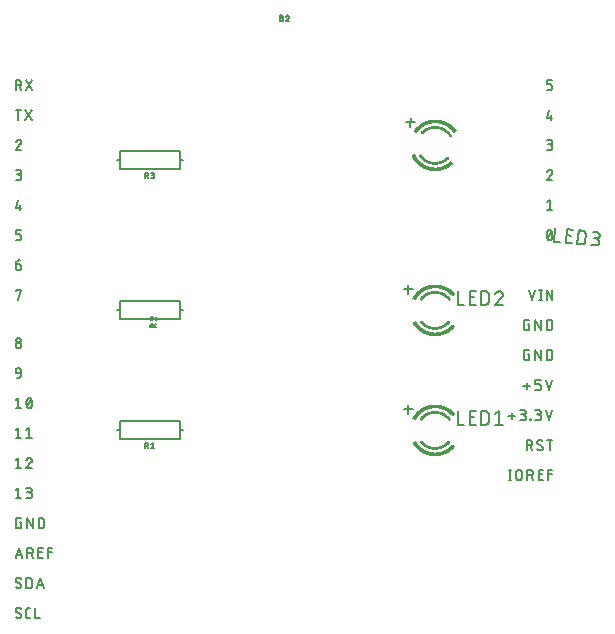
<source format=gbr>
G04 EAGLE Gerber RS-274X export*
G75*
%MOMM*%
%FSLAX34Y34*%
%LPD*%
%INSilkscreen Top*%
%IPPOS*%
%AMOC8*
5,1,8,0,0,1.08239X$1,22.5*%
G01*
%ADD10C,0.152400*%
%ADD11C,0.127000*%
%ADD12C,0.015238*%
%ADD13C,0.025400*%
%ADD14C,0.203200*%


D10*
X574049Y495780D02*
X575488Y495780D01*
X575488Y490982D01*
X572609Y490982D01*
X572523Y490984D01*
X572437Y490990D01*
X572351Y490999D01*
X572266Y491013D01*
X572182Y491030D01*
X572098Y491051D01*
X572016Y491076D01*
X571935Y491104D01*
X571855Y491136D01*
X571776Y491172D01*
X571700Y491211D01*
X571625Y491254D01*
X571552Y491299D01*
X571481Y491348D01*
X571413Y491401D01*
X571346Y491456D01*
X571283Y491514D01*
X571222Y491575D01*
X571164Y491638D01*
X571109Y491705D01*
X571056Y491773D01*
X571007Y491844D01*
X570962Y491917D01*
X570919Y491992D01*
X570880Y492068D01*
X570844Y492147D01*
X570812Y492227D01*
X570784Y492308D01*
X570759Y492390D01*
X570738Y492474D01*
X570721Y492558D01*
X570707Y492643D01*
X570698Y492729D01*
X570692Y492815D01*
X570690Y492901D01*
X570690Y497699D01*
X570692Y497785D01*
X570698Y497871D01*
X570707Y497957D01*
X570721Y498042D01*
X570738Y498126D01*
X570759Y498210D01*
X570784Y498292D01*
X570812Y498373D01*
X570844Y498453D01*
X570880Y498532D01*
X570919Y498608D01*
X570962Y498683D01*
X571007Y498756D01*
X571056Y498827D01*
X571109Y498895D01*
X571164Y498962D01*
X571222Y499025D01*
X571283Y499086D01*
X571346Y499144D01*
X571413Y499199D01*
X571481Y499251D01*
X571552Y499301D01*
X571625Y499346D01*
X571700Y499389D01*
X571776Y499428D01*
X571855Y499464D01*
X571935Y499496D01*
X572016Y499524D01*
X572098Y499549D01*
X572182Y499570D01*
X572266Y499587D01*
X572351Y499601D01*
X572437Y499610D01*
X572523Y499616D01*
X572609Y499618D01*
X575488Y499618D01*
X580444Y499618D02*
X580444Y490982D01*
X585241Y490982D02*
X580444Y499618D01*
X585241Y499618D02*
X585241Y490982D01*
X590197Y490982D02*
X590197Y499618D01*
X592596Y499618D01*
X592693Y499616D01*
X592789Y499610D01*
X592885Y499601D01*
X592981Y499587D01*
X593076Y499570D01*
X593170Y499548D01*
X593263Y499523D01*
X593356Y499495D01*
X593447Y499462D01*
X593536Y499426D01*
X593624Y499386D01*
X593711Y499343D01*
X593796Y499297D01*
X593878Y499247D01*
X593959Y499193D01*
X594037Y499137D01*
X594113Y499077D01*
X594187Y499015D01*
X594258Y498949D01*
X594326Y498881D01*
X594392Y498810D01*
X594454Y498736D01*
X594514Y498660D01*
X594570Y498582D01*
X594624Y498501D01*
X594674Y498419D01*
X594720Y498334D01*
X594763Y498247D01*
X594803Y498159D01*
X594839Y498070D01*
X594872Y497979D01*
X594900Y497886D01*
X594925Y497793D01*
X594947Y497699D01*
X594964Y497604D01*
X594978Y497508D01*
X594987Y497412D01*
X594993Y497316D01*
X594995Y497219D01*
X594995Y493381D01*
X594993Y493284D01*
X594987Y493188D01*
X594978Y493092D01*
X594964Y492996D01*
X594947Y492901D01*
X594925Y492807D01*
X594900Y492714D01*
X594872Y492621D01*
X594839Y492530D01*
X594803Y492441D01*
X594763Y492353D01*
X594720Y492266D01*
X594674Y492182D01*
X594624Y492099D01*
X594570Y492018D01*
X594514Y491940D01*
X594454Y491864D01*
X594392Y491790D01*
X594326Y491719D01*
X594258Y491651D01*
X594187Y491585D01*
X594113Y491523D01*
X594037Y491463D01*
X593959Y491407D01*
X593878Y491353D01*
X593796Y491303D01*
X593711Y491257D01*
X593624Y491214D01*
X593536Y491174D01*
X593447Y491138D01*
X593356Y491105D01*
X593263Y491077D01*
X593170Y491052D01*
X593076Y491030D01*
X592981Y491013D01*
X592885Y490999D01*
X592789Y490990D01*
X592693Y490984D01*
X592596Y490982D01*
X590197Y490982D01*
X575488Y521180D02*
X574049Y521180D01*
X575488Y521180D02*
X575488Y516382D01*
X572609Y516382D01*
X572523Y516384D01*
X572437Y516390D01*
X572351Y516399D01*
X572266Y516413D01*
X572182Y516430D01*
X572098Y516451D01*
X572016Y516476D01*
X571935Y516504D01*
X571855Y516536D01*
X571776Y516572D01*
X571700Y516611D01*
X571625Y516654D01*
X571552Y516699D01*
X571481Y516748D01*
X571413Y516801D01*
X571346Y516856D01*
X571283Y516914D01*
X571222Y516975D01*
X571164Y517038D01*
X571109Y517105D01*
X571056Y517173D01*
X571007Y517244D01*
X570962Y517317D01*
X570919Y517392D01*
X570880Y517468D01*
X570844Y517547D01*
X570812Y517627D01*
X570784Y517708D01*
X570759Y517790D01*
X570738Y517874D01*
X570721Y517958D01*
X570707Y518043D01*
X570698Y518129D01*
X570692Y518215D01*
X570690Y518301D01*
X570690Y523099D01*
X570692Y523185D01*
X570698Y523271D01*
X570707Y523357D01*
X570721Y523442D01*
X570738Y523526D01*
X570759Y523610D01*
X570784Y523692D01*
X570812Y523773D01*
X570844Y523853D01*
X570880Y523932D01*
X570919Y524008D01*
X570962Y524083D01*
X571007Y524156D01*
X571056Y524227D01*
X571109Y524295D01*
X571164Y524362D01*
X571222Y524425D01*
X571283Y524486D01*
X571346Y524544D01*
X571413Y524599D01*
X571481Y524651D01*
X571552Y524701D01*
X571625Y524746D01*
X571700Y524789D01*
X571776Y524828D01*
X571855Y524864D01*
X571935Y524896D01*
X572016Y524924D01*
X572098Y524949D01*
X572182Y524970D01*
X572266Y524987D01*
X572351Y525001D01*
X572437Y525010D01*
X572523Y525016D01*
X572609Y525018D01*
X575488Y525018D01*
X580444Y525018D02*
X580444Y516382D01*
X585241Y516382D02*
X580444Y525018D01*
X585241Y525018D02*
X585241Y516382D01*
X590197Y516382D02*
X590197Y525018D01*
X592596Y525018D01*
X592693Y525016D01*
X592789Y525010D01*
X592885Y525001D01*
X592981Y524987D01*
X593076Y524970D01*
X593170Y524948D01*
X593263Y524923D01*
X593356Y524895D01*
X593447Y524862D01*
X593536Y524826D01*
X593624Y524786D01*
X593711Y524743D01*
X593796Y524697D01*
X593878Y524647D01*
X593959Y524593D01*
X594037Y524537D01*
X594113Y524477D01*
X594187Y524415D01*
X594258Y524349D01*
X594326Y524281D01*
X594392Y524210D01*
X594454Y524136D01*
X594514Y524060D01*
X594570Y523982D01*
X594624Y523901D01*
X594674Y523819D01*
X594720Y523734D01*
X594763Y523647D01*
X594803Y523559D01*
X594839Y523470D01*
X594872Y523379D01*
X594900Y523286D01*
X594925Y523193D01*
X594947Y523099D01*
X594964Y523004D01*
X594978Y522908D01*
X594987Y522812D01*
X594993Y522716D01*
X594995Y522619D01*
X594995Y518781D01*
X594993Y518684D01*
X594987Y518588D01*
X594978Y518492D01*
X594964Y518396D01*
X594947Y518301D01*
X594925Y518207D01*
X594900Y518114D01*
X594872Y518021D01*
X594839Y517930D01*
X594803Y517841D01*
X594763Y517753D01*
X594720Y517666D01*
X594674Y517582D01*
X594624Y517499D01*
X594570Y517418D01*
X594514Y517340D01*
X594454Y517264D01*
X594392Y517190D01*
X594326Y517119D01*
X594258Y517051D01*
X594187Y516985D01*
X594113Y516923D01*
X594037Y516863D01*
X593959Y516807D01*
X593878Y516753D01*
X593796Y516703D01*
X593711Y516657D01*
X593624Y516614D01*
X593536Y516574D01*
X593447Y516538D01*
X593356Y516505D01*
X593263Y516477D01*
X593170Y516452D01*
X593076Y516430D01*
X592981Y516413D01*
X592885Y516399D01*
X592789Y516390D01*
X592693Y516384D01*
X592596Y516382D01*
X590197Y516382D01*
X576097Y468940D02*
X570340Y468940D01*
X573219Y466062D02*
X573219Y471819D01*
X580574Y465582D02*
X583452Y465582D01*
X583538Y465584D01*
X583624Y465590D01*
X583710Y465599D01*
X583795Y465613D01*
X583879Y465630D01*
X583963Y465651D01*
X584045Y465676D01*
X584126Y465704D01*
X584206Y465736D01*
X584285Y465772D01*
X584361Y465811D01*
X584436Y465854D01*
X584509Y465899D01*
X584580Y465949D01*
X584648Y466001D01*
X584715Y466056D01*
X584778Y466114D01*
X584839Y466175D01*
X584897Y466238D01*
X584952Y466305D01*
X585005Y466373D01*
X585054Y466444D01*
X585099Y466517D01*
X585142Y466592D01*
X585181Y466668D01*
X585217Y466747D01*
X585249Y466827D01*
X585277Y466908D01*
X585302Y466991D01*
X585323Y467074D01*
X585340Y467158D01*
X585354Y467243D01*
X585363Y467329D01*
X585369Y467415D01*
X585371Y467501D01*
X585371Y468461D01*
X585369Y468547D01*
X585363Y468633D01*
X585354Y468719D01*
X585340Y468804D01*
X585323Y468888D01*
X585302Y468972D01*
X585277Y469054D01*
X585249Y469135D01*
X585217Y469215D01*
X585181Y469294D01*
X585142Y469370D01*
X585099Y469445D01*
X585054Y469518D01*
X585005Y469589D01*
X584952Y469657D01*
X584897Y469724D01*
X584839Y469787D01*
X584778Y469848D01*
X584715Y469906D01*
X584648Y469961D01*
X584580Y470014D01*
X584509Y470063D01*
X584436Y470108D01*
X584361Y470151D01*
X584285Y470190D01*
X584206Y470226D01*
X584126Y470258D01*
X584045Y470286D01*
X583963Y470311D01*
X583879Y470332D01*
X583795Y470349D01*
X583710Y470363D01*
X583624Y470372D01*
X583538Y470378D01*
X583452Y470380D01*
X580574Y470380D01*
X580574Y474218D01*
X585371Y474218D01*
X589238Y474218D02*
X592116Y465582D01*
X594995Y474218D01*
X573213Y423418D02*
X573213Y414782D01*
X573213Y423418D02*
X575612Y423418D01*
X575709Y423416D01*
X575805Y423410D01*
X575901Y423401D01*
X575997Y423387D01*
X576092Y423370D01*
X576186Y423348D01*
X576279Y423323D01*
X576372Y423295D01*
X576463Y423262D01*
X576552Y423226D01*
X576640Y423186D01*
X576727Y423143D01*
X576812Y423097D01*
X576894Y423047D01*
X576975Y422993D01*
X577053Y422937D01*
X577129Y422877D01*
X577203Y422815D01*
X577274Y422749D01*
X577342Y422681D01*
X577408Y422610D01*
X577470Y422536D01*
X577530Y422460D01*
X577586Y422382D01*
X577640Y422301D01*
X577690Y422219D01*
X577736Y422134D01*
X577779Y422047D01*
X577819Y421959D01*
X577855Y421870D01*
X577888Y421779D01*
X577916Y421686D01*
X577941Y421593D01*
X577963Y421499D01*
X577980Y421404D01*
X577994Y421308D01*
X578003Y421212D01*
X578009Y421116D01*
X578011Y421019D01*
X578009Y420922D01*
X578003Y420826D01*
X577994Y420730D01*
X577980Y420634D01*
X577963Y420539D01*
X577941Y420445D01*
X577916Y420352D01*
X577888Y420259D01*
X577855Y420168D01*
X577819Y420079D01*
X577779Y419991D01*
X577736Y419904D01*
X577690Y419820D01*
X577640Y419737D01*
X577586Y419656D01*
X577530Y419578D01*
X577470Y419502D01*
X577408Y419428D01*
X577342Y419357D01*
X577274Y419289D01*
X577203Y419223D01*
X577129Y419161D01*
X577053Y419101D01*
X576975Y419045D01*
X576894Y418991D01*
X576812Y418941D01*
X576727Y418895D01*
X576640Y418852D01*
X576552Y418812D01*
X576463Y418776D01*
X576372Y418743D01*
X576279Y418715D01*
X576186Y418690D01*
X576092Y418668D01*
X575997Y418651D01*
X575901Y418637D01*
X575805Y418628D01*
X575709Y418622D01*
X575612Y418620D01*
X573213Y418620D01*
X576092Y418620D02*
X578011Y414782D01*
X584846Y414782D02*
X584932Y414784D01*
X585018Y414790D01*
X585104Y414799D01*
X585189Y414813D01*
X585273Y414830D01*
X585357Y414851D01*
X585439Y414876D01*
X585520Y414904D01*
X585600Y414936D01*
X585679Y414972D01*
X585755Y415011D01*
X585830Y415054D01*
X585903Y415099D01*
X585974Y415149D01*
X586042Y415201D01*
X586109Y415256D01*
X586172Y415314D01*
X586233Y415375D01*
X586291Y415438D01*
X586346Y415505D01*
X586399Y415573D01*
X586448Y415644D01*
X586493Y415717D01*
X586536Y415792D01*
X586575Y415868D01*
X586611Y415947D01*
X586643Y416027D01*
X586671Y416108D01*
X586696Y416190D01*
X586717Y416274D01*
X586734Y416358D01*
X586748Y416443D01*
X586757Y416529D01*
X586763Y416615D01*
X586765Y416701D01*
X584846Y414782D02*
X584723Y414784D01*
X584600Y414789D01*
X584477Y414799D01*
X584355Y414812D01*
X584233Y414829D01*
X584111Y414849D01*
X583991Y414873D01*
X583871Y414901D01*
X583752Y414932D01*
X583634Y414967D01*
X583517Y415006D01*
X583401Y415048D01*
X583287Y415094D01*
X583174Y415143D01*
X583063Y415195D01*
X582953Y415251D01*
X582845Y415310D01*
X582739Y415373D01*
X582634Y415438D01*
X582532Y415507D01*
X582432Y415579D01*
X582335Y415654D01*
X582239Y415731D01*
X582146Y415812D01*
X582055Y415895D01*
X581967Y415981D01*
X582208Y421499D02*
X582210Y421585D01*
X582216Y421671D01*
X582225Y421757D01*
X582239Y421842D01*
X582256Y421926D01*
X582277Y422010D01*
X582302Y422092D01*
X582330Y422173D01*
X582362Y422253D01*
X582398Y422332D01*
X582437Y422408D01*
X582480Y422483D01*
X582525Y422556D01*
X582574Y422627D01*
X582627Y422695D01*
X582682Y422762D01*
X582740Y422825D01*
X582801Y422886D01*
X582864Y422944D01*
X582931Y422999D01*
X582999Y423052D01*
X583070Y423101D01*
X583143Y423146D01*
X583218Y423189D01*
X583294Y423228D01*
X583373Y423264D01*
X583453Y423296D01*
X583534Y423324D01*
X583616Y423349D01*
X583700Y423370D01*
X583784Y423387D01*
X583869Y423401D01*
X583955Y423410D01*
X584041Y423416D01*
X584127Y423418D01*
X584243Y423416D01*
X584358Y423411D01*
X584474Y423401D01*
X584589Y423388D01*
X584703Y423372D01*
X584817Y423351D01*
X584931Y423327D01*
X585043Y423299D01*
X585154Y423268D01*
X585265Y423233D01*
X585374Y423195D01*
X585482Y423153D01*
X585588Y423108D01*
X585694Y423059D01*
X585797Y423007D01*
X585899Y422952D01*
X585998Y422893D01*
X586096Y422831D01*
X586192Y422766D01*
X586286Y422698D01*
X583167Y419820D02*
X583093Y419866D01*
X583020Y419916D01*
X582950Y419969D01*
X582882Y420025D01*
X582817Y420084D01*
X582754Y420146D01*
X582695Y420211D01*
X582638Y420278D01*
X582584Y420348D01*
X582534Y420420D01*
X582487Y420494D01*
X582443Y420570D01*
X582403Y420649D01*
X582367Y420729D01*
X582334Y420810D01*
X582305Y420893D01*
X582279Y420978D01*
X582257Y421063D01*
X582240Y421149D01*
X582226Y421236D01*
X582216Y421323D01*
X582210Y421411D01*
X582208Y421499D01*
X585806Y418380D02*
X585880Y418334D01*
X585953Y418284D01*
X586023Y418231D01*
X586091Y418175D01*
X586156Y418116D01*
X586219Y418054D01*
X586278Y417989D01*
X586335Y417922D01*
X586389Y417852D01*
X586439Y417780D01*
X586486Y417706D01*
X586530Y417630D01*
X586570Y417551D01*
X586606Y417471D01*
X586639Y417390D01*
X586668Y417307D01*
X586694Y417222D01*
X586716Y417137D01*
X586733Y417051D01*
X586747Y416964D01*
X586757Y416877D01*
X586763Y416789D01*
X586765Y416701D01*
X585806Y418380D02*
X583167Y419820D01*
X592596Y423418D02*
X592596Y414782D01*
X590197Y423418D02*
X594995Y423418D01*
X577661Y541782D02*
X574782Y550418D01*
X580540Y550418D02*
X577661Y541782D01*
X584976Y541782D02*
X584976Y550418D01*
X584017Y541782D02*
X585936Y541782D01*
X585936Y550418D02*
X584017Y550418D01*
X590197Y550418D02*
X590197Y541782D01*
X594995Y541782D02*
X590197Y550418D01*
X594995Y550418D02*
X594995Y541782D01*
X563296Y443540D02*
X557539Y443540D01*
X560417Y440662D02*
X560417Y446419D01*
X567772Y440182D02*
X570171Y440182D01*
X570268Y440184D01*
X570364Y440190D01*
X570460Y440199D01*
X570556Y440213D01*
X570651Y440230D01*
X570745Y440252D01*
X570838Y440277D01*
X570931Y440305D01*
X571022Y440338D01*
X571111Y440374D01*
X571199Y440414D01*
X571286Y440457D01*
X571371Y440503D01*
X571453Y440553D01*
X571534Y440607D01*
X571612Y440663D01*
X571688Y440723D01*
X571762Y440785D01*
X571833Y440851D01*
X571901Y440919D01*
X571967Y440990D01*
X572029Y441064D01*
X572089Y441140D01*
X572145Y441218D01*
X572199Y441299D01*
X572249Y441382D01*
X572295Y441466D01*
X572338Y441553D01*
X572378Y441641D01*
X572414Y441730D01*
X572447Y441821D01*
X572475Y441914D01*
X572500Y442007D01*
X572522Y442101D01*
X572539Y442196D01*
X572553Y442292D01*
X572562Y442388D01*
X572568Y442484D01*
X572570Y442581D01*
X572568Y442678D01*
X572562Y442774D01*
X572553Y442870D01*
X572539Y442966D01*
X572522Y443061D01*
X572500Y443155D01*
X572475Y443248D01*
X572447Y443341D01*
X572414Y443432D01*
X572378Y443521D01*
X572338Y443609D01*
X572295Y443696D01*
X572249Y443781D01*
X572199Y443863D01*
X572145Y443944D01*
X572089Y444022D01*
X572029Y444098D01*
X571967Y444172D01*
X571901Y444243D01*
X571833Y444311D01*
X571762Y444377D01*
X571688Y444439D01*
X571612Y444499D01*
X571534Y444555D01*
X571453Y444609D01*
X571371Y444659D01*
X571286Y444705D01*
X571199Y444748D01*
X571111Y444788D01*
X571022Y444824D01*
X570931Y444857D01*
X570838Y444885D01*
X570745Y444910D01*
X570651Y444932D01*
X570556Y444949D01*
X570460Y444963D01*
X570364Y444972D01*
X570268Y444978D01*
X570171Y444980D01*
X570651Y448818D02*
X567772Y448818D01*
X570651Y448818D02*
X570737Y448816D01*
X570823Y448810D01*
X570909Y448801D01*
X570994Y448787D01*
X571078Y448770D01*
X571162Y448749D01*
X571244Y448724D01*
X571325Y448696D01*
X571405Y448664D01*
X571484Y448628D01*
X571560Y448589D01*
X571635Y448546D01*
X571708Y448501D01*
X571779Y448452D01*
X571847Y448399D01*
X571914Y448344D01*
X571977Y448286D01*
X572038Y448225D01*
X572096Y448162D01*
X572151Y448095D01*
X572204Y448027D01*
X572253Y447956D01*
X572298Y447883D01*
X572341Y447808D01*
X572380Y447732D01*
X572416Y447653D01*
X572448Y447573D01*
X572476Y447492D01*
X572501Y447410D01*
X572522Y447326D01*
X572539Y447242D01*
X572553Y447157D01*
X572562Y447071D01*
X572568Y446985D01*
X572570Y446899D01*
X572568Y446813D01*
X572562Y446727D01*
X572553Y446641D01*
X572539Y446556D01*
X572522Y446472D01*
X572501Y446388D01*
X572476Y446306D01*
X572448Y446225D01*
X572416Y446145D01*
X572380Y446066D01*
X572341Y445990D01*
X572298Y445915D01*
X572253Y445842D01*
X572204Y445771D01*
X572151Y445703D01*
X572096Y445636D01*
X572038Y445573D01*
X571977Y445512D01*
X571914Y445454D01*
X571847Y445399D01*
X571779Y445346D01*
X571708Y445297D01*
X571635Y445252D01*
X571560Y445209D01*
X571484Y445170D01*
X571405Y445134D01*
X571325Y445102D01*
X571244Y445074D01*
X571162Y445049D01*
X571078Y445028D01*
X570994Y445011D01*
X570909Y444997D01*
X570823Y444988D01*
X570737Y444982D01*
X570651Y444980D01*
X568731Y444980D01*
X576332Y440662D02*
X576332Y440182D01*
X576332Y440662D02*
X576811Y440662D01*
X576811Y440182D01*
X576332Y440182D01*
X580574Y440182D02*
X582972Y440182D01*
X583069Y440184D01*
X583165Y440190D01*
X583261Y440199D01*
X583357Y440213D01*
X583452Y440230D01*
X583546Y440252D01*
X583639Y440277D01*
X583732Y440305D01*
X583823Y440338D01*
X583912Y440374D01*
X584000Y440414D01*
X584087Y440457D01*
X584172Y440503D01*
X584254Y440553D01*
X584335Y440607D01*
X584413Y440663D01*
X584489Y440723D01*
X584563Y440785D01*
X584634Y440851D01*
X584702Y440919D01*
X584768Y440990D01*
X584830Y441064D01*
X584890Y441140D01*
X584946Y441218D01*
X585000Y441299D01*
X585050Y441382D01*
X585096Y441466D01*
X585139Y441553D01*
X585179Y441641D01*
X585215Y441730D01*
X585248Y441821D01*
X585276Y441914D01*
X585301Y442007D01*
X585323Y442101D01*
X585340Y442196D01*
X585354Y442292D01*
X585363Y442388D01*
X585369Y442484D01*
X585371Y442581D01*
X585369Y442678D01*
X585363Y442774D01*
X585354Y442870D01*
X585340Y442966D01*
X585323Y443061D01*
X585301Y443155D01*
X585276Y443248D01*
X585248Y443341D01*
X585215Y443432D01*
X585179Y443521D01*
X585139Y443609D01*
X585096Y443696D01*
X585050Y443781D01*
X585000Y443863D01*
X584946Y443944D01*
X584890Y444022D01*
X584830Y444098D01*
X584768Y444172D01*
X584702Y444243D01*
X584634Y444311D01*
X584563Y444377D01*
X584489Y444439D01*
X584413Y444499D01*
X584335Y444555D01*
X584254Y444609D01*
X584172Y444659D01*
X584087Y444705D01*
X584000Y444748D01*
X583912Y444788D01*
X583823Y444824D01*
X583732Y444857D01*
X583639Y444885D01*
X583546Y444910D01*
X583452Y444932D01*
X583357Y444949D01*
X583261Y444963D01*
X583165Y444972D01*
X583069Y444978D01*
X582972Y444980D01*
X583452Y448818D02*
X580574Y448818D01*
X583452Y448818D02*
X583538Y448816D01*
X583624Y448810D01*
X583710Y448801D01*
X583795Y448787D01*
X583879Y448770D01*
X583963Y448749D01*
X584045Y448724D01*
X584126Y448696D01*
X584206Y448664D01*
X584285Y448628D01*
X584361Y448589D01*
X584436Y448546D01*
X584509Y448501D01*
X584580Y448452D01*
X584648Y448399D01*
X584715Y448344D01*
X584778Y448286D01*
X584839Y448225D01*
X584897Y448162D01*
X584952Y448095D01*
X585005Y448027D01*
X585054Y447956D01*
X585099Y447883D01*
X585142Y447808D01*
X585181Y447732D01*
X585217Y447653D01*
X585249Y447573D01*
X585277Y447492D01*
X585302Y447410D01*
X585323Y447326D01*
X585340Y447242D01*
X585354Y447157D01*
X585363Y447071D01*
X585369Y446985D01*
X585371Y446899D01*
X585369Y446813D01*
X585363Y446727D01*
X585354Y446641D01*
X585340Y446556D01*
X585323Y446472D01*
X585302Y446388D01*
X585277Y446306D01*
X585249Y446225D01*
X585217Y446145D01*
X585181Y446066D01*
X585142Y445990D01*
X585099Y445915D01*
X585054Y445842D01*
X585005Y445771D01*
X584952Y445703D01*
X584897Y445636D01*
X584839Y445573D01*
X584778Y445512D01*
X584715Y445454D01*
X584648Y445399D01*
X584580Y445346D01*
X584509Y445297D01*
X584436Y445252D01*
X584361Y445209D01*
X584285Y445170D01*
X584206Y445134D01*
X584126Y445102D01*
X584045Y445074D01*
X583963Y445049D01*
X583879Y445028D01*
X583795Y445011D01*
X583710Y444997D01*
X583624Y444988D01*
X583538Y444982D01*
X583452Y444980D01*
X581533Y444980D01*
X589238Y448818D02*
X592116Y440182D01*
X594995Y448818D01*
X590197Y596900D02*
X590199Y597070D01*
X590205Y597240D01*
X590215Y597409D01*
X590229Y597579D01*
X590248Y597748D01*
X590270Y597916D01*
X590296Y598084D01*
X590326Y598251D01*
X590361Y598417D01*
X590399Y598583D01*
X590441Y598748D01*
X590487Y598911D01*
X590537Y599074D01*
X590591Y599235D01*
X590648Y599395D01*
X590710Y599553D01*
X590775Y599710D01*
X590844Y599865D01*
X590917Y600019D01*
X590945Y600095D01*
X590977Y600170D01*
X591012Y600244D01*
X591050Y600316D01*
X591092Y600386D01*
X591137Y600454D01*
X591185Y600520D01*
X591236Y600584D01*
X591290Y600645D01*
X591346Y600704D01*
X591406Y600760D01*
X591467Y600813D01*
X591531Y600863D01*
X591598Y600911D01*
X591666Y600955D01*
X591737Y600996D01*
X591809Y601034D01*
X591883Y601068D01*
X591958Y601099D01*
X592035Y601127D01*
X592113Y601151D01*
X592192Y601171D01*
X592272Y601188D01*
X592352Y601201D01*
X592433Y601211D01*
X592514Y601216D01*
X592596Y601218D01*
X592678Y601216D01*
X592759Y601211D01*
X592840Y601201D01*
X592920Y601188D01*
X593000Y601171D01*
X593079Y601151D01*
X593157Y601127D01*
X593234Y601099D01*
X593309Y601068D01*
X593383Y601034D01*
X593455Y600996D01*
X593526Y600955D01*
X593594Y600911D01*
X593661Y600863D01*
X593725Y600813D01*
X593786Y600760D01*
X593846Y600704D01*
X593902Y600645D01*
X593956Y600584D01*
X594007Y600520D01*
X594055Y600454D01*
X594100Y600386D01*
X594142Y600316D01*
X594180Y600244D01*
X594215Y600170D01*
X594247Y600095D01*
X594275Y600019D01*
X594348Y599865D01*
X594417Y599710D01*
X594482Y599553D01*
X594544Y599395D01*
X594601Y599235D01*
X594655Y599074D01*
X594705Y598911D01*
X594751Y598748D01*
X594793Y598583D01*
X594831Y598417D01*
X594866Y598251D01*
X594896Y598084D01*
X594922Y597916D01*
X594944Y597748D01*
X594963Y597579D01*
X594977Y597409D01*
X594987Y597240D01*
X594993Y597070D01*
X594995Y596900D01*
X590197Y596900D02*
X590199Y596730D01*
X590205Y596560D01*
X590215Y596391D01*
X590229Y596221D01*
X590248Y596052D01*
X590270Y595884D01*
X590296Y595716D01*
X590326Y595549D01*
X590361Y595383D01*
X590399Y595217D01*
X590441Y595052D01*
X590487Y594889D01*
X590537Y594727D01*
X590591Y594565D01*
X590648Y594406D01*
X590710Y594247D01*
X590775Y594090D01*
X590844Y593935D01*
X590917Y593781D01*
X590945Y593705D01*
X590977Y593630D01*
X591012Y593556D01*
X591050Y593484D01*
X591092Y593414D01*
X591137Y593346D01*
X591185Y593280D01*
X591236Y593216D01*
X591290Y593155D01*
X591346Y593096D01*
X591406Y593040D01*
X591467Y592987D01*
X591531Y592937D01*
X591598Y592889D01*
X591666Y592845D01*
X591737Y592804D01*
X591809Y592766D01*
X591883Y592732D01*
X591958Y592701D01*
X592035Y592673D01*
X592113Y592649D01*
X592192Y592629D01*
X592272Y592612D01*
X592352Y592599D01*
X592433Y592589D01*
X592514Y592584D01*
X592596Y592582D01*
X594275Y593781D02*
X594348Y593935D01*
X594417Y594090D01*
X594482Y594247D01*
X594544Y594406D01*
X594601Y594565D01*
X594655Y594727D01*
X594705Y594889D01*
X594751Y595052D01*
X594793Y595217D01*
X594831Y595383D01*
X594866Y595549D01*
X594896Y595716D01*
X594922Y595884D01*
X594944Y596052D01*
X594963Y596221D01*
X594977Y596391D01*
X594987Y596560D01*
X594993Y596730D01*
X594995Y596900D01*
X594275Y593781D02*
X594247Y593705D01*
X594215Y593630D01*
X594180Y593556D01*
X594142Y593484D01*
X594100Y593414D01*
X594055Y593346D01*
X594007Y593280D01*
X593956Y593216D01*
X593902Y593155D01*
X593846Y593096D01*
X593786Y593040D01*
X593725Y592987D01*
X593661Y592937D01*
X593594Y592889D01*
X593526Y592845D01*
X593455Y592804D01*
X593383Y592766D01*
X593309Y592732D01*
X593234Y592701D01*
X593157Y592673D01*
X593079Y592649D01*
X593000Y592629D01*
X592920Y592612D01*
X592840Y592599D01*
X592759Y592589D01*
X592678Y592584D01*
X592596Y592582D01*
X590677Y594501D02*
X594515Y599299D01*
X590197Y624699D02*
X592596Y626618D01*
X592596Y617982D01*
X590197Y617982D02*
X594995Y617982D01*
X594995Y649859D02*
X594993Y649951D01*
X594987Y650042D01*
X594978Y650133D01*
X594964Y650224D01*
X594947Y650314D01*
X594925Y650403D01*
X594900Y650491D01*
X594872Y650578D01*
X594839Y650664D01*
X594803Y650748D01*
X594764Y650831D01*
X594721Y650912D01*
X594674Y650991D01*
X594625Y651068D01*
X594572Y651143D01*
X594516Y651215D01*
X594457Y651285D01*
X594395Y651353D01*
X594330Y651418D01*
X594262Y651480D01*
X594192Y651539D01*
X594120Y651595D01*
X594045Y651648D01*
X593968Y651697D01*
X593889Y651744D01*
X593808Y651787D01*
X593725Y651826D01*
X593641Y651862D01*
X593555Y651895D01*
X593468Y651923D01*
X593380Y651948D01*
X593291Y651970D01*
X593201Y651987D01*
X593110Y652001D01*
X593019Y652010D01*
X592928Y652016D01*
X592836Y652018D01*
X592733Y652016D01*
X592631Y652010D01*
X592529Y652001D01*
X592427Y651988D01*
X592326Y651971D01*
X592225Y651950D01*
X592126Y651926D01*
X592027Y651897D01*
X591930Y651866D01*
X591833Y651830D01*
X591738Y651792D01*
X591645Y651749D01*
X591553Y651703D01*
X591463Y651654D01*
X591375Y651602D01*
X591288Y651546D01*
X591204Y651487D01*
X591123Y651426D01*
X591043Y651361D01*
X590966Y651293D01*
X590891Y651222D01*
X590820Y651149D01*
X590751Y651073D01*
X590684Y650995D01*
X590621Y650914D01*
X590561Y650831D01*
X590504Y650746D01*
X590450Y650659D01*
X590399Y650569D01*
X590352Y650478D01*
X590308Y650386D01*
X590267Y650291D01*
X590230Y650196D01*
X590197Y650099D01*
X594275Y648180D02*
X594342Y648246D01*
X594406Y648315D01*
X594467Y648386D01*
X594525Y648460D01*
X594580Y648536D01*
X594632Y648614D01*
X594681Y648694D01*
X594727Y648776D01*
X594769Y648860D01*
X594808Y648946D01*
X594843Y649033D01*
X594874Y649121D01*
X594902Y649211D01*
X594927Y649301D01*
X594948Y649393D01*
X594965Y649485D01*
X594978Y649578D01*
X594987Y649671D01*
X594993Y649765D01*
X594995Y649859D01*
X594275Y648180D02*
X590197Y643382D01*
X594995Y643382D01*
X592596Y668782D02*
X590197Y668782D01*
X592596Y668782D02*
X592693Y668784D01*
X592789Y668790D01*
X592885Y668799D01*
X592981Y668813D01*
X593076Y668830D01*
X593170Y668852D01*
X593263Y668877D01*
X593356Y668905D01*
X593447Y668938D01*
X593536Y668974D01*
X593624Y669014D01*
X593711Y669057D01*
X593796Y669103D01*
X593878Y669153D01*
X593959Y669207D01*
X594037Y669263D01*
X594113Y669323D01*
X594187Y669385D01*
X594258Y669451D01*
X594326Y669519D01*
X594392Y669590D01*
X594454Y669664D01*
X594514Y669740D01*
X594570Y669818D01*
X594624Y669899D01*
X594674Y669982D01*
X594720Y670066D01*
X594763Y670153D01*
X594803Y670241D01*
X594839Y670330D01*
X594872Y670421D01*
X594900Y670514D01*
X594925Y670607D01*
X594947Y670701D01*
X594964Y670796D01*
X594978Y670892D01*
X594987Y670988D01*
X594993Y671084D01*
X594995Y671181D01*
X594993Y671278D01*
X594987Y671374D01*
X594978Y671470D01*
X594964Y671566D01*
X594947Y671661D01*
X594925Y671755D01*
X594900Y671848D01*
X594872Y671941D01*
X594839Y672032D01*
X594803Y672121D01*
X594763Y672209D01*
X594720Y672296D01*
X594674Y672381D01*
X594624Y672463D01*
X594570Y672544D01*
X594514Y672622D01*
X594454Y672698D01*
X594392Y672772D01*
X594326Y672843D01*
X594258Y672911D01*
X594187Y672977D01*
X594113Y673039D01*
X594037Y673099D01*
X593959Y673155D01*
X593878Y673209D01*
X593796Y673259D01*
X593711Y673305D01*
X593624Y673348D01*
X593536Y673388D01*
X593447Y673424D01*
X593356Y673457D01*
X593263Y673485D01*
X593170Y673510D01*
X593076Y673532D01*
X592981Y673549D01*
X592885Y673563D01*
X592789Y673572D01*
X592693Y673578D01*
X592596Y673580D01*
X593076Y677418D02*
X590197Y677418D01*
X593076Y677418D02*
X593162Y677416D01*
X593248Y677410D01*
X593334Y677401D01*
X593419Y677387D01*
X593503Y677370D01*
X593587Y677349D01*
X593669Y677324D01*
X593750Y677296D01*
X593830Y677264D01*
X593909Y677228D01*
X593985Y677189D01*
X594060Y677146D01*
X594133Y677101D01*
X594204Y677052D01*
X594272Y676999D01*
X594339Y676944D01*
X594402Y676886D01*
X594463Y676825D01*
X594521Y676762D01*
X594576Y676695D01*
X594629Y676627D01*
X594678Y676556D01*
X594723Y676483D01*
X594766Y676408D01*
X594805Y676332D01*
X594841Y676253D01*
X594873Y676173D01*
X594901Y676092D01*
X594926Y676010D01*
X594947Y675926D01*
X594964Y675842D01*
X594978Y675757D01*
X594987Y675671D01*
X594993Y675585D01*
X594995Y675499D01*
X594993Y675413D01*
X594987Y675327D01*
X594978Y675241D01*
X594964Y675156D01*
X594947Y675072D01*
X594926Y674988D01*
X594901Y674906D01*
X594873Y674825D01*
X594841Y674745D01*
X594805Y674666D01*
X594766Y674590D01*
X594723Y674515D01*
X594678Y674442D01*
X594629Y674371D01*
X594576Y674303D01*
X594521Y674236D01*
X594463Y674173D01*
X594402Y674112D01*
X594339Y674054D01*
X594272Y673999D01*
X594204Y673946D01*
X594133Y673897D01*
X594060Y673852D01*
X593985Y673809D01*
X593909Y673770D01*
X593830Y673734D01*
X593750Y673702D01*
X593669Y673674D01*
X593587Y673649D01*
X593503Y673628D01*
X593419Y673611D01*
X593334Y673597D01*
X593248Y673588D01*
X593162Y673582D01*
X593076Y673580D01*
X591157Y673580D01*
X590197Y696101D02*
X592116Y702818D01*
X590197Y696101D02*
X594995Y696101D01*
X593556Y698020D02*
X593556Y694182D01*
X593076Y719582D02*
X590197Y719582D01*
X593076Y719582D02*
X593162Y719584D01*
X593248Y719590D01*
X593334Y719599D01*
X593419Y719613D01*
X593503Y719630D01*
X593587Y719651D01*
X593669Y719676D01*
X593750Y719704D01*
X593830Y719736D01*
X593909Y719772D01*
X593985Y719811D01*
X594060Y719854D01*
X594133Y719899D01*
X594204Y719949D01*
X594272Y720001D01*
X594339Y720056D01*
X594402Y720114D01*
X594463Y720175D01*
X594521Y720238D01*
X594576Y720305D01*
X594629Y720373D01*
X594678Y720444D01*
X594723Y720517D01*
X594766Y720592D01*
X594805Y720668D01*
X594841Y720747D01*
X594873Y720827D01*
X594901Y720908D01*
X594926Y720991D01*
X594947Y721074D01*
X594964Y721158D01*
X594978Y721243D01*
X594987Y721329D01*
X594993Y721415D01*
X594995Y721501D01*
X594995Y722461D01*
X594993Y722547D01*
X594987Y722633D01*
X594978Y722719D01*
X594964Y722804D01*
X594947Y722888D01*
X594926Y722972D01*
X594901Y723054D01*
X594873Y723135D01*
X594841Y723215D01*
X594805Y723294D01*
X594766Y723370D01*
X594723Y723445D01*
X594678Y723518D01*
X594629Y723589D01*
X594576Y723657D01*
X594521Y723724D01*
X594463Y723787D01*
X594402Y723848D01*
X594339Y723906D01*
X594272Y723961D01*
X594204Y724014D01*
X594133Y724063D01*
X594060Y724108D01*
X593985Y724151D01*
X593909Y724190D01*
X593830Y724226D01*
X593750Y724258D01*
X593669Y724286D01*
X593587Y724311D01*
X593503Y724332D01*
X593419Y724349D01*
X593334Y724363D01*
X593248Y724372D01*
X593162Y724378D01*
X593076Y724380D01*
X590197Y724380D01*
X590197Y728218D01*
X594995Y728218D01*
X145260Y353540D02*
X143820Y353540D01*
X145260Y353540D02*
X145260Y348742D01*
X142381Y348742D01*
X142295Y348744D01*
X142209Y348750D01*
X142123Y348759D01*
X142038Y348773D01*
X141954Y348790D01*
X141870Y348811D01*
X141788Y348836D01*
X141707Y348864D01*
X141627Y348896D01*
X141548Y348932D01*
X141472Y348971D01*
X141397Y349014D01*
X141324Y349059D01*
X141253Y349108D01*
X141185Y349161D01*
X141118Y349216D01*
X141055Y349274D01*
X140994Y349335D01*
X140936Y349398D01*
X140881Y349465D01*
X140828Y349533D01*
X140779Y349604D01*
X140734Y349677D01*
X140691Y349752D01*
X140652Y349828D01*
X140616Y349907D01*
X140584Y349987D01*
X140556Y350068D01*
X140531Y350150D01*
X140510Y350234D01*
X140493Y350318D01*
X140479Y350403D01*
X140470Y350489D01*
X140464Y350575D01*
X140462Y350661D01*
X140462Y355459D01*
X140464Y355545D01*
X140470Y355631D01*
X140479Y355717D01*
X140493Y355802D01*
X140510Y355886D01*
X140531Y355970D01*
X140556Y356052D01*
X140584Y356133D01*
X140616Y356213D01*
X140652Y356292D01*
X140691Y356368D01*
X140734Y356443D01*
X140779Y356516D01*
X140828Y356587D01*
X140881Y356655D01*
X140936Y356722D01*
X140994Y356785D01*
X141055Y356846D01*
X141118Y356904D01*
X141185Y356959D01*
X141253Y357011D01*
X141324Y357061D01*
X141397Y357106D01*
X141472Y357149D01*
X141548Y357188D01*
X141627Y357224D01*
X141707Y357256D01*
X141788Y357284D01*
X141870Y357309D01*
X141954Y357330D01*
X142038Y357347D01*
X142123Y357361D01*
X142209Y357370D01*
X142295Y357376D01*
X142381Y357378D01*
X145260Y357378D01*
X150216Y357378D02*
X150216Y348742D01*
X155013Y348742D02*
X150216Y357378D01*
X155013Y357378D02*
X155013Y348742D01*
X159969Y348742D02*
X159969Y357378D01*
X162368Y357378D01*
X162465Y357376D01*
X162561Y357370D01*
X162657Y357361D01*
X162753Y357347D01*
X162848Y357330D01*
X162942Y357308D01*
X163035Y357283D01*
X163128Y357255D01*
X163219Y357222D01*
X163308Y357186D01*
X163396Y357146D01*
X163483Y357103D01*
X163568Y357057D01*
X163650Y357007D01*
X163731Y356953D01*
X163809Y356897D01*
X163885Y356837D01*
X163959Y356775D01*
X164030Y356709D01*
X164098Y356641D01*
X164164Y356570D01*
X164226Y356496D01*
X164286Y356420D01*
X164342Y356342D01*
X164396Y356261D01*
X164446Y356179D01*
X164492Y356094D01*
X164535Y356007D01*
X164575Y355919D01*
X164611Y355830D01*
X164644Y355739D01*
X164672Y355646D01*
X164697Y355553D01*
X164719Y355459D01*
X164736Y355364D01*
X164750Y355268D01*
X164759Y355172D01*
X164765Y355076D01*
X164767Y354979D01*
X164767Y351141D01*
X164765Y351044D01*
X164759Y350948D01*
X164750Y350852D01*
X164736Y350756D01*
X164719Y350661D01*
X164697Y350567D01*
X164672Y350474D01*
X164644Y350381D01*
X164611Y350290D01*
X164575Y350201D01*
X164535Y350113D01*
X164492Y350026D01*
X164446Y349942D01*
X164396Y349859D01*
X164342Y349778D01*
X164286Y349700D01*
X164226Y349624D01*
X164164Y349550D01*
X164098Y349479D01*
X164030Y349411D01*
X163959Y349345D01*
X163885Y349283D01*
X163809Y349223D01*
X163731Y349167D01*
X163650Y349113D01*
X163568Y349063D01*
X163483Y349017D01*
X163396Y348974D01*
X163308Y348934D01*
X163219Y348898D01*
X163128Y348865D01*
X163035Y348837D01*
X162942Y348812D01*
X162848Y348790D01*
X162753Y348773D01*
X162657Y348759D01*
X162561Y348750D01*
X162465Y348744D01*
X162368Y348742D01*
X159969Y348742D01*
X140462Y380859D02*
X142861Y382778D01*
X142861Y374142D01*
X140462Y374142D02*
X145260Y374142D01*
X149606Y374142D02*
X152005Y374142D01*
X152102Y374144D01*
X152198Y374150D01*
X152294Y374159D01*
X152390Y374173D01*
X152485Y374190D01*
X152579Y374212D01*
X152672Y374237D01*
X152765Y374265D01*
X152856Y374298D01*
X152945Y374334D01*
X153033Y374374D01*
X153120Y374417D01*
X153205Y374463D01*
X153287Y374513D01*
X153368Y374567D01*
X153446Y374623D01*
X153522Y374683D01*
X153596Y374745D01*
X153667Y374811D01*
X153735Y374879D01*
X153801Y374950D01*
X153863Y375024D01*
X153923Y375100D01*
X153979Y375178D01*
X154033Y375259D01*
X154083Y375342D01*
X154129Y375426D01*
X154172Y375513D01*
X154212Y375601D01*
X154248Y375690D01*
X154281Y375781D01*
X154309Y375874D01*
X154334Y375967D01*
X154356Y376061D01*
X154373Y376156D01*
X154387Y376252D01*
X154396Y376348D01*
X154402Y376444D01*
X154404Y376541D01*
X154402Y376638D01*
X154396Y376734D01*
X154387Y376830D01*
X154373Y376926D01*
X154356Y377021D01*
X154334Y377115D01*
X154309Y377208D01*
X154281Y377301D01*
X154248Y377392D01*
X154212Y377481D01*
X154172Y377569D01*
X154129Y377656D01*
X154083Y377741D01*
X154033Y377823D01*
X153979Y377904D01*
X153923Y377982D01*
X153863Y378058D01*
X153801Y378132D01*
X153735Y378203D01*
X153667Y378271D01*
X153596Y378337D01*
X153522Y378399D01*
X153446Y378459D01*
X153368Y378515D01*
X153287Y378569D01*
X153205Y378619D01*
X153120Y378665D01*
X153033Y378708D01*
X152945Y378748D01*
X152856Y378784D01*
X152765Y378817D01*
X152672Y378845D01*
X152579Y378870D01*
X152485Y378892D01*
X152390Y378909D01*
X152294Y378923D01*
X152198Y378932D01*
X152102Y378938D01*
X152005Y378940D01*
X152485Y382778D02*
X149606Y382778D01*
X152485Y382778D02*
X152571Y382776D01*
X152657Y382770D01*
X152743Y382761D01*
X152828Y382747D01*
X152912Y382730D01*
X152996Y382709D01*
X153078Y382684D01*
X153159Y382656D01*
X153239Y382624D01*
X153318Y382588D01*
X153394Y382549D01*
X153469Y382506D01*
X153542Y382461D01*
X153613Y382412D01*
X153681Y382359D01*
X153748Y382304D01*
X153811Y382246D01*
X153872Y382185D01*
X153930Y382122D01*
X153985Y382055D01*
X154038Y381987D01*
X154087Y381916D01*
X154132Y381843D01*
X154175Y381768D01*
X154214Y381692D01*
X154250Y381613D01*
X154282Y381533D01*
X154310Y381452D01*
X154335Y381370D01*
X154356Y381286D01*
X154373Y381202D01*
X154387Y381117D01*
X154396Y381031D01*
X154402Y380945D01*
X154404Y380859D01*
X154402Y380773D01*
X154396Y380687D01*
X154387Y380601D01*
X154373Y380516D01*
X154356Y380432D01*
X154335Y380348D01*
X154310Y380266D01*
X154282Y380185D01*
X154250Y380105D01*
X154214Y380026D01*
X154175Y379950D01*
X154132Y379875D01*
X154087Y379802D01*
X154038Y379731D01*
X153985Y379663D01*
X153930Y379596D01*
X153872Y379533D01*
X153811Y379472D01*
X153748Y379414D01*
X153681Y379359D01*
X153613Y379306D01*
X153542Y379257D01*
X153469Y379212D01*
X153394Y379169D01*
X153318Y379130D01*
X153239Y379094D01*
X153159Y379062D01*
X153078Y379034D01*
X152996Y379009D01*
X152912Y378988D01*
X152828Y378971D01*
X152743Y378957D01*
X152657Y378948D01*
X152571Y378942D01*
X152485Y378940D01*
X150566Y378940D01*
X140462Y406259D02*
X142861Y408178D01*
X142861Y399542D01*
X140462Y399542D02*
X145260Y399542D01*
X152245Y408178D02*
X152337Y408176D01*
X152428Y408170D01*
X152519Y408161D01*
X152610Y408147D01*
X152700Y408130D01*
X152789Y408108D01*
X152877Y408083D01*
X152964Y408055D01*
X153050Y408022D01*
X153134Y407986D01*
X153217Y407947D01*
X153298Y407904D01*
X153377Y407857D01*
X153454Y407808D01*
X153529Y407755D01*
X153601Y407699D01*
X153671Y407640D01*
X153739Y407578D01*
X153804Y407513D01*
X153866Y407445D01*
X153925Y407375D01*
X153981Y407303D01*
X154034Y407228D01*
X154083Y407151D01*
X154130Y407072D01*
X154173Y406991D01*
X154212Y406908D01*
X154248Y406824D01*
X154281Y406738D01*
X154309Y406651D01*
X154334Y406563D01*
X154356Y406474D01*
X154373Y406384D01*
X154387Y406293D01*
X154396Y406202D01*
X154402Y406111D01*
X154404Y406019D01*
X152245Y408178D02*
X152142Y408176D01*
X152040Y408170D01*
X151938Y408161D01*
X151836Y408148D01*
X151735Y408131D01*
X151634Y408110D01*
X151535Y408086D01*
X151436Y408057D01*
X151339Y408026D01*
X151242Y407990D01*
X151147Y407952D01*
X151054Y407909D01*
X150962Y407863D01*
X150872Y407814D01*
X150784Y407762D01*
X150697Y407706D01*
X150613Y407647D01*
X150532Y407586D01*
X150452Y407521D01*
X150375Y407453D01*
X150300Y407382D01*
X150229Y407309D01*
X150160Y407233D01*
X150093Y407155D01*
X150030Y407074D01*
X149970Y406991D01*
X149913Y406906D01*
X149859Y406819D01*
X149808Y406729D01*
X149761Y406638D01*
X149717Y406546D01*
X149676Y406451D01*
X149639Y406356D01*
X149606Y406259D01*
X153684Y404340D02*
X153751Y404406D01*
X153815Y404475D01*
X153876Y404546D01*
X153934Y404620D01*
X153989Y404696D01*
X154041Y404774D01*
X154090Y404854D01*
X154136Y404936D01*
X154178Y405020D01*
X154217Y405106D01*
X154252Y405193D01*
X154283Y405281D01*
X154311Y405371D01*
X154336Y405461D01*
X154357Y405553D01*
X154374Y405645D01*
X154387Y405738D01*
X154396Y405831D01*
X154402Y405925D01*
X154404Y406019D01*
X153684Y404340D02*
X149606Y399542D01*
X154404Y399542D01*
X140462Y431659D02*
X142861Y433578D01*
X142861Y424942D01*
X140462Y424942D02*
X145260Y424942D01*
X149606Y431659D02*
X152005Y433578D01*
X152005Y424942D01*
X149606Y424942D02*
X154404Y424942D01*
X143341Y331978D02*
X140462Y323342D01*
X146219Y323342D02*
X143341Y331978D01*
X145500Y325501D02*
X141182Y325501D01*
X150475Y323342D02*
X150475Y331978D01*
X152874Y331978D01*
X152971Y331976D01*
X153067Y331970D01*
X153163Y331961D01*
X153259Y331947D01*
X153354Y331930D01*
X153448Y331908D01*
X153541Y331883D01*
X153634Y331855D01*
X153725Y331822D01*
X153814Y331786D01*
X153902Y331746D01*
X153989Y331703D01*
X154074Y331657D01*
X154156Y331607D01*
X154237Y331553D01*
X154315Y331497D01*
X154391Y331437D01*
X154465Y331375D01*
X154536Y331309D01*
X154604Y331241D01*
X154670Y331170D01*
X154732Y331096D01*
X154792Y331020D01*
X154848Y330942D01*
X154902Y330861D01*
X154952Y330779D01*
X154998Y330694D01*
X155041Y330607D01*
X155081Y330519D01*
X155117Y330430D01*
X155150Y330339D01*
X155178Y330246D01*
X155203Y330153D01*
X155225Y330059D01*
X155242Y329964D01*
X155256Y329868D01*
X155265Y329772D01*
X155271Y329676D01*
X155273Y329579D01*
X155271Y329482D01*
X155265Y329386D01*
X155256Y329290D01*
X155242Y329194D01*
X155225Y329099D01*
X155203Y329005D01*
X155178Y328912D01*
X155150Y328819D01*
X155117Y328728D01*
X155081Y328639D01*
X155041Y328551D01*
X154998Y328464D01*
X154952Y328380D01*
X154902Y328297D01*
X154848Y328216D01*
X154792Y328138D01*
X154732Y328062D01*
X154670Y327988D01*
X154604Y327917D01*
X154536Y327849D01*
X154465Y327783D01*
X154391Y327721D01*
X154315Y327661D01*
X154237Y327605D01*
X154156Y327551D01*
X154074Y327501D01*
X153989Y327455D01*
X153902Y327412D01*
X153814Y327372D01*
X153725Y327336D01*
X153634Y327303D01*
X153541Y327275D01*
X153448Y327250D01*
X153354Y327228D01*
X153259Y327211D01*
X153163Y327197D01*
X153067Y327188D01*
X152971Y327182D01*
X152874Y327180D01*
X150475Y327180D01*
X153354Y327180D02*
X155273Y323342D01*
X159865Y323342D02*
X163703Y323342D01*
X159865Y323342D02*
X159865Y331978D01*
X163703Y331978D01*
X162744Y328140D02*
X159865Y328140D01*
X167790Y331978D02*
X167790Y323342D01*
X167790Y331978D02*
X171628Y331978D01*
X171628Y328140D02*
X167790Y328140D01*
X140462Y457059D02*
X142861Y458978D01*
X142861Y450342D01*
X140462Y450342D02*
X145260Y450342D01*
X149606Y454660D02*
X149608Y454830D01*
X149614Y455000D01*
X149624Y455169D01*
X149638Y455339D01*
X149657Y455508D01*
X149679Y455676D01*
X149705Y455844D01*
X149735Y456011D01*
X149770Y456177D01*
X149808Y456343D01*
X149850Y456508D01*
X149896Y456671D01*
X149946Y456834D01*
X150000Y456995D01*
X150057Y457155D01*
X150119Y457313D01*
X150184Y457470D01*
X150253Y457625D01*
X150326Y457779D01*
X150354Y457855D01*
X150386Y457930D01*
X150421Y458004D01*
X150459Y458076D01*
X150501Y458146D01*
X150546Y458214D01*
X150594Y458280D01*
X150645Y458344D01*
X150699Y458405D01*
X150755Y458464D01*
X150815Y458520D01*
X150876Y458573D01*
X150940Y458623D01*
X151007Y458671D01*
X151075Y458715D01*
X151146Y458756D01*
X151218Y458794D01*
X151292Y458828D01*
X151367Y458859D01*
X151444Y458887D01*
X151522Y458911D01*
X151601Y458931D01*
X151681Y458948D01*
X151761Y458961D01*
X151842Y458971D01*
X151923Y458976D01*
X152005Y458978D01*
X152087Y458976D01*
X152168Y458971D01*
X152249Y458961D01*
X152329Y458948D01*
X152409Y458931D01*
X152488Y458911D01*
X152566Y458887D01*
X152643Y458859D01*
X152718Y458828D01*
X152792Y458794D01*
X152864Y458756D01*
X152935Y458715D01*
X153003Y458671D01*
X153070Y458623D01*
X153134Y458573D01*
X153195Y458520D01*
X153255Y458464D01*
X153311Y458405D01*
X153365Y458344D01*
X153416Y458280D01*
X153464Y458214D01*
X153509Y458146D01*
X153551Y458076D01*
X153589Y458004D01*
X153624Y457930D01*
X153656Y457855D01*
X153684Y457779D01*
X153757Y457625D01*
X153826Y457470D01*
X153891Y457313D01*
X153953Y457155D01*
X154010Y456995D01*
X154064Y456834D01*
X154114Y456671D01*
X154160Y456508D01*
X154202Y456343D01*
X154240Y456177D01*
X154275Y456011D01*
X154305Y455844D01*
X154331Y455676D01*
X154353Y455508D01*
X154372Y455339D01*
X154386Y455169D01*
X154396Y455000D01*
X154402Y454830D01*
X154404Y454660D01*
X149606Y454660D02*
X149608Y454490D01*
X149614Y454320D01*
X149624Y454151D01*
X149638Y453981D01*
X149657Y453812D01*
X149679Y453644D01*
X149705Y453476D01*
X149735Y453309D01*
X149770Y453143D01*
X149808Y452977D01*
X149850Y452812D01*
X149896Y452649D01*
X149946Y452487D01*
X150000Y452325D01*
X150057Y452166D01*
X150119Y452007D01*
X150184Y451850D01*
X150253Y451695D01*
X150326Y451541D01*
X150354Y451465D01*
X150386Y451390D01*
X150421Y451316D01*
X150459Y451244D01*
X150501Y451174D01*
X150546Y451106D01*
X150594Y451040D01*
X150645Y450976D01*
X150699Y450915D01*
X150755Y450856D01*
X150815Y450800D01*
X150876Y450747D01*
X150940Y450697D01*
X151007Y450649D01*
X151075Y450605D01*
X151146Y450564D01*
X151218Y450526D01*
X151292Y450492D01*
X151367Y450461D01*
X151444Y450433D01*
X151522Y450409D01*
X151601Y450389D01*
X151681Y450372D01*
X151761Y450359D01*
X151842Y450349D01*
X151923Y450344D01*
X152005Y450342D01*
X153684Y451541D02*
X153757Y451695D01*
X153826Y451850D01*
X153891Y452007D01*
X153953Y452166D01*
X154010Y452325D01*
X154064Y452487D01*
X154114Y452649D01*
X154160Y452812D01*
X154202Y452977D01*
X154240Y453143D01*
X154275Y453309D01*
X154305Y453476D01*
X154331Y453644D01*
X154353Y453812D01*
X154372Y453981D01*
X154386Y454151D01*
X154396Y454320D01*
X154402Y454490D01*
X154404Y454660D01*
X153684Y451541D02*
X153656Y451465D01*
X153624Y451390D01*
X153589Y451316D01*
X153551Y451244D01*
X153509Y451174D01*
X153464Y451106D01*
X153416Y451040D01*
X153365Y450976D01*
X153311Y450915D01*
X153255Y450856D01*
X153195Y450800D01*
X153134Y450747D01*
X153070Y450697D01*
X153003Y450649D01*
X152935Y450605D01*
X152864Y450564D01*
X152792Y450526D01*
X152718Y450492D01*
X152643Y450461D01*
X152566Y450433D01*
X152488Y450409D01*
X152409Y450389D01*
X152329Y450372D01*
X152249Y450359D01*
X152168Y450349D01*
X152087Y450344D01*
X152005Y450342D01*
X150086Y452261D02*
X153924Y457059D01*
X145260Y479580D02*
X142381Y479580D01*
X142295Y479582D01*
X142209Y479588D01*
X142123Y479597D01*
X142038Y479611D01*
X141954Y479628D01*
X141870Y479649D01*
X141788Y479674D01*
X141707Y479702D01*
X141627Y479734D01*
X141548Y479770D01*
X141472Y479809D01*
X141397Y479852D01*
X141324Y479897D01*
X141253Y479946D01*
X141185Y479999D01*
X141118Y480054D01*
X141055Y480112D01*
X140994Y480173D01*
X140936Y480236D01*
X140881Y480303D01*
X140828Y480371D01*
X140779Y480442D01*
X140734Y480515D01*
X140691Y480590D01*
X140652Y480666D01*
X140616Y480745D01*
X140584Y480825D01*
X140556Y480906D01*
X140531Y480988D01*
X140510Y481072D01*
X140493Y481156D01*
X140479Y481241D01*
X140470Y481327D01*
X140464Y481413D01*
X140462Y481499D01*
X140462Y481979D01*
X140464Y482076D01*
X140470Y482172D01*
X140479Y482268D01*
X140493Y482364D01*
X140510Y482459D01*
X140532Y482553D01*
X140557Y482646D01*
X140585Y482739D01*
X140618Y482830D01*
X140654Y482919D01*
X140694Y483007D01*
X140737Y483094D01*
X140783Y483179D01*
X140833Y483261D01*
X140887Y483342D01*
X140943Y483420D01*
X141003Y483496D01*
X141065Y483570D01*
X141131Y483641D01*
X141199Y483709D01*
X141270Y483775D01*
X141344Y483837D01*
X141420Y483897D01*
X141498Y483953D01*
X141579Y484007D01*
X141662Y484057D01*
X141746Y484103D01*
X141833Y484146D01*
X141921Y484186D01*
X142010Y484222D01*
X142101Y484255D01*
X142194Y484283D01*
X142287Y484308D01*
X142381Y484330D01*
X142476Y484347D01*
X142572Y484361D01*
X142668Y484370D01*
X142764Y484376D01*
X142861Y484378D01*
X142958Y484376D01*
X143054Y484370D01*
X143150Y484361D01*
X143246Y484347D01*
X143341Y484330D01*
X143435Y484308D01*
X143528Y484283D01*
X143621Y484255D01*
X143712Y484222D01*
X143801Y484186D01*
X143889Y484146D01*
X143976Y484103D01*
X144061Y484057D01*
X144143Y484007D01*
X144224Y483953D01*
X144302Y483897D01*
X144378Y483837D01*
X144452Y483775D01*
X144523Y483709D01*
X144591Y483641D01*
X144657Y483570D01*
X144719Y483496D01*
X144779Y483420D01*
X144835Y483342D01*
X144889Y483261D01*
X144939Y483179D01*
X144985Y483094D01*
X145028Y483007D01*
X145068Y482919D01*
X145104Y482830D01*
X145137Y482739D01*
X145165Y482646D01*
X145190Y482553D01*
X145212Y482459D01*
X145229Y482364D01*
X145243Y482268D01*
X145252Y482172D01*
X145258Y482076D01*
X145260Y481979D01*
X145260Y479580D01*
X145258Y479457D01*
X145252Y479334D01*
X145242Y479211D01*
X145228Y479089D01*
X145211Y478967D01*
X145189Y478846D01*
X145164Y478726D01*
X145134Y478606D01*
X145101Y478488D01*
X145064Y478371D01*
X145024Y478254D01*
X144980Y478140D01*
X144932Y478026D01*
X144880Y477915D01*
X144825Y477805D01*
X144766Y477697D01*
X144704Y477590D01*
X144639Y477486D01*
X144570Y477384D01*
X144498Y477284D01*
X144423Y477187D01*
X144344Y477092D01*
X144263Y477000D01*
X144179Y476910D01*
X144092Y476823D01*
X144002Y476739D01*
X143910Y476658D01*
X143815Y476579D01*
X143718Y476504D01*
X143618Y476432D01*
X143516Y476363D01*
X143412Y476298D01*
X143305Y476236D01*
X143197Y476177D01*
X143087Y476122D01*
X142976Y476070D01*
X142862Y476023D01*
X142748Y475978D01*
X142631Y475938D01*
X142514Y475901D01*
X142396Y475868D01*
X142276Y475838D01*
X142156Y475813D01*
X142035Y475791D01*
X141913Y475774D01*
X141791Y475760D01*
X141668Y475750D01*
X141545Y475744D01*
X141422Y475742D01*
X140462Y503541D02*
X140464Y503638D01*
X140470Y503734D01*
X140479Y503830D01*
X140493Y503926D01*
X140510Y504021D01*
X140532Y504115D01*
X140557Y504208D01*
X140585Y504301D01*
X140618Y504392D01*
X140654Y504481D01*
X140694Y504569D01*
X140737Y504656D01*
X140783Y504741D01*
X140833Y504823D01*
X140887Y504904D01*
X140943Y504982D01*
X141003Y505058D01*
X141065Y505132D01*
X141131Y505203D01*
X141199Y505271D01*
X141270Y505337D01*
X141344Y505399D01*
X141420Y505459D01*
X141498Y505515D01*
X141579Y505569D01*
X141662Y505619D01*
X141746Y505665D01*
X141833Y505708D01*
X141921Y505748D01*
X142010Y505784D01*
X142101Y505817D01*
X142194Y505845D01*
X142287Y505870D01*
X142381Y505892D01*
X142476Y505909D01*
X142572Y505923D01*
X142668Y505932D01*
X142764Y505938D01*
X142861Y505940D01*
X142958Y505938D01*
X143054Y505932D01*
X143150Y505923D01*
X143246Y505909D01*
X143341Y505892D01*
X143435Y505870D01*
X143528Y505845D01*
X143621Y505817D01*
X143712Y505784D01*
X143801Y505748D01*
X143889Y505708D01*
X143976Y505665D01*
X144061Y505619D01*
X144143Y505569D01*
X144224Y505515D01*
X144302Y505459D01*
X144378Y505399D01*
X144452Y505337D01*
X144523Y505271D01*
X144591Y505203D01*
X144657Y505132D01*
X144719Y505058D01*
X144779Y504982D01*
X144835Y504904D01*
X144889Y504823D01*
X144939Y504741D01*
X144985Y504656D01*
X145028Y504569D01*
X145068Y504481D01*
X145104Y504392D01*
X145137Y504301D01*
X145165Y504208D01*
X145190Y504115D01*
X145212Y504021D01*
X145229Y503926D01*
X145243Y503830D01*
X145252Y503734D01*
X145258Y503638D01*
X145260Y503541D01*
X145258Y503444D01*
X145252Y503348D01*
X145243Y503252D01*
X145229Y503156D01*
X145212Y503061D01*
X145190Y502967D01*
X145165Y502874D01*
X145137Y502781D01*
X145104Y502690D01*
X145068Y502601D01*
X145028Y502513D01*
X144985Y502426D01*
X144939Y502342D01*
X144889Y502259D01*
X144835Y502178D01*
X144779Y502100D01*
X144719Y502024D01*
X144657Y501950D01*
X144591Y501879D01*
X144523Y501811D01*
X144452Y501745D01*
X144378Y501683D01*
X144302Y501623D01*
X144224Y501567D01*
X144143Y501513D01*
X144060Y501463D01*
X143976Y501417D01*
X143889Y501374D01*
X143801Y501334D01*
X143712Y501298D01*
X143621Y501265D01*
X143528Y501237D01*
X143435Y501212D01*
X143341Y501190D01*
X143246Y501173D01*
X143150Y501159D01*
X143054Y501150D01*
X142958Y501144D01*
X142861Y501142D01*
X142764Y501144D01*
X142668Y501150D01*
X142572Y501159D01*
X142476Y501173D01*
X142381Y501190D01*
X142287Y501212D01*
X142194Y501237D01*
X142101Y501265D01*
X142010Y501298D01*
X141921Y501334D01*
X141833Y501374D01*
X141746Y501417D01*
X141662Y501463D01*
X141579Y501513D01*
X141498Y501567D01*
X141420Y501623D01*
X141344Y501683D01*
X141270Y501745D01*
X141199Y501811D01*
X141131Y501879D01*
X141065Y501950D01*
X141003Y502024D01*
X140943Y502100D01*
X140887Y502178D01*
X140833Y502259D01*
X140783Y502342D01*
X140737Y502426D01*
X140694Y502513D01*
X140654Y502601D01*
X140618Y502690D01*
X140585Y502781D01*
X140557Y502874D01*
X140532Y502967D01*
X140510Y503061D01*
X140493Y503156D01*
X140479Y503252D01*
X140470Y503348D01*
X140464Y503444D01*
X140462Y503541D01*
X140942Y507859D02*
X140944Y507945D01*
X140950Y508031D01*
X140959Y508117D01*
X140973Y508202D01*
X140990Y508286D01*
X141011Y508370D01*
X141036Y508452D01*
X141064Y508533D01*
X141096Y508613D01*
X141132Y508692D01*
X141171Y508768D01*
X141214Y508843D01*
X141259Y508916D01*
X141308Y508987D01*
X141361Y509055D01*
X141416Y509122D01*
X141474Y509185D01*
X141535Y509246D01*
X141598Y509304D01*
X141665Y509359D01*
X141733Y509412D01*
X141804Y509461D01*
X141877Y509506D01*
X141952Y509549D01*
X142028Y509588D01*
X142107Y509624D01*
X142187Y509656D01*
X142268Y509684D01*
X142350Y509709D01*
X142434Y509730D01*
X142518Y509747D01*
X142603Y509761D01*
X142689Y509770D01*
X142775Y509776D01*
X142861Y509778D01*
X142947Y509776D01*
X143033Y509770D01*
X143119Y509761D01*
X143204Y509747D01*
X143288Y509730D01*
X143372Y509709D01*
X143454Y509684D01*
X143535Y509656D01*
X143615Y509624D01*
X143694Y509588D01*
X143770Y509549D01*
X143845Y509506D01*
X143918Y509461D01*
X143989Y509412D01*
X144057Y509359D01*
X144124Y509304D01*
X144187Y509246D01*
X144248Y509185D01*
X144306Y509122D01*
X144361Y509055D01*
X144414Y508987D01*
X144463Y508916D01*
X144508Y508843D01*
X144551Y508768D01*
X144590Y508692D01*
X144626Y508613D01*
X144658Y508533D01*
X144686Y508452D01*
X144711Y508370D01*
X144732Y508286D01*
X144749Y508202D01*
X144763Y508117D01*
X144772Y508031D01*
X144778Y507945D01*
X144780Y507859D01*
X144778Y507773D01*
X144772Y507687D01*
X144763Y507601D01*
X144749Y507516D01*
X144732Y507432D01*
X144711Y507348D01*
X144686Y507266D01*
X144658Y507185D01*
X144626Y507105D01*
X144590Y507026D01*
X144551Y506950D01*
X144508Y506875D01*
X144463Y506802D01*
X144414Y506731D01*
X144361Y506663D01*
X144306Y506596D01*
X144248Y506533D01*
X144187Y506472D01*
X144124Y506414D01*
X144057Y506359D01*
X143989Y506306D01*
X143918Y506257D01*
X143845Y506212D01*
X143770Y506169D01*
X143694Y506130D01*
X143615Y506094D01*
X143535Y506062D01*
X143454Y506034D01*
X143372Y506009D01*
X143288Y505988D01*
X143204Y505971D01*
X143119Y505957D01*
X143033Y505948D01*
X142947Y505942D01*
X142861Y505940D01*
X142775Y505942D01*
X142689Y505948D01*
X142603Y505957D01*
X142518Y505971D01*
X142434Y505988D01*
X142350Y506009D01*
X142268Y506034D01*
X142187Y506062D01*
X142107Y506094D01*
X142028Y506130D01*
X141952Y506169D01*
X141877Y506212D01*
X141804Y506257D01*
X141733Y506306D01*
X141665Y506359D01*
X141598Y506414D01*
X141535Y506472D01*
X141474Y506533D01*
X141416Y506596D01*
X141361Y506663D01*
X141308Y506731D01*
X141259Y506802D01*
X141214Y506875D01*
X141171Y506950D01*
X141132Y507026D01*
X141096Y507105D01*
X141064Y507185D01*
X141036Y507266D01*
X141011Y507348D01*
X140990Y507432D01*
X140973Y507516D01*
X140959Y507601D01*
X140950Y507687D01*
X140944Y507773D01*
X140942Y507859D01*
X140462Y549458D02*
X140462Y550418D01*
X145260Y550418D01*
X142861Y541782D01*
X143341Y571980D02*
X140462Y571980D01*
X143341Y571980D02*
X143427Y571978D01*
X143513Y571972D01*
X143599Y571963D01*
X143684Y571949D01*
X143768Y571932D01*
X143852Y571911D01*
X143934Y571886D01*
X144015Y571858D01*
X144095Y571826D01*
X144174Y571790D01*
X144250Y571751D01*
X144325Y571708D01*
X144398Y571663D01*
X144469Y571614D01*
X144537Y571561D01*
X144604Y571506D01*
X144667Y571448D01*
X144728Y571387D01*
X144786Y571324D01*
X144841Y571257D01*
X144894Y571189D01*
X144943Y571118D01*
X144988Y571045D01*
X145031Y570970D01*
X145070Y570894D01*
X145106Y570815D01*
X145138Y570735D01*
X145166Y570654D01*
X145191Y570572D01*
X145212Y570488D01*
X145229Y570404D01*
X145243Y570319D01*
X145252Y570233D01*
X145258Y570147D01*
X145260Y570061D01*
X145260Y569581D01*
X145258Y569484D01*
X145252Y569388D01*
X145243Y569292D01*
X145229Y569196D01*
X145212Y569101D01*
X145190Y569007D01*
X145165Y568914D01*
X145137Y568821D01*
X145104Y568730D01*
X145068Y568641D01*
X145028Y568553D01*
X144985Y568466D01*
X144939Y568382D01*
X144889Y568299D01*
X144835Y568218D01*
X144779Y568140D01*
X144719Y568064D01*
X144657Y567990D01*
X144591Y567919D01*
X144523Y567851D01*
X144452Y567785D01*
X144378Y567723D01*
X144302Y567663D01*
X144224Y567607D01*
X144143Y567553D01*
X144060Y567503D01*
X143976Y567457D01*
X143889Y567414D01*
X143801Y567374D01*
X143712Y567338D01*
X143621Y567305D01*
X143528Y567277D01*
X143435Y567252D01*
X143341Y567230D01*
X143246Y567213D01*
X143150Y567199D01*
X143054Y567190D01*
X142958Y567184D01*
X142861Y567182D01*
X142764Y567184D01*
X142668Y567190D01*
X142572Y567199D01*
X142476Y567213D01*
X142381Y567230D01*
X142287Y567252D01*
X142194Y567277D01*
X142101Y567305D01*
X142010Y567338D01*
X141921Y567374D01*
X141833Y567414D01*
X141746Y567457D01*
X141662Y567503D01*
X141579Y567553D01*
X141498Y567607D01*
X141420Y567663D01*
X141344Y567723D01*
X141270Y567785D01*
X141199Y567851D01*
X141131Y567919D01*
X141065Y567990D01*
X141003Y568064D01*
X140943Y568140D01*
X140887Y568218D01*
X140833Y568299D01*
X140783Y568382D01*
X140737Y568466D01*
X140694Y568553D01*
X140654Y568641D01*
X140618Y568730D01*
X140585Y568821D01*
X140557Y568914D01*
X140532Y569007D01*
X140510Y569101D01*
X140493Y569196D01*
X140479Y569292D01*
X140470Y569388D01*
X140464Y569484D01*
X140462Y569581D01*
X140462Y571980D01*
X140464Y572103D01*
X140470Y572226D01*
X140480Y572349D01*
X140494Y572471D01*
X140511Y572593D01*
X140533Y572714D01*
X140558Y572834D01*
X140588Y572954D01*
X140621Y573072D01*
X140658Y573189D01*
X140698Y573306D01*
X140742Y573420D01*
X140790Y573534D01*
X140842Y573645D01*
X140897Y573755D01*
X140956Y573863D01*
X141018Y573970D01*
X141083Y574074D01*
X141152Y574176D01*
X141224Y574276D01*
X141299Y574373D01*
X141378Y574468D01*
X141459Y574560D01*
X141543Y574650D01*
X141630Y574737D01*
X141720Y574821D01*
X141812Y574902D01*
X141907Y574981D01*
X142004Y575056D01*
X142104Y575128D01*
X142206Y575197D01*
X142310Y575262D01*
X142417Y575324D01*
X142525Y575383D01*
X142635Y575438D01*
X142746Y575490D01*
X142860Y575537D01*
X142974Y575582D01*
X143091Y575622D01*
X143208Y575659D01*
X143326Y575692D01*
X143446Y575722D01*
X143566Y575747D01*
X143687Y575769D01*
X143809Y575786D01*
X143931Y575800D01*
X144054Y575810D01*
X144177Y575816D01*
X144300Y575818D01*
X143341Y592582D02*
X140462Y592582D01*
X143341Y592582D02*
X143427Y592584D01*
X143513Y592590D01*
X143599Y592599D01*
X143684Y592613D01*
X143768Y592630D01*
X143852Y592651D01*
X143934Y592676D01*
X144015Y592704D01*
X144095Y592736D01*
X144174Y592772D01*
X144250Y592811D01*
X144325Y592854D01*
X144398Y592899D01*
X144469Y592949D01*
X144537Y593001D01*
X144604Y593056D01*
X144667Y593114D01*
X144728Y593175D01*
X144786Y593238D01*
X144841Y593305D01*
X144894Y593373D01*
X144943Y593444D01*
X144988Y593517D01*
X145031Y593592D01*
X145070Y593668D01*
X145106Y593747D01*
X145138Y593827D01*
X145166Y593908D01*
X145191Y593991D01*
X145212Y594074D01*
X145229Y594158D01*
X145243Y594243D01*
X145252Y594329D01*
X145258Y594415D01*
X145260Y594501D01*
X145260Y595461D01*
X145258Y595547D01*
X145252Y595633D01*
X145243Y595719D01*
X145229Y595804D01*
X145212Y595888D01*
X145191Y595972D01*
X145166Y596054D01*
X145138Y596135D01*
X145106Y596215D01*
X145070Y596294D01*
X145031Y596370D01*
X144988Y596445D01*
X144943Y596518D01*
X144894Y596589D01*
X144841Y596657D01*
X144786Y596724D01*
X144728Y596787D01*
X144667Y596848D01*
X144604Y596906D01*
X144537Y596961D01*
X144469Y597014D01*
X144398Y597063D01*
X144325Y597108D01*
X144250Y597151D01*
X144174Y597190D01*
X144095Y597226D01*
X144015Y597258D01*
X143934Y597286D01*
X143852Y597311D01*
X143768Y597332D01*
X143684Y597349D01*
X143599Y597363D01*
X143513Y597372D01*
X143427Y597378D01*
X143341Y597380D01*
X140462Y597380D01*
X140462Y601218D01*
X145260Y601218D01*
X140462Y619901D02*
X142381Y626618D01*
X140462Y619901D02*
X145260Y619901D01*
X143820Y621820D02*
X143820Y617982D01*
X142861Y643382D02*
X140462Y643382D01*
X142861Y643382D02*
X142958Y643384D01*
X143054Y643390D01*
X143150Y643399D01*
X143246Y643413D01*
X143341Y643430D01*
X143435Y643452D01*
X143528Y643477D01*
X143621Y643505D01*
X143712Y643538D01*
X143801Y643574D01*
X143889Y643614D01*
X143976Y643657D01*
X144061Y643703D01*
X144143Y643753D01*
X144224Y643807D01*
X144302Y643863D01*
X144378Y643923D01*
X144452Y643985D01*
X144523Y644051D01*
X144591Y644119D01*
X144657Y644190D01*
X144719Y644264D01*
X144779Y644340D01*
X144835Y644418D01*
X144889Y644499D01*
X144939Y644582D01*
X144985Y644666D01*
X145028Y644753D01*
X145068Y644841D01*
X145104Y644930D01*
X145137Y645021D01*
X145165Y645114D01*
X145190Y645207D01*
X145212Y645301D01*
X145229Y645396D01*
X145243Y645492D01*
X145252Y645588D01*
X145258Y645684D01*
X145260Y645781D01*
X145258Y645878D01*
X145252Y645974D01*
X145243Y646070D01*
X145229Y646166D01*
X145212Y646261D01*
X145190Y646355D01*
X145165Y646448D01*
X145137Y646541D01*
X145104Y646632D01*
X145068Y646721D01*
X145028Y646809D01*
X144985Y646896D01*
X144939Y646981D01*
X144889Y647063D01*
X144835Y647144D01*
X144779Y647222D01*
X144719Y647298D01*
X144657Y647372D01*
X144591Y647443D01*
X144523Y647511D01*
X144452Y647577D01*
X144378Y647639D01*
X144302Y647699D01*
X144224Y647755D01*
X144143Y647809D01*
X144061Y647859D01*
X143976Y647905D01*
X143889Y647948D01*
X143801Y647988D01*
X143712Y648024D01*
X143621Y648057D01*
X143528Y648085D01*
X143435Y648110D01*
X143341Y648132D01*
X143246Y648149D01*
X143150Y648163D01*
X143054Y648172D01*
X142958Y648178D01*
X142861Y648180D01*
X143341Y652018D02*
X140462Y652018D01*
X143341Y652018D02*
X143427Y652016D01*
X143513Y652010D01*
X143599Y652001D01*
X143684Y651987D01*
X143768Y651970D01*
X143852Y651949D01*
X143934Y651924D01*
X144015Y651896D01*
X144095Y651864D01*
X144174Y651828D01*
X144250Y651789D01*
X144325Y651746D01*
X144398Y651701D01*
X144469Y651652D01*
X144537Y651599D01*
X144604Y651544D01*
X144667Y651486D01*
X144728Y651425D01*
X144786Y651362D01*
X144841Y651295D01*
X144894Y651227D01*
X144943Y651156D01*
X144988Y651083D01*
X145031Y651008D01*
X145070Y650932D01*
X145106Y650853D01*
X145138Y650773D01*
X145166Y650692D01*
X145191Y650610D01*
X145212Y650526D01*
X145229Y650442D01*
X145243Y650357D01*
X145252Y650271D01*
X145258Y650185D01*
X145260Y650099D01*
X145258Y650013D01*
X145252Y649927D01*
X145243Y649841D01*
X145229Y649756D01*
X145212Y649672D01*
X145191Y649588D01*
X145166Y649506D01*
X145138Y649425D01*
X145106Y649345D01*
X145070Y649266D01*
X145031Y649190D01*
X144988Y649115D01*
X144943Y649042D01*
X144894Y648971D01*
X144841Y648903D01*
X144786Y648836D01*
X144728Y648773D01*
X144667Y648712D01*
X144604Y648654D01*
X144537Y648599D01*
X144469Y648546D01*
X144398Y648497D01*
X144325Y648452D01*
X144250Y648409D01*
X144174Y648370D01*
X144095Y648334D01*
X144015Y648302D01*
X143934Y648274D01*
X143852Y648249D01*
X143768Y648228D01*
X143684Y648211D01*
X143599Y648197D01*
X143513Y648188D01*
X143427Y648182D01*
X143341Y648180D01*
X141422Y648180D01*
X145260Y675259D02*
X145258Y675351D01*
X145252Y675442D01*
X145243Y675533D01*
X145229Y675624D01*
X145212Y675714D01*
X145190Y675803D01*
X145165Y675891D01*
X145137Y675978D01*
X145104Y676064D01*
X145068Y676148D01*
X145029Y676231D01*
X144986Y676312D01*
X144939Y676391D01*
X144890Y676468D01*
X144837Y676543D01*
X144781Y676615D01*
X144722Y676685D01*
X144660Y676753D01*
X144595Y676818D01*
X144527Y676880D01*
X144457Y676939D01*
X144385Y676995D01*
X144310Y677048D01*
X144233Y677097D01*
X144154Y677144D01*
X144073Y677187D01*
X143990Y677226D01*
X143906Y677262D01*
X143820Y677295D01*
X143733Y677323D01*
X143645Y677348D01*
X143556Y677370D01*
X143466Y677387D01*
X143375Y677401D01*
X143284Y677410D01*
X143193Y677416D01*
X143101Y677418D01*
X142998Y677416D01*
X142896Y677410D01*
X142794Y677401D01*
X142692Y677388D01*
X142591Y677371D01*
X142490Y677350D01*
X142391Y677326D01*
X142292Y677297D01*
X142195Y677266D01*
X142098Y677230D01*
X142003Y677192D01*
X141910Y677149D01*
X141818Y677103D01*
X141728Y677054D01*
X141640Y677002D01*
X141553Y676946D01*
X141469Y676887D01*
X141388Y676826D01*
X141308Y676761D01*
X141231Y676693D01*
X141156Y676622D01*
X141085Y676549D01*
X141016Y676473D01*
X140949Y676395D01*
X140886Y676314D01*
X140826Y676231D01*
X140769Y676146D01*
X140715Y676059D01*
X140664Y675969D01*
X140617Y675878D01*
X140573Y675786D01*
X140532Y675691D01*
X140495Y675596D01*
X140462Y675499D01*
X144540Y673580D02*
X144607Y673646D01*
X144671Y673715D01*
X144732Y673786D01*
X144790Y673860D01*
X144845Y673936D01*
X144897Y674014D01*
X144946Y674094D01*
X144992Y674176D01*
X145034Y674260D01*
X145073Y674346D01*
X145108Y674433D01*
X145139Y674521D01*
X145167Y674611D01*
X145192Y674701D01*
X145213Y674793D01*
X145230Y674885D01*
X145243Y674978D01*
X145252Y675071D01*
X145258Y675165D01*
X145260Y675259D01*
X144540Y673580D02*
X140462Y668782D01*
X145260Y668782D01*
X142861Y694182D02*
X142861Y702818D01*
X140462Y702818D02*
X145260Y702818D01*
X154274Y702818D02*
X148517Y694182D01*
X154274Y694182D02*
X148517Y702818D01*
X140462Y719582D02*
X140462Y728218D01*
X142861Y728218D01*
X142958Y728216D01*
X143054Y728210D01*
X143150Y728201D01*
X143246Y728187D01*
X143341Y728170D01*
X143435Y728148D01*
X143528Y728123D01*
X143621Y728095D01*
X143712Y728062D01*
X143801Y728026D01*
X143889Y727986D01*
X143976Y727943D01*
X144061Y727897D01*
X144143Y727847D01*
X144224Y727793D01*
X144302Y727737D01*
X144378Y727677D01*
X144452Y727615D01*
X144523Y727549D01*
X144591Y727481D01*
X144657Y727410D01*
X144719Y727336D01*
X144779Y727260D01*
X144835Y727182D01*
X144889Y727101D01*
X144939Y727019D01*
X144985Y726934D01*
X145028Y726847D01*
X145068Y726759D01*
X145104Y726670D01*
X145137Y726579D01*
X145165Y726486D01*
X145190Y726393D01*
X145212Y726299D01*
X145229Y726204D01*
X145243Y726108D01*
X145252Y726012D01*
X145258Y725916D01*
X145260Y725819D01*
X145258Y725722D01*
X145252Y725626D01*
X145243Y725530D01*
X145229Y725434D01*
X145212Y725339D01*
X145190Y725245D01*
X145165Y725152D01*
X145137Y725059D01*
X145104Y724968D01*
X145068Y724879D01*
X145028Y724791D01*
X144985Y724704D01*
X144939Y724620D01*
X144889Y724537D01*
X144835Y724456D01*
X144779Y724378D01*
X144719Y724302D01*
X144657Y724228D01*
X144591Y724157D01*
X144523Y724089D01*
X144452Y724023D01*
X144378Y723961D01*
X144302Y723901D01*
X144224Y723845D01*
X144143Y723791D01*
X144061Y723741D01*
X143976Y723695D01*
X143889Y723652D01*
X143801Y723612D01*
X143712Y723576D01*
X143621Y723543D01*
X143528Y723515D01*
X143435Y723490D01*
X143341Y723468D01*
X143246Y723451D01*
X143150Y723437D01*
X143054Y723428D01*
X142958Y723422D01*
X142861Y723420D01*
X140462Y723420D01*
X143341Y723420D02*
X145260Y719582D01*
X149042Y719582D02*
X154799Y728218D01*
X149042Y728218D02*
X154799Y719582D01*
X145260Y299861D02*
X145258Y299775D01*
X145252Y299689D01*
X145243Y299603D01*
X145229Y299518D01*
X145212Y299434D01*
X145191Y299350D01*
X145166Y299268D01*
X145138Y299187D01*
X145106Y299107D01*
X145070Y299028D01*
X145031Y298952D01*
X144988Y298877D01*
X144943Y298804D01*
X144894Y298733D01*
X144841Y298665D01*
X144786Y298598D01*
X144728Y298535D01*
X144667Y298474D01*
X144604Y298416D01*
X144537Y298361D01*
X144469Y298309D01*
X144398Y298259D01*
X144325Y298214D01*
X144250Y298171D01*
X144174Y298132D01*
X144095Y298096D01*
X144015Y298064D01*
X143934Y298036D01*
X143852Y298011D01*
X143768Y297990D01*
X143684Y297973D01*
X143599Y297959D01*
X143513Y297950D01*
X143427Y297944D01*
X143341Y297942D01*
X143218Y297944D01*
X143095Y297949D01*
X142972Y297959D01*
X142850Y297972D01*
X142728Y297989D01*
X142606Y298009D01*
X142486Y298033D01*
X142366Y298061D01*
X142247Y298092D01*
X142129Y298127D01*
X142012Y298166D01*
X141896Y298208D01*
X141782Y298254D01*
X141669Y298303D01*
X141558Y298355D01*
X141448Y298411D01*
X141340Y298470D01*
X141234Y298533D01*
X141129Y298598D01*
X141027Y298667D01*
X140927Y298739D01*
X140830Y298814D01*
X140734Y298891D01*
X140641Y298972D01*
X140550Y299055D01*
X140462Y299141D01*
X140702Y304659D02*
X140704Y304745D01*
X140710Y304831D01*
X140719Y304917D01*
X140733Y305002D01*
X140750Y305086D01*
X140771Y305170D01*
X140796Y305252D01*
X140824Y305333D01*
X140856Y305413D01*
X140892Y305492D01*
X140931Y305568D01*
X140974Y305643D01*
X141019Y305716D01*
X141068Y305787D01*
X141121Y305855D01*
X141176Y305922D01*
X141234Y305985D01*
X141295Y306046D01*
X141358Y306104D01*
X141425Y306159D01*
X141493Y306212D01*
X141564Y306261D01*
X141637Y306306D01*
X141712Y306349D01*
X141788Y306388D01*
X141867Y306424D01*
X141947Y306456D01*
X142028Y306484D01*
X142110Y306509D01*
X142194Y306530D01*
X142278Y306547D01*
X142363Y306561D01*
X142449Y306570D01*
X142535Y306576D01*
X142621Y306578D01*
X142737Y306576D01*
X142852Y306571D01*
X142968Y306561D01*
X143083Y306548D01*
X143197Y306532D01*
X143311Y306511D01*
X143425Y306487D01*
X143537Y306459D01*
X143648Y306428D01*
X143759Y306393D01*
X143868Y306355D01*
X143976Y306313D01*
X144082Y306268D01*
X144188Y306219D01*
X144291Y306167D01*
X144393Y306112D01*
X144492Y306053D01*
X144590Y305991D01*
X144686Y305926D01*
X144780Y305858D01*
X141661Y302980D02*
X141587Y303026D01*
X141514Y303076D01*
X141444Y303129D01*
X141376Y303185D01*
X141311Y303244D01*
X141248Y303306D01*
X141189Y303371D01*
X141132Y303438D01*
X141078Y303508D01*
X141028Y303580D01*
X140981Y303654D01*
X140937Y303730D01*
X140897Y303809D01*
X140861Y303889D01*
X140828Y303970D01*
X140799Y304053D01*
X140773Y304138D01*
X140751Y304223D01*
X140734Y304309D01*
X140720Y304396D01*
X140710Y304483D01*
X140704Y304571D01*
X140702Y304659D01*
X144301Y301540D02*
X144375Y301494D01*
X144448Y301444D01*
X144518Y301391D01*
X144586Y301335D01*
X144651Y301276D01*
X144714Y301214D01*
X144773Y301149D01*
X144830Y301082D01*
X144884Y301012D01*
X144934Y300940D01*
X144981Y300866D01*
X145025Y300790D01*
X145065Y300711D01*
X145101Y300631D01*
X145134Y300550D01*
X145163Y300467D01*
X145189Y300382D01*
X145211Y300297D01*
X145228Y300211D01*
X145242Y300124D01*
X145252Y300037D01*
X145258Y299949D01*
X145260Y299861D01*
X144300Y301540D02*
X141661Y302980D01*
X149606Y306578D02*
X149606Y297942D01*
X149606Y306578D02*
X152005Y306578D01*
X152102Y306576D01*
X152198Y306570D01*
X152294Y306561D01*
X152390Y306547D01*
X152485Y306530D01*
X152579Y306508D01*
X152672Y306483D01*
X152765Y306455D01*
X152856Y306422D01*
X152945Y306386D01*
X153033Y306346D01*
X153120Y306303D01*
X153205Y306257D01*
X153287Y306207D01*
X153368Y306153D01*
X153446Y306097D01*
X153522Y306037D01*
X153596Y305975D01*
X153667Y305909D01*
X153735Y305841D01*
X153801Y305770D01*
X153863Y305696D01*
X153923Y305620D01*
X153979Y305542D01*
X154033Y305461D01*
X154083Y305379D01*
X154129Y305294D01*
X154172Y305207D01*
X154212Y305119D01*
X154248Y305030D01*
X154281Y304939D01*
X154309Y304846D01*
X154334Y304753D01*
X154356Y304659D01*
X154373Y304564D01*
X154387Y304468D01*
X154396Y304372D01*
X154402Y304276D01*
X154404Y304179D01*
X154404Y300341D01*
X154402Y300244D01*
X154396Y300148D01*
X154387Y300052D01*
X154373Y299956D01*
X154356Y299861D01*
X154334Y299767D01*
X154309Y299674D01*
X154281Y299581D01*
X154248Y299490D01*
X154212Y299401D01*
X154172Y299313D01*
X154129Y299226D01*
X154083Y299142D01*
X154033Y299059D01*
X153979Y298978D01*
X153923Y298900D01*
X153863Y298824D01*
X153801Y298750D01*
X153735Y298679D01*
X153667Y298611D01*
X153596Y298545D01*
X153522Y298483D01*
X153446Y298423D01*
X153368Y298367D01*
X153287Y298313D01*
X153205Y298263D01*
X153120Y298217D01*
X153033Y298174D01*
X152945Y298134D01*
X152856Y298098D01*
X152765Y298065D01*
X152672Y298037D01*
X152579Y298012D01*
X152485Y297990D01*
X152390Y297973D01*
X152294Y297959D01*
X152198Y297950D01*
X152102Y297944D01*
X152005Y297942D01*
X149606Y297942D01*
X158575Y297942D02*
X161454Y306578D01*
X164332Y297942D01*
X163613Y300101D02*
X159295Y300101D01*
X145260Y274461D02*
X145258Y274375D01*
X145252Y274289D01*
X145243Y274203D01*
X145229Y274118D01*
X145212Y274034D01*
X145191Y273950D01*
X145166Y273868D01*
X145138Y273787D01*
X145106Y273707D01*
X145070Y273628D01*
X145031Y273552D01*
X144988Y273477D01*
X144943Y273404D01*
X144894Y273333D01*
X144841Y273265D01*
X144786Y273198D01*
X144728Y273135D01*
X144667Y273074D01*
X144604Y273016D01*
X144537Y272961D01*
X144469Y272909D01*
X144398Y272859D01*
X144325Y272814D01*
X144250Y272771D01*
X144174Y272732D01*
X144095Y272696D01*
X144015Y272664D01*
X143934Y272636D01*
X143852Y272611D01*
X143768Y272590D01*
X143684Y272573D01*
X143599Y272559D01*
X143513Y272550D01*
X143427Y272544D01*
X143341Y272542D01*
X143218Y272544D01*
X143095Y272549D01*
X142972Y272559D01*
X142850Y272572D01*
X142728Y272589D01*
X142606Y272609D01*
X142486Y272633D01*
X142366Y272661D01*
X142247Y272692D01*
X142129Y272727D01*
X142012Y272766D01*
X141896Y272808D01*
X141782Y272854D01*
X141669Y272903D01*
X141558Y272955D01*
X141448Y273011D01*
X141340Y273070D01*
X141234Y273133D01*
X141129Y273198D01*
X141027Y273267D01*
X140927Y273339D01*
X140830Y273414D01*
X140734Y273491D01*
X140641Y273572D01*
X140550Y273655D01*
X140462Y273741D01*
X140702Y279259D02*
X140704Y279345D01*
X140710Y279431D01*
X140719Y279517D01*
X140733Y279602D01*
X140750Y279686D01*
X140771Y279770D01*
X140796Y279852D01*
X140824Y279933D01*
X140856Y280013D01*
X140892Y280092D01*
X140931Y280168D01*
X140974Y280243D01*
X141019Y280316D01*
X141068Y280387D01*
X141121Y280455D01*
X141176Y280522D01*
X141234Y280585D01*
X141295Y280646D01*
X141358Y280704D01*
X141425Y280759D01*
X141493Y280812D01*
X141564Y280861D01*
X141637Y280906D01*
X141712Y280949D01*
X141788Y280988D01*
X141867Y281024D01*
X141947Y281056D01*
X142028Y281084D01*
X142110Y281109D01*
X142194Y281130D01*
X142278Y281147D01*
X142363Y281161D01*
X142449Y281170D01*
X142535Y281176D01*
X142621Y281178D01*
X142737Y281176D01*
X142852Y281171D01*
X142968Y281161D01*
X143083Y281148D01*
X143197Y281132D01*
X143311Y281111D01*
X143425Y281087D01*
X143537Y281059D01*
X143648Y281028D01*
X143759Y280993D01*
X143868Y280955D01*
X143976Y280913D01*
X144082Y280868D01*
X144188Y280819D01*
X144291Y280767D01*
X144393Y280712D01*
X144492Y280653D01*
X144590Y280591D01*
X144686Y280526D01*
X144780Y280458D01*
X141661Y277580D02*
X141587Y277626D01*
X141514Y277676D01*
X141444Y277729D01*
X141376Y277785D01*
X141311Y277844D01*
X141248Y277906D01*
X141189Y277971D01*
X141132Y278038D01*
X141078Y278108D01*
X141028Y278180D01*
X140981Y278254D01*
X140937Y278330D01*
X140897Y278409D01*
X140861Y278489D01*
X140828Y278570D01*
X140799Y278653D01*
X140773Y278738D01*
X140751Y278823D01*
X140734Y278909D01*
X140720Y278996D01*
X140710Y279083D01*
X140704Y279171D01*
X140702Y279259D01*
X144301Y276140D02*
X144375Y276094D01*
X144448Y276044D01*
X144518Y275991D01*
X144586Y275935D01*
X144651Y275876D01*
X144714Y275814D01*
X144773Y275749D01*
X144830Y275682D01*
X144884Y275612D01*
X144934Y275540D01*
X144981Y275466D01*
X145025Y275390D01*
X145065Y275311D01*
X145101Y275231D01*
X145134Y275150D01*
X145163Y275067D01*
X145189Y274982D01*
X145211Y274897D01*
X145228Y274811D01*
X145242Y274724D01*
X145252Y274637D01*
X145258Y274549D01*
X145260Y274461D01*
X144300Y276140D02*
X141661Y277580D01*
X151182Y272542D02*
X153101Y272542D01*
X151182Y272542D02*
X151096Y272544D01*
X151010Y272550D01*
X150924Y272559D01*
X150839Y272573D01*
X150755Y272590D01*
X150671Y272611D01*
X150589Y272636D01*
X150508Y272664D01*
X150428Y272696D01*
X150349Y272732D01*
X150273Y272771D01*
X150198Y272814D01*
X150125Y272859D01*
X150054Y272908D01*
X149986Y272961D01*
X149919Y273016D01*
X149856Y273074D01*
X149795Y273135D01*
X149737Y273198D01*
X149682Y273265D01*
X149629Y273333D01*
X149580Y273404D01*
X149535Y273477D01*
X149492Y273552D01*
X149453Y273628D01*
X149417Y273707D01*
X149385Y273787D01*
X149357Y273868D01*
X149332Y273950D01*
X149311Y274034D01*
X149294Y274118D01*
X149280Y274203D01*
X149271Y274289D01*
X149265Y274375D01*
X149263Y274461D01*
X149263Y279259D01*
X149265Y279345D01*
X149271Y279431D01*
X149280Y279517D01*
X149294Y279602D01*
X149311Y279686D01*
X149332Y279770D01*
X149357Y279852D01*
X149385Y279933D01*
X149417Y280013D01*
X149453Y280092D01*
X149492Y280168D01*
X149535Y280243D01*
X149580Y280316D01*
X149629Y280387D01*
X149682Y280455D01*
X149737Y280522D01*
X149795Y280585D01*
X149856Y280646D01*
X149919Y280704D01*
X149986Y280759D01*
X150054Y280811D01*
X150125Y280861D01*
X150198Y280906D01*
X150273Y280949D01*
X150349Y280988D01*
X150428Y281024D01*
X150508Y281056D01*
X150589Y281084D01*
X150671Y281109D01*
X150755Y281130D01*
X150839Y281147D01*
X150924Y281161D01*
X151010Y281170D01*
X151096Y281176D01*
X151182Y281178D01*
X153101Y281178D01*
X157252Y281178D02*
X157252Y272542D01*
X161090Y272542D01*
X559392Y389382D02*
X559392Y398018D01*
X558433Y389382D02*
X560352Y389382D01*
X560352Y398018D02*
X558433Y398018D01*
X564309Y395619D02*
X564309Y391781D01*
X564308Y395619D02*
X564310Y395716D01*
X564316Y395812D01*
X564325Y395908D01*
X564339Y396004D01*
X564356Y396099D01*
X564378Y396193D01*
X564403Y396286D01*
X564431Y396379D01*
X564464Y396470D01*
X564500Y396559D01*
X564540Y396647D01*
X564583Y396734D01*
X564629Y396819D01*
X564679Y396901D01*
X564733Y396982D01*
X564789Y397060D01*
X564849Y397136D01*
X564911Y397210D01*
X564977Y397281D01*
X565045Y397349D01*
X565116Y397415D01*
X565190Y397477D01*
X565266Y397537D01*
X565344Y397593D01*
X565425Y397647D01*
X565508Y397697D01*
X565592Y397743D01*
X565679Y397786D01*
X565767Y397826D01*
X565856Y397862D01*
X565947Y397895D01*
X566040Y397923D01*
X566133Y397948D01*
X566227Y397970D01*
X566322Y397987D01*
X566418Y398001D01*
X566514Y398010D01*
X566610Y398016D01*
X566707Y398018D01*
X566804Y398016D01*
X566900Y398010D01*
X566996Y398001D01*
X567092Y397987D01*
X567187Y397970D01*
X567281Y397948D01*
X567374Y397923D01*
X567467Y397895D01*
X567558Y397862D01*
X567647Y397826D01*
X567735Y397786D01*
X567822Y397743D01*
X567907Y397697D01*
X567989Y397647D01*
X568070Y397593D01*
X568148Y397537D01*
X568224Y397477D01*
X568298Y397415D01*
X568369Y397349D01*
X568437Y397281D01*
X568503Y397210D01*
X568565Y397136D01*
X568625Y397060D01*
X568681Y396982D01*
X568735Y396901D01*
X568785Y396819D01*
X568831Y396734D01*
X568874Y396647D01*
X568914Y396559D01*
X568950Y396470D01*
X568983Y396379D01*
X569011Y396286D01*
X569036Y396193D01*
X569058Y396099D01*
X569075Y396004D01*
X569089Y395908D01*
X569098Y395812D01*
X569104Y395716D01*
X569106Y395619D01*
X569106Y391781D01*
X569104Y391684D01*
X569098Y391588D01*
X569089Y391492D01*
X569075Y391396D01*
X569058Y391301D01*
X569036Y391207D01*
X569011Y391114D01*
X568983Y391021D01*
X568950Y390930D01*
X568914Y390841D01*
X568874Y390753D01*
X568831Y390666D01*
X568785Y390582D01*
X568735Y390499D01*
X568681Y390418D01*
X568625Y390340D01*
X568565Y390264D01*
X568503Y390190D01*
X568437Y390119D01*
X568369Y390051D01*
X568298Y389985D01*
X568224Y389923D01*
X568148Y389863D01*
X568070Y389807D01*
X567989Y389753D01*
X567907Y389703D01*
X567822Y389657D01*
X567735Y389614D01*
X567647Y389574D01*
X567558Y389538D01*
X567467Y389505D01*
X567374Y389477D01*
X567281Y389452D01*
X567187Y389430D01*
X567092Y389413D01*
X566996Y389399D01*
X566900Y389390D01*
X566804Y389384D01*
X566707Y389382D01*
X566610Y389384D01*
X566514Y389390D01*
X566418Y389399D01*
X566322Y389413D01*
X566227Y389430D01*
X566133Y389452D01*
X566040Y389477D01*
X565947Y389505D01*
X565856Y389538D01*
X565767Y389574D01*
X565679Y389614D01*
X565592Y389657D01*
X565508Y389703D01*
X565425Y389753D01*
X565344Y389807D01*
X565266Y389863D01*
X565190Y389923D01*
X565116Y389985D01*
X565045Y390051D01*
X564977Y390119D01*
X564911Y390190D01*
X564849Y390264D01*
X564789Y390340D01*
X564733Y390418D01*
X564679Y390499D01*
X564629Y390582D01*
X564583Y390666D01*
X564540Y390753D01*
X564500Y390841D01*
X564464Y390930D01*
X564431Y391021D01*
X564403Y391114D01*
X564378Y391207D01*
X564356Y391301D01*
X564339Y391396D01*
X564325Y391492D01*
X564316Y391588D01*
X564310Y391684D01*
X564308Y391781D01*
X573842Y389382D02*
X573842Y398018D01*
X576241Y398018D01*
X576338Y398016D01*
X576434Y398010D01*
X576530Y398001D01*
X576626Y397987D01*
X576721Y397970D01*
X576815Y397948D01*
X576908Y397923D01*
X577001Y397895D01*
X577092Y397862D01*
X577181Y397826D01*
X577269Y397786D01*
X577356Y397743D01*
X577441Y397697D01*
X577523Y397647D01*
X577604Y397593D01*
X577682Y397537D01*
X577758Y397477D01*
X577832Y397415D01*
X577903Y397349D01*
X577971Y397281D01*
X578037Y397210D01*
X578099Y397136D01*
X578159Y397060D01*
X578215Y396982D01*
X578269Y396901D01*
X578319Y396819D01*
X578365Y396734D01*
X578408Y396647D01*
X578448Y396559D01*
X578484Y396470D01*
X578517Y396379D01*
X578545Y396286D01*
X578570Y396193D01*
X578592Y396099D01*
X578609Y396004D01*
X578623Y395908D01*
X578632Y395812D01*
X578638Y395716D01*
X578640Y395619D01*
X578638Y395522D01*
X578632Y395426D01*
X578623Y395330D01*
X578609Y395234D01*
X578592Y395139D01*
X578570Y395045D01*
X578545Y394952D01*
X578517Y394859D01*
X578484Y394768D01*
X578448Y394679D01*
X578408Y394591D01*
X578365Y394504D01*
X578319Y394420D01*
X578269Y394337D01*
X578215Y394256D01*
X578159Y394178D01*
X578099Y394102D01*
X578037Y394028D01*
X577971Y393957D01*
X577903Y393889D01*
X577832Y393823D01*
X577758Y393761D01*
X577682Y393701D01*
X577604Y393645D01*
X577523Y393591D01*
X577441Y393541D01*
X577356Y393495D01*
X577269Y393452D01*
X577181Y393412D01*
X577092Y393376D01*
X577001Y393343D01*
X576908Y393315D01*
X576815Y393290D01*
X576721Y393268D01*
X576626Y393251D01*
X576530Y393237D01*
X576434Y393228D01*
X576338Y393222D01*
X576241Y393220D01*
X573842Y393220D01*
X576721Y393220D02*
X578640Y389382D01*
X583232Y389382D02*
X587070Y389382D01*
X583232Y389382D02*
X583232Y398018D01*
X587070Y398018D01*
X586111Y394180D02*
X583232Y394180D01*
X591157Y398018D02*
X591157Y389382D01*
X591157Y398018D02*
X594995Y398018D01*
X594995Y394180D02*
X591157Y394180D01*
D11*
X365722Y780556D02*
X364381Y780556D01*
X365722Y780557D02*
X365793Y780555D01*
X365865Y780549D01*
X365935Y780540D01*
X366005Y780527D01*
X366075Y780510D01*
X366143Y780489D01*
X366210Y780465D01*
X366276Y780437D01*
X366340Y780406D01*
X366403Y780371D01*
X366463Y780333D01*
X366522Y780292D01*
X366578Y780248D01*
X366632Y780201D01*
X366683Y780152D01*
X366731Y780099D01*
X366777Y780044D01*
X366819Y779987D01*
X366859Y779927D01*
X366895Y779866D01*
X366928Y779802D01*
X366957Y779737D01*
X366983Y779671D01*
X367006Y779603D01*
X367025Y779534D01*
X367040Y779464D01*
X367051Y779394D01*
X367059Y779323D01*
X367063Y779252D01*
X367063Y779180D01*
X367059Y779109D01*
X367051Y779038D01*
X367040Y778968D01*
X367025Y778898D01*
X367006Y778829D01*
X366983Y778761D01*
X366957Y778695D01*
X366928Y778630D01*
X366895Y778566D01*
X366859Y778505D01*
X366819Y778445D01*
X366777Y778388D01*
X366731Y778333D01*
X366683Y778280D01*
X366632Y778231D01*
X366578Y778184D01*
X366522Y778140D01*
X366463Y778099D01*
X366403Y778061D01*
X366340Y778026D01*
X366276Y777995D01*
X366210Y777967D01*
X366143Y777943D01*
X366075Y777922D01*
X366005Y777905D01*
X365935Y777892D01*
X365865Y777883D01*
X365793Y777877D01*
X365722Y777875D01*
X364381Y777875D01*
X364381Y782701D01*
X365722Y782701D01*
X365787Y782699D01*
X365851Y782693D01*
X365915Y782683D01*
X365979Y782670D01*
X366041Y782652D01*
X366102Y782631D01*
X366162Y782607D01*
X366220Y782578D01*
X366277Y782546D01*
X366331Y782511D01*
X366383Y782473D01*
X366433Y782431D01*
X366480Y782387D01*
X366524Y782340D01*
X366566Y782290D01*
X366604Y782238D01*
X366639Y782184D01*
X366671Y782127D01*
X366700Y782069D01*
X366724Y782009D01*
X366745Y781948D01*
X366763Y781886D01*
X366776Y781822D01*
X366786Y781758D01*
X366792Y781694D01*
X366794Y781629D01*
X366792Y781564D01*
X366786Y781500D01*
X366776Y781436D01*
X366763Y781372D01*
X366745Y781310D01*
X366724Y781249D01*
X366700Y781189D01*
X366671Y781131D01*
X366639Y781074D01*
X366604Y781020D01*
X366566Y780968D01*
X366524Y780918D01*
X366480Y780871D01*
X366433Y780827D01*
X366383Y780785D01*
X366331Y780747D01*
X366277Y780712D01*
X366220Y780680D01*
X366162Y780651D01*
X366102Y780627D01*
X366041Y780606D01*
X365979Y780588D01*
X365915Y780575D01*
X365851Y780565D01*
X365787Y780559D01*
X365722Y780557D01*
X371013Y782701D02*
X371081Y782699D01*
X371148Y782693D01*
X371215Y782684D01*
X371282Y782671D01*
X371347Y782654D01*
X371412Y782633D01*
X371475Y782609D01*
X371537Y782581D01*
X371597Y782550D01*
X371655Y782516D01*
X371711Y782478D01*
X371766Y782438D01*
X371817Y782394D01*
X371866Y782347D01*
X371913Y782298D01*
X371957Y782247D01*
X371997Y782192D01*
X372035Y782136D01*
X372069Y782078D01*
X372100Y782018D01*
X372128Y781956D01*
X372152Y781893D01*
X372173Y781828D01*
X372190Y781763D01*
X372203Y781696D01*
X372212Y781629D01*
X372218Y781562D01*
X372220Y781494D01*
X371013Y782701D02*
X370935Y782699D01*
X370857Y782693D01*
X370780Y782683D01*
X370703Y782670D01*
X370627Y782652D01*
X370552Y782631D01*
X370478Y782606D01*
X370406Y782577D01*
X370335Y782545D01*
X370266Y782509D01*
X370198Y782470D01*
X370133Y782427D01*
X370070Y782381D01*
X370009Y782332D01*
X369951Y782280D01*
X369896Y782225D01*
X369843Y782168D01*
X369794Y782108D01*
X369747Y782045D01*
X369704Y781981D01*
X369664Y781914D01*
X369627Y781845D01*
X369594Y781774D01*
X369564Y781702D01*
X369538Y781629D01*
X371817Y780556D02*
X371866Y780605D01*
X371913Y780657D01*
X371956Y780712D01*
X371997Y780769D01*
X372035Y780828D01*
X372069Y780889D01*
X372100Y780952D01*
X372128Y781016D01*
X372152Y781082D01*
X372172Y781148D01*
X372189Y781216D01*
X372202Y781285D01*
X372211Y781354D01*
X372217Y781424D01*
X372219Y781494D01*
X371817Y780556D02*
X369538Y777875D01*
X372219Y777875D01*
D12*
X508215Y441118D02*
X507098Y440321D01*
X507099Y440321D02*
X506890Y440603D01*
X506674Y440880D01*
X506452Y441151D01*
X506224Y441417D01*
X505989Y441678D01*
X505748Y441933D01*
X505500Y442181D01*
X505247Y442424D01*
X504988Y442661D01*
X504724Y442891D01*
X504453Y443115D01*
X504178Y443332D01*
X503898Y443543D01*
X503612Y443747D01*
X503322Y443944D01*
X503027Y444134D01*
X502727Y444316D01*
X502423Y444492D01*
X502115Y444660D01*
X501803Y444820D01*
X501488Y444973D01*
X501168Y445118D01*
X500846Y445256D01*
X500520Y445386D01*
X500191Y445508D01*
X499859Y445622D01*
X499524Y445727D01*
X499188Y445825D01*
X498848Y445915D01*
X498507Y445996D01*
X498164Y446069D01*
X497819Y446134D01*
X497473Y446191D01*
X497126Y446239D01*
X496777Y446279D01*
X496428Y446310D01*
X496078Y446333D01*
X495727Y446348D01*
X495376Y446354D01*
X495376Y447725D01*
X495376Y447726D01*
X495761Y447719D01*
X496144Y447704D01*
X496528Y447679D01*
X496911Y447644D01*
X497292Y447601D01*
X497673Y447548D01*
X498052Y447486D01*
X498430Y447415D01*
X498806Y447335D01*
X499180Y447246D01*
X499551Y447148D01*
X499920Y447041D01*
X500286Y446925D01*
X500650Y446801D01*
X501010Y446667D01*
X501367Y446525D01*
X501721Y446374D01*
X502070Y446215D01*
X502416Y446048D01*
X502758Y445872D01*
X503095Y445688D01*
X503428Y445496D01*
X503756Y445296D01*
X504079Y445088D01*
X504397Y444872D01*
X504710Y444649D01*
X505017Y444418D01*
X505319Y444180D01*
X505615Y443935D01*
X505904Y443682D01*
X506188Y443423D01*
X506465Y443157D01*
X506736Y442884D01*
X507000Y442605D01*
X507257Y442320D01*
X507508Y442028D01*
X507751Y441731D01*
X507987Y441427D01*
X508215Y441118D01*
X508099Y441035D01*
X507872Y441341D01*
X507639Y441642D01*
X507398Y441937D01*
X507149Y442226D01*
X506895Y442508D01*
X506633Y442785D01*
X506365Y443055D01*
X506090Y443319D01*
X505809Y443576D01*
X505522Y443826D01*
X505229Y444069D01*
X504930Y444305D01*
X504625Y444534D01*
X504315Y444755D01*
X504000Y444968D01*
X503680Y445175D01*
X503355Y445373D01*
X503025Y445563D01*
X502691Y445745D01*
X502352Y445920D01*
X502010Y446086D01*
X501663Y446243D01*
X501313Y446393D01*
X500959Y446534D01*
X500602Y446666D01*
X500242Y446789D01*
X499879Y446904D01*
X499513Y447010D01*
X499145Y447107D01*
X498775Y447196D01*
X498402Y447275D01*
X498028Y447345D01*
X497652Y447407D01*
X497275Y447459D01*
X496897Y447502D01*
X496517Y447536D01*
X496138Y447561D01*
X495757Y447576D01*
X495376Y447583D01*
X495376Y447440D01*
X495754Y447433D01*
X496131Y447418D01*
X496507Y447393D01*
X496883Y447360D01*
X497258Y447317D01*
X497631Y447265D01*
X498004Y447205D01*
X498375Y447135D01*
X498744Y447056D01*
X499111Y446969D01*
X499475Y446872D01*
X499838Y446767D01*
X500197Y446653D01*
X500554Y446531D01*
X500908Y446400D01*
X501259Y446260D01*
X501606Y446113D01*
X501949Y445956D01*
X502289Y445792D01*
X502624Y445619D01*
X502955Y445438D01*
X503282Y445250D01*
X503604Y445053D01*
X503921Y444849D01*
X504234Y444637D01*
X504541Y444418D01*
X504842Y444192D01*
X505138Y443958D01*
X505429Y443717D01*
X505713Y443469D01*
X505992Y443215D01*
X506264Y442954D01*
X506530Y442686D01*
X506789Y442412D01*
X507042Y442132D01*
X507288Y441845D01*
X507526Y441553D01*
X507758Y441255D01*
X507983Y440952D01*
X507866Y440869D01*
X507644Y441170D01*
X507414Y441465D01*
X507178Y441754D01*
X506934Y442037D01*
X506684Y442315D01*
X506427Y442587D01*
X506163Y442852D01*
X505894Y443111D01*
X505618Y443363D01*
X505336Y443608D01*
X505048Y443847D01*
X504755Y444079D01*
X504456Y444303D01*
X504152Y444520D01*
X503842Y444730D01*
X503528Y444932D01*
X503209Y445127D01*
X502885Y445314D01*
X502557Y445493D01*
X502225Y445664D01*
X501888Y445827D01*
X501548Y445982D01*
X501204Y446128D01*
X500857Y446266D01*
X500506Y446396D01*
X500153Y446518D01*
X499796Y446630D01*
X499437Y446734D01*
X499076Y446830D01*
X498712Y446917D01*
X498347Y446995D01*
X497979Y447064D01*
X497611Y447124D01*
X497240Y447175D01*
X496869Y447217D01*
X496497Y447251D01*
X496124Y447275D01*
X495750Y447290D01*
X495376Y447297D01*
X495376Y447154D01*
X495747Y447148D01*
X496117Y447132D01*
X496486Y447108D01*
X496855Y447075D01*
X497223Y447033D01*
X497590Y446982D01*
X497955Y446923D01*
X498319Y446854D01*
X498681Y446777D01*
X499041Y446691D01*
X499400Y446597D01*
X499755Y446493D01*
X500108Y446382D01*
X500458Y446262D01*
X500806Y446133D01*
X501150Y445996D01*
X501490Y445851D01*
X501828Y445697D01*
X502161Y445536D01*
X502490Y445366D01*
X502815Y445189D01*
X503136Y445004D01*
X503452Y444811D01*
X503763Y444611D01*
X504070Y444403D01*
X504371Y444188D01*
X504667Y443965D01*
X504958Y443736D01*
X505243Y443500D01*
X505522Y443256D01*
X505796Y443007D01*
X506063Y442750D01*
X506324Y442487D01*
X506578Y442218D01*
X506826Y441943D01*
X507068Y441663D01*
X507302Y441376D01*
X507529Y441084D01*
X507750Y440786D01*
X507633Y440703D01*
X507415Y440998D01*
X507190Y441287D01*
X506958Y441571D01*
X506719Y441849D01*
X506473Y442122D01*
X506221Y442388D01*
X505962Y442649D01*
X505698Y442902D01*
X505427Y443150D01*
X505150Y443391D01*
X504868Y443625D01*
X504580Y443852D01*
X504287Y444073D01*
X503988Y444286D01*
X503684Y444492D01*
X503376Y444690D01*
X503063Y444881D01*
X502745Y445064D01*
X502423Y445240D01*
X502097Y445408D01*
X501767Y445568D01*
X501433Y445720D01*
X501095Y445864D01*
X500755Y445999D01*
X500411Y446127D01*
X500064Y446246D01*
X499714Y446357D01*
X499362Y446459D01*
X499007Y446552D01*
X498650Y446637D01*
X498291Y446714D01*
X497931Y446782D01*
X497569Y446841D01*
X497205Y446891D01*
X496841Y446933D01*
X496476Y446965D01*
X496110Y446989D01*
X495743Y447005D01*
X495376Y447011D01*
X495376Y446868D01*
X495740Y446862D01*
X496103Y446847D01*
X496465Y446823D01*
X496827Y446790D01*
X497188Y446749D01*
X497548Y446699D01*
X497907Y446641D01*
X498264Y446574D01*
X498619Y446498D01*
X498972Y446414D01*
X499324Y446321D01*
X499673Y446220D01*
X500019Y446110D01*
X500363Y445992D01*
X500703Y445866D01*
X501041Y445731D01*
X501375Y445589D01*
X501706Y445438D01*
X502033Y445280D01*
X502356Y445114D01*
X502675Y444940D01*
X502990Y444758D01*
X503300Y444569D01*
X503605Y444372D01*
X503906Y444168D01*
X504202Y443957D01*
X504492Y443739D01*
X504778Y443514D01*
X505057Y443282D01*
X505331Y443044D01*
X505600Y442798D01*
X505862Y442547D01*
X506118Y442289D01*
X506368Y442025D01*
X506611Y441755D01*
X506848Y441480D01*
X507078Y441198D01*
X507301Y440912D01*
X507517Y440620D01*
X507401Y440537D01*
X507187Y440826D01*
X506965Y441110D01*
X506738Y441388D01*
X506503Y441661D01*
X506262Y441929D01*
X506015Y442190D01*
X505761Y442445D01*
X505501Y442694D01*
X505236Y442937D01*
X504964Y443173D01*
X504687Y443403D01*
X504405Y443626D01*
X504117Y443842D01*
X503824Y444051D01*
X503527Y444253D01*
X503224Y444448D01*
X502917Y444635D01*
X502605Y444815D01*
X502289Y444987D01*
X501969Y445152D01*
X501645Y445309D01*
X501318Y445458D01*
X500987Y445599D01*
X500652Y445732D01*
X500315Y445857D01*
X499975Y445974D01*
X499631Y446083D01*
X499286Y446183D01*
X498938Y446275D01*
X498588Y446358D01*
X498236Y446433D01*
X497882Y446500D01*
X497527Y446558D01*
X497171Y446607D01*
X496813Y446648D01*
X496455Y446680D01*
X496096Y446704D01*
X495736Y446719D01*
X495376Y446725D01*
X495376Y446582D01*
X495733Y446576D01*
X496089Y446561D01*
X496444Y446538D01*
X496799Y446506D01*
X497153Y446465D01*
X497506Y446416D01*
X497858Y446359D01*
X498208Y446293D01*
X498557Y446219D01*
X498903Y446136D01*
X499248Y446045D01*
X499590Y445946D01*
X499930Y445838D01*
X500267Y445722D01*
X500601Y445599D01*
X500932Y445467D01*
X501260Y445327D01*
X501585Y445180D01*
X501905Y445024D01*
X502222Y444861D01*
X502535Y444690D01*
X502844Y444512D01*
X503148Y444327D01*
X503448Y444134D01*
X503743Y443934D01*
X504033Y443727D01*
X504318Y443513D01*
X504597Y443292D01*
X504872Y443065D01*
X505140Y442831D01*
X505403Y442590D01*
X505661Y442344D01*
X505912Y442091D01*
X506157Y441832D01*
X506395Y441567D01*
X506628Y441297D01*
X506853Y441021D01*
X507072Y440740D01*
X507284Y440454D01*
X507168Y440370D01*
X506958Y440654D01*
X506741Y440932D01*
X506518Y441206D01*
X506288Y441473D01*
X506051Y441735D01*
X505809Y441991D01*
X505560Y442242D01*
X505305Y442486D01*
X505045Y442724D01*
X504779Y442956D01*
X504507Y443181D01*
X504230Y443400D01*
X503948Y443612D01*
X503661Y443817D01*
X503369Y444015D01*
X503072Y444206D01*
X502771Y444389D01*
X502465Y444566D01*
X502155Y444735D01*
X501841Y444896D01*
X501524Y445050D01*
X501203Y445196D01*
X500878Y445335D01*
X500550Y445465D01*
X500219Y445588D01*
X499885Y445702D01*
X499549Y445809D01*
X499210Y445907D01*
X498869Y445997D01*
X498526Y446079D01*
X498181Y446153D01*
X497834Y446218D01*
X497485Y446275D01*
X497136Y446323D01*
X496785Y446363D01*
X496434Y446395D01*
X496082Y446418D01*
X495729Y446433D01*
X495376Y446439D01*
X495225Y447725D02*
X495225Y446353D01*
X495224Y446354D02*
X494873Y446348D01*
X494522Y446333D01*
X494172Y446310D01*
X493822Y446279D01*
X493473Y446239D01*
X493125Y446191D01*
X492779Y446134D01*
X492434Y446069D01*
X492090Y445996D01*
X491749Y445914D01*
X491409Y445824D01*
X491072Y445726D01*
X490737Y445620D01*
X490405Y445506D01*
X490076Y445384D01*
X489750Y445254D01*
X489427Y445116D01*
X489107Y444971D01*
X488791Y444817D01*
X488479Y444657D01*
X488171Y444488D01*
X487867Y444313D01*
X487567Y444130D01*
X487272Y443940D01*
X486981Y443742D01*
X486696Y443538D01*
X486415Y443327D01*
X486140Y443109D01*
X485869Y442885D01*
X485605Y442654D01*
X485346Y442417D01*
X485092Y442174D01*
X484845Y441925D01*
X484604Y441670D01*
X484369Y441409D01*
X484140Y441142D01*
X483918Y440870D01*
X483703Y440593D01*
X482605Y441416D01*
X482841Y441720D01*
X483084Y442018D01*
X483334Y442310D01*
X483592Y442596D01*
X483856Y442876D01*
X484127Y443149D01*
X484404Y443415D01*
X484688Y443675D01*
X484977Y443928D01*
X485273Y444174D01*
X485575Y444412D01*
X485882Y444643D01*
X486195Y444867D01*
X486514Y445083D01*
X486837Y445291D01*
X487165Y445492D01*
X487498Y445684D01*
X487836Y445868D01*
X488178Y446045D01*
X488524Y446212D01*
X488874Y446372D01*
X489228Y446523D01*
X489585Y446665D01*
X489946Y446799D01*
X490309Y446924D01*
X490676Y447040D01*
X491045Y447147D01*
X491417Y447245D01*
X491791Y447335D01*
X492167Y447415D01*
X492545Y447486D01*
X492925Y447548D01*
X493306Y447601D01*
X493688Y447644D01*
X494071Y447679D01*
X494455Y447704D01*
X494839Y447719D01*
X495224Y447726D01*
X495224Y447583D01*
X494843Y447576D01*
X494462Y447561D01*
X494082Y447536D01*
X493702Y447502D01*
X493323Y447459D01*
X492946Y447406D01*
X492570Y447345D01*
X492195Y447275D01*
X491822Y447195D01*
X491452Y447107D01*
X491083Y447009D01*
X490717Y446903D01*
X490354Y446788D01*
X489993Y446664D01*
X489636Y446532D01*
X489282Y446391D01*
X488931Y446241D01*
X488585Y446083D01*
X488242Y445917D01*
X487903Y445742D01*
X487568Y445560D01*
X487238Y445369D01*
X486913Y445170D01*
X486593Y444964D01*
X486277Y444750D01*
X485967Y444528D01*
X485663Y444299D01*
X485364Y444063D01*
X485070Y443819D01*
X484783Y443569D01*
X484502Y443311D01*
X484227Y443047D01*
X483959Y442776D01*
X483697Y442499D01*
X483442Y442216D01*
X483194Y441927D01*
X482953Y441631D01*
X482719Y441330D01*
X482834Y441245D01*
X483065Y441543D01*
X483304Y441835D01*
X483550Y442122D01*
X483803Y442403D01*
X484062Y442677D01*
X484328Y442946D01*
X484600Y443207D01*
X484879Y443462D01*
X485163Y443710D01*
X485454Y443952D01*
X485750Y444186D01*
X486052Y444413D01*
X486359Y444632D01*
X486672Y444845D01*
X486989Y445049D01*
X487311Y445246D01*
X487638Y445435D01*
X487970Y445616D01*
X488306Y445789D01*
X488645Y445954D01*
X488989Y446110D01*
X489336Y446258D01*
X489687Y446398D01*
X490041Y446529D01*
X490398Y446652D01*
X490759Y446766D01*
X491121Y446871D01*
X491486Y446968D01*
X491854Y447056D01*
X492223Y447134D01*
X492594Y447204D01*
X492967Y447265D01*
X493341Y447317D01*
X493716Y447360D01*
X494092Y447393D01*
X494469Y447418D01*
X494846Y447433D01*
X495224Y447440D01*
X495224Y447297D01*
X494850Y447290D01*
X494476Y447275D01*
X494103Y447251D01*
X493730Y447217D01*
X493358Y447175D01*
X492988Y447124D01*
X492618Y447063D01*
X492251Y446994D01*
X491885Y446916D01*
X491521Y446829D01*
X491159Y446734D01*
X490800Y446629D01*
X490443Y446516D01*
X490089Y446395D01*
X489738Y446265D01*
X489391Y446126D01*
X489047Y445979D01*
X488706Y445824D01*
X488370Y445661D01*
X488037Y445490D01*
X487709Y445310D01*
X487385Y445123D01*
X487065Y444928D01*
X486751Y444725D01*
X486441Y444515D01*
X486137Y444298D01*
X485838Y444073D01*
X485544Y443841D01*
X485256Y443602D01*
X484974Y443356D01*
X484698Y443103D01*
X484429Y442844D01*
X484165Y442578D01*
X483908Y442306D01*
X483658Y442028D01*
X483414Y441744D01*
X483178Y441454D01*
X482948Y441159D01*
X483063Y441073D01*
X483290Y441366D01*
X483524Y441653D01*
X483766Y441934D01*
X484014Y442210D01*
X484268Y442479D01*
X484529Y442742D01*
X484797Y442999D01*
X485070Y443249D01*
X485349Y443493D01*
X485634Y443730D01*
X485925Y443960D01*
X486222Y444183D01*
X486523Y444398D01*
X486830Y444606D01*
X487141Y444807D01*
X487458Y445000D01*
X487779Y445186D01*
X488104Y445363D01*
X488433Y445533D01*
X488767Y445695D01*
X489104Y445848D01*
X489445Y445994D01*
X489790Y446131D01*
X490137Y446260D01*
X490488Y446380D01*
X490841Y446492D01*
X491197Y446596D01*
X491555Y446690D01*
X491916Y446776D01*
X492278Y446854D01*
X492643Y446922D01*
X493009Y446982D01*
X493376Y447033D01*
X493744Y447075D01*
X494113Y447108D01*
X494483Y447132D01*
X494853Y447148D01*
X495224Y447154D01*
X495224Y447011D01*
X494857Y447005D01*
X494490Y446989D01*
X494124Y446965D01*
X493758Y446933D01*
X493393Y446891D01*
X493029Y446841D01*
X492667Y446781D01*
X492306Y446713D01*
X491947Y446637D01*
X491590Y446552D01*
X491235Y446458D01*
X490882Y446355D01*
X490532Y446245D01*
X490185Y446125D01*
X489841Y445998D01*
X489500Y445862D01*
X489162Y445718D01*
X488828Y445565D01*
X488497Y445405D01*
X488171Y445237D01*
X487849Y445061D01*
X487531Y444877D01*
X487217Y444686D01*
X486909Y444487D01*
X486605Y444281D01*
X486306Y444067D01*
X486013Y443847D01*
X485725Y443619D01*
X485442Y443384D01*
X485166Y443143D01*
X484895Y442895D01*
X484630Y442641D01*
X484371Y442380D01*
X484119Y442113D01*
X483873Y441840D01*
X483634Y441562D01*
X483402Y441277D01*
X483177Y440987D01*
X483291Y440901D01*
X483515Y441189D01*
X483745Y441470D01*
X483981Y441746D01*
X484225Y442017D01*
X484474Y442281D01*
X484731Y442539D01*
X484993Y442791D01*
X485261Y443037D01*
X485535Y443276D01*
X485815Y443508D01*
X486100Y443734D01*
X486391Y443952D01*
X486687Y444164D01*
X486988Y444368D01*
X487294Y444565D01*
X487604Y444754D01*
X487919Y444936D01*
X488238Y445111D01*
X488561Y445277D01*
X488889Y445436D01*
X489220Y445587D01*
X489554Y445729D01*
X489892Y445864D01*
X490233Y445990D01*
X490577Y446109D01*
X490924Y446218D01*
X491273Y446320D01*
X491624Y446413D01*
X491978Y446497D01*
X492334Y446573D01*
X492691Y446640D01*
X493050Y446699D01*
X493411Y446749D01*
X493772Y446790D01*
X494134Y446823D01*
X494497Y446847D01*
X494860Y446862D01*
X495224Y446868D01*
X495224Y446725D01*
X494864Y446719D01*
X494504Y446704D01*
X494145Y446680D01*
X493786Y446648D01*
X493428Y446607D01*
X493071Y446558D01*
X492716Y446500D01*
X492362Y446433D01*
X492009Y446358D01*
X491659Y446274D01*
X491311Y446182D01*
X490965Y446082D01*
X490622Y445973D01*
X490281Y445856D01*
X489943Y445731D01*
X489609Y445597D01*
X489277Y445456D01*
X488949Y445307D01*
X488625Y445149D01*
X488305Y444984D01*
X487989Y444812D01*
X487677Y444632D01*
X487370Y444444D01*
X487067Y444249D01*
X486769Y444046D01*
X486476Y443837D01*
X486188Y443621D01*
X485905Y443397D01*
X485628Y443167D01*
X485357Y442930D01*
X485091Y442687D01*
X484831Y442438D01*
X484578Y442182D01*
X484330Y441920D01*
X484089Y441652D01*
X483855Y441379D01*
X483627Y441100D01*
X483406Y440816D01*
X483520Y440730D01*
X483739Y441012D01*
X483965Y441288D01*
X484197Y441559D01*
X484436Y441824D01*
X484681Y442083D01*
X484932Y442336D01*
X485189Y442583D01*
X485452Y442824D01*
X485721Y443058D01*
X485996Y443286D01*
X486275Y443507D01*
X486561Y443722D01*
X486851Y443929D01*
X487146Y444130D01*
X487446Y444323D01*
X487750Y444509D01*
X488059Y444687D01*
X488372Y444858D01*
X488689Y445021D01*
X489010Y445177D01*
X489335Y445325D01*
X489663Y445465D01*
X489994Y445597D01*
X490329Y445721D01*
X490666Y445837D01*
X491006Y445945D01*
X491349Y446044D01*
X491694Y446135D01*
X492041Y446218D01*
X492389Y446293D01*
X492740Y446359D01*
X493092Y446416D01*
X493445Y446465D01*
X493800Y446506D01*
X494155Y446538D01*
X494511Y446561D01*
X494867Y446576D01*
X495224Y446582D01*
X495224Y446439D01*
X494871Y446433D01*
X494518Y446418D01*
X494165Y446395D01*
X493814Y446363D01*
X493463Y446323D01*
X493113Y446275D01*
X492764Y446218D01*
X492417Y446152D01*
X492072Y446079D01*
X491728Y445997D01*
X491387Y445906D01*
X491047Y445808D01*
X490711Y445701D01*
X490377Y445586D01*
X490045Y445463D01*
X489717Y445333D01*
X489392Y445194D01*
X489071Y445048D01*
X488753Y444894D01*
X488439Y444732D01*
X488129Y444562D01*
X487823Y444386D01*
X487522Y444202D01*
X487225Y444010D01*
X486933Y443812D01*
X486645Y443607D01*
X486363Y443394D01*
X486086Y443175D01*
X485814Y442950D01*
X485548Y442718D01*
X485287Y442479D01*
X485033Y442235D01*
X484784Y441984D01*
X484541Y441727D01*
X484305Y441465D01*
X484075Y441197D01*
X483851Y440923D01*
X483635Y440644D01*
X495376Y415875D02*
X495376Y417247D01*
X495376Y417246D02*
X495730Y417252D01*
X496083Y417267D01*
X496436Y417290D01*
X496788Y417322D01*
X497140Y417363D01*
X497490Y417412D01*
X497839Y417469D01*
X498187Y417535D01*
X498533Y417610D01*
X498877Y417692D01*
X499218Y417783D01*
X499558Y417883D01*
X499895Y417990D01*
X500229Y418106D01*
X500561Y418230D01*
X500889Y418362D01*
X501214Y418502D01*
X501535Y418649D01*
X501853Y418805D01*
X502167Y418968D01*
X502477Y419139D01*
X502782Y419317D01*
X503084Y419502D01*
X503380Y419695D01*
X503672Y419895D01*
X503959Y420102D01*
X504241Y420316D01*
X504517Y420537D01*
X504788Y420764D01*
X505053Y420998D01*
X505313Y421238D01*
X505567Y421484D01*
X505815Y421737D01*
X506056Y421996D01*
X506291Y422260D01*
X506520Y422530D01*
X506742Y422805D01*
X507824Y421963D01*
X507825Y421963D01*
X507582Y421661D01*
X507331Y421365D01*
X507074Y421076D01*
X506810Y420792D01*
X506538Y420516D01*
X506261Y420246D01*
X505976Y419982D01*
X505686Y419726D01*
X505389Y419477D01*
X505086Y419235D01*
X504777Y419001D01*
X504463Y418774D01*
X504144Y418555D01*
X503819Y418344D01*
X503489Y418141D01*
X503154Y417945D01*
X502815Y417758D01*
X502471Y417580D01*
X502123Y417410D01*
X501771Y417248D01*
X501415Y417095D01*
X501055Y416950D01*
X500692Y416815D01*
X500326Y416688D01*
X499957Y416570D01*
X499585Y416461D01*
X499211Y416362D01*
X498834Y416271D01*
X498455Y416190D01*
X498074Y416118D01*
X497692Y416055D01*
X497308Y416001D01*
X496923Y415957D01*
X496537Y415922D01*
X496151Y415897D01*
X495764Y415881D01*
X495376Y415874D01*
X495376Y416017D01*
X495760Y416024D01*
X496144Y416040D01*
X496527Y416065D01*
X496909Y416099D01*
X497291Y416143D01*
X497671Y416196D01*
X498050Y416258D01*
X498427Y416330D01*
X498802Y416411D01*
X499176Y416500D01*
X499547Y416599D01*
X499915Y416707D01*
X500281Y416824D01*
X500644Y416949D01*
X501004Y417084D01*
X501360Y417227D01*
X501713Y417378D01*
X502062Y417539D01*
X502407Y417707D01*
X502747Y417884D01*
X503084Y418070D01*
X503415Y418263D01*
X503742Y418465D01*
X504064Y418674D01*
X504381Y418891D01*
X504692Y419116D01*
X504998Y419348D01*
X505298Y419588D01*
X505592Y419834D01*
X505880Y420088D01*
X506162Y420349D01*
X506437Y420617D01*
X506706Y420891D01*
X506968Y421172D01*
X507223Y421459D01*
X507471Y421752D01*
X507712Y422051D01*
X507599Y422139D01*
X507360Y421842D01*
X507115Y421552D01*
X506862Y421268D01*
X506602Y420989D01*
X506336Y420718D01*
X506063Y420453D01*
X505784Y420194D01*
X505499Y419943D01*
X505207Y419698D01*
X504910Y419461D01*
X504607Y419230D01*
X504298Y419008D01*
X503984Y418793D01*
X503666Y418585D01*
X503342Y418386D01*
X503013Y418194D01*
X502680Y418011D01*
X502342Y417835D01*
X502000Y417668D01*
X501655Y417509D01*
X501305Y417359D01*
X500952Y417217D01*
X500596Y417084D01*
X500236Y416959D01*
X499874Y416844D01*
X499509Y416737D01*
X499141Y416639D01*
X498771Y416550D01*
X498399Y416470D01*
X498025Y416399D01*
X497650Y416338D01*
X497273Y416285D01*
X496895Y416242D01*
X496516Y416207D01*
X496137Y416182D01*
X495756Y416167D01*
X495376Y416160D01*
X495376Y416303D01*
X495753Y416310D01*
X496130Y416325D01*
X496506Y416350D01*
X496881Y416384D01*
X497256Y416427D01*
X497629Y416479D01*
X498001Y416540D01*
X498371Y416610D01*
X498740Y416690D01*
X499106Y416778D01*
X499470Y416875D01*
X499832Y416981D01*
X500191Y417095D01*
X500547Y417218D01*
X500901Y417350D01*
X501250Y417491D01*
X501597Y417640D01*
X501939Y417797D01*
X502278Y417963D01*
X502612Y418137D01*
X502942Y418318D01*
X503268Y418508D01*
X503589Y418706D01*
X503905Y418912D01*
X504216Y419125D01*
X504521Y419345D01*
X504822Y419573D01*
X505116Y419808D01*
X505405Y420051D01*
X505688Y420300D01*
X505964Y420556D01*
X506235Y420819D01*
X506499Y421088D01*
X506756Y421363D01*
X507006Y421645D01*
X507250Y421933D01*
X507486Y422226D01*
X507373Y422314D01*
X507139Y422023D01*
X506898Y421738D01*
X506650Y421459D01*
X506395Y421186D01*
X506133Y420920D01*
X505866Y420659D01*
X505592Y420406D01*
X505311Y420159D01*
X505025Y419919D01*
X504734Y419686D01*
X504436Y419460D01*
X504133Y419241D01*
X503825Y419030D01*
X503512Y418827D01*
X503194Y418631D01*
X502872Y418443D01*
X502545Y418263D01*
X502213Y418090D01*
X501878Y417926D01*
X501539Y417771D01*
X501196Y417623D01*
X500849Y417484D01*
X500499Y417353D01*
X500146Y417231D01*
X499791Y417117D01*
X499432Y417013D01*
X499071Y416916D01*
X498708Y416829D01*
X498343Y416751D01*
X497976Y416681D01*
X497608Y416620D01*
X497238Y416569D01*
X496867Y416526D01*
X496495Y416493D01*
X496123Y416468D01*
X495749Y416453D01*
X495376Y416446D01*
X495376Y416589D01*
X495746Y416596D01*
X496116Y416611D01*
X496485Y416635D01*
X496853Y416668D01*
X497221Y416711D01*
X497587Y416762D01*
X497952Y416822D01*
X498315Y416891D01*
X498677Y416969D01*
X499037Y417055D01*
X499394Y417150D01*
X499749Y417254D01*
X500101Y417367D01*
X500451Y417488D01*
X500797Y417617D01*
X501141Y417755D01*
X501480Y417901D01*
X501817Y418056D01*
X502149Y418218D01*
X502477Y418389D01*
X502801Y418567D01*
X503121Y418754D01*
X503436Y418948D01*
X503746Y419149D01*
X504051Y419358D01*
X504351Y419575D01*
X504645Y419798D01*
X504934Y420029D01*
X505218Y420267D01*
X505495Y420512D01*
X505767Y420763D01*
X506032Y421021D01*
X506291Y421285D01*
X506544Y421555D01*
X506789Y421832D01*
X507028Y422114D01*
X507260Y422402D01*
X507148Y422490D01*
X506918Y422204D01*
X506681Y421925D01*
X506437Y421651D01*
X506187Y421383D01*
X505931Y421122D01*
X505668Y420866D01*
X505399Y420617D01*
X505124Y420375D01*
X504844Y420140D01*
X504557Y419911D01*
X504266Y419689D01*
X503968Y419475D01*
X503666Y419268D01*
X503359Y419068D01*
X503047Y418876D01*
X502731Y418692D01*
X502410Y418515D01*
X502085Y418346D01*
X501755Y418185D01*
X501422Y418032D01*
X501086Y417887D01*
X500746Y417751D01*
X500403Y417622D01*
X500056Y417502D01*
X499707Y417391D01*
X499356Y417288D01*
X499002Y417194D01*
X498646Y417108D01*
X498287Y417031D01*
X497927Y416963D01*
X497566Y416903D01*
X497203Y416853D01*
X496839Y416811D01*
X496474Y416778D01*
X496108Y416754D01*
X495742Y416738D01*
X495376Y416732D01*
X495376Y416875D01*
X495739Y416881D01*
X496101Y416897D01*
X496464Y416920D01*
X496825Y416953D01*
X497185Y416995D01*
X497545Y417045D01*
X497903Y417104D01*
X498259Y417171D01*
X498614Y417248D01*
X498967Y417332D01*
X499318Y417426D01*
X499666Y417528D01*
X500012Y417638D01*
X500354Y417757D01*
X500694Y417884D01*
X501031Y418019D01*
X501364Y418163D01*
X501694Y418314D01*
X502020Y418473D01*
X502342Y418641D01*
X502660Y418816D01*
X502973Y418999D01*
X503282Y419189D01*
X503587Y419387D01*
X503886Y419592D01*
X504180Y419804D01*
X504469Y420024D01*
X504753Y420250D01*
X505031Y420483D01*
X505303Y420723D01*
X505569Y420970D01*
X505830Y421223D01*
X506084Y421482D01*
X506331Y421747D01*
X506572Y422018D01*
X506807Y422295D01*
X507035Y422578D01*
X506922Y422665D01*
X506696Y422385D01*
X506464Y422111D01*
X506225Y421843D01*
X505980Y421580D01*
X505728Y421324D01*
X505471Y421073D01*
X505207Y420829D01*
X504937Y420591D01*
X504662Y420361D01*
X504381Y420136D01*
X504095Y419919D01*
X503803Y419709D01*
X503507Y419506D01*
X503206Y419310D01*
X502900Y419121D01*
X502589Y418940D01*
X502275Y418767D01*
X501956Y418601D01*
X501633Y418443D01*
X501306Y418293D01*
X500976Y418151D01*
X500643Y418017D01*
X500306Y417892D01*
X499967Y417774D01*
X499624Y417665D01*
X499279Y417564D01*
X498932Y417471D01*
X498583Y417387D01*
X498231Y417312D01*
X497878Y417245D01*
X497524Y417186D01*
X497168Y417136D01*
X496811Y417095D01*
X496453Y417063D01*
X496094Y417039D01*
X495735Y417024D01*
X495376Y417018D01*
X495376Y417161D01*
X495732Y417167D01*
X496087Y417182D01*
X496442Y417206D01*
X496797Y417238D01*
X497150Y417278D01*
X497503Y417328D01*
X497854Y417385D01*
X498203Y417452D01*
X498551Y417527D01*
X498897Y417610D01*
X499241Y417702D01*
X499583Y417801D01*
X499922Y417910D01*
X500258Y418026D01*
X500591Y418151D01*
X500921Y418283D01*
X501248Y418424D01*
X501572Y418573D01*
X501891Y418729D01*
X502207Y418893D01*
X502519Y419065D01*
X502826Y419244D01*
X503129Y419430D01*
X503427Y419624D01*
X503721Y419826D01*
X504010Y420034D01*
X504293Y420249D01*
X504571Y420471D01*
X504844Y420700D01*
X505111Y420935D01*
X505372Y421177D01*
X505627Y421424D01*
X505876Y421679D01*
X506119Y421939D01*
X506356Y422204D01*
X506586Y422476D01*
X506809Y422753D01*
X482776Y421963D02*
X483859Y422806D01*
X483858Y422805D02*
X484080Y422530D01*
X484309Y422260D01*
X484544Y421996D01*
X484785Y421737D01*
X485033Y421484D01*
X485287Y421238D01*
X485547Y420998D01*
X485812Y420764D01*
X486083Y420537D01*
X486359Y420316D01*
X486641Y420102D01*
X486928Y419895D01*
X487220Y419695D01*
X487516Y419502D01*
X487818Y419317D01*
X488123Y419139D01*
X488433Y418968D01*
X488747Y418805D01*
X489065Y418649D01*
X489386Y418502D01*
X489711Y418362D01*
X490039Y418230D01*
X490371Y418106D01*
X490705Y417990D01*
X491042Y417883D01*
X491382Y417783D01*
X491723Y417692D01*
X492067Y417610D01*
X492413Y417535D01*
X492761Y417469D01*
X493110Y417412D01*
X493460Y417363D01*
X493812Y417322D01*
X494164Y417290D01*
X494517Y417267D01*
X494870Y417252D01*
X495224Y417246D01*
X495224Y415875D01*
X495224Y415874D01*
X494836Y415881D01*
X494449Y415897D01*
X494063Y415922D01*
X493677Y415957D01*
X493292Y416001D01*
X492908Y416055D01*
X492526Y416118D01*
X492145Y416190D01*
X491766Y416271D01*
X491389Y416362D01*
X491015Y416461D01*
X490643Y416570D01*
X490274Y416688D01*
X489908Y416815D01*
X489545Y416950D01*
X489185Y417095D01*
X488829Y417248D01*
X488477Y417410D01*
X488129Y417580D01*
X487785Y417758D01*
X487446Y417945D01*
X487111Y418141D01*
X486781Y418344D01*
X486456Y418555D01*
X486137Y418774D01*
X485823Y419001D01*
X485514Y419235D01*
X485211Y419477D01*
X484914Y419726D01*
X484624Y419982D01*
X484339Y420246D01*
X484062Y420516D01*
X483790Y420792D01*
X483526Y421076D01*
X483269Y421365D01*
X483018Y421661D01*
X482775Y421963D01*
X482888Y422051D01*
X483129Y421752D01*
X483377Y421459D01*
X483632Y421172D01*
X483894Y420891D01*
X484163Y420617D01*
X484438Y420349D01*
X484720Y420088D01*
X485008Y419834D01*
X485302Y419588D01*
X485602Y419348D01*
X485908Y419116D01*
X486219Y418891D01*
X486536Y418674D01*
X486858Y418465D01*
X487185Y418263D01*
X487516Y418070D01*
X487853Y417884D01*
X488193Y417707D01*
X488538Y417539D01*
X488887Y417378D01*
X489240Y417227D01*
X489596Y417084D01*
X489956Y416949D01*
X490319Y416824D01*
X490685Y416707D01*
X491053Y416599D01*
X491424Y416500D01*
X491798Y416411D01*
X492173Y416330D01*
X492550Y416258D01*
X492929Y416196D01*
X493309Y416143D01*
X493691Y416099D01*
X494073Y416065D01*
X494456Y416040D01*
X494840Y416024D01*
X495224Y416017D01*
X495224Y416160D01*
X494844Y416167D01*
X494463Y416182D01*
X494084Y416207D01*
X493705Y416242D01*
X493327Y416285D01*
X492950Y416338D01*
X492575Y416399D01*
X492201Y416470D01*
X491829Y416550D01*
X491459Y416639D01*
X491091Y416737D01*
X490726Y416844D01*
X490364Y416959D01*
X490004Y417084D01*
X489648Y417217D01*
X489295Y417359D01*
X488945Y417509D01*
X488600Y417668D01*
X488258Y417835D01*
X487920Y418011D01*
X487587Y418194D01*
X487258Y418386D01*
X486934Y418585D01*
X486616Y418793D01*
X486302Y419008D01*
X485993Y419230D01*
X485690Y419461D01*
X485393Y419698D01*
X485101Y419943D01*
X484816Y420194D01*
X484537Y420453D01*
X484264Y420718D01*
X483998Y420989D01*
X483738Y421268D01*
X483485Y421552D01*
X483240Y421842D01*
X483001Y422139D01*
X483114Y422226D01*
X483350Y421933D01*
X483594Y421645D01*
X483844Y421363D01*
X484101Y421088D01*
X484365Y420819D01*
X484636Y420556D01*
X484912Y420300D01*
X485195Y420051D01*
X485484Y419808D01*
X485778Y419573D01*
X486079Y419345D01*
X486384Y419125D01*
X486695Y418912D01*
X487011Y418706D01*
X487332Y418508D01*
X487658Y418318D01*
X487988Y418137D01*
X488322Y417963D01*
X488661Y417797D01*
X489003Y417640D01*
X489350Y417491D01*
X489699Y417350D01*
X490053Y417218D01*
X490409Y417095D01*
X490768Y416981D01*
X491130Y416875D01*
X491494Y416778D01*
X491860Y416690D01*
X492229Y416610D01*
X492599Y416540D01*
X492971Y416479D01*
X493344Y416427D01*
X493719Y416384D01*
X494094Y416350D01*
X494470Y416325D01*
X494847Y416310D01*
X495224Y416303D01*
X495224Y416446D01*
X494851Y416453D01*
X494477Y416468D01*
X494105Y416493D01*
X493733Y416526D01*
X493362Y416569D01*
X492992Y416620D01*
X492624Y416681D01*
X492257Y416751D01*
X491892Y416829D01*
X491529Y416916D01*
X491168Y417013D01*
X490809Y417117D01*
X490454Y417231D01*
X490101Y417353D01*
X489751Y417484D01*
X489404Y417623D01*
X489061Y417771D01*
X488722Y417926D01*
X488387Y418090D01*
X488055Y418263D01*
X487728Y418443D01*
X487406Y418631D01*
X487088Y418827D01*
X486775Y419030D01*
X486467Y419241D01*
X486164Y419460D01*
X485866Y419686D01*
X485575Y419919D01*
X485289Y420159D01*
X485008Y420406D01*
X484734Y420659D01*
X484467Y420920D01*
X484205Y421186D01*
X483950Y421459D01*
X483702Y421738D01*
X483461Y422023D01*
X483227Y422314D01*
X483340Y422402D01*
X483572Y422114D01*
X483811Y421832D01*
X484056Y421555D01*
X484309Y421285D01*
X484568Y421021D01*
X484833Y420763D01*
X485105Y420512D01*
X485382Y420267D01*
X485666Y420029D01*
X485955Y419798D01*
X486249Y419575D01*
X486549Y419358D01*
X486854Y419149D01*
X487164Y418948D01*
X487479Y418754D01*
X487799Y418567D01*
X488123Y418389D01*
X488451Y418218D01*
X488783Y418056D01*
X489120Y417901D01*
X489459Y417755D01*
X489803Y417617D01*
X490149Y417488D01*
X490499Y417367D01*
X490851Y417254D01*
X491206Y417150D01*
X491563Y417055D01*
X491923Y416969D01*
X492285Y416891D01*
X492648Y416822D01*
X493013Y416762D01*
X493379Y416711D01*
X493747Y416668D01*
X494115Y416635D01*
X494484Y416611D01*
X494854Y416596D01*
X495224Y416589D01*
X495224Y416732D01*
X494858Y416738D01*
X494492Y416754D01*
X494126Y416778D01*
X493761Y416811D01*
X493397Y416853D01*
X493034Y416903D01*
X492673Y416963D01*
X492313Y417031D01*
X491954Y417108D01*
X491598Y417194D01*
X491244Y417288D01*
X490893Y417391D01*
X490544Y417502D01*
X490197Y417622D01*
X489854Y417751D01*
X489514Y417887D01*
X489178Y418032D01*
X488845Y418185D01*
X488515Y418346D01*
X488190Y418515D01*
X487869Y418692D01*
X487553Y418876D01*
X487241Y419068D01*
X486934Y419268D01*
X486632Y419475D01*
X486334Y419689D01*
X486043Y419911D01*
X485756Y420140D01*
X485476Y420375D01*
X485201Y420617D01*
X484932Y420866D01*
X484669Y421122D01*
X484413Y421383D01*
X484163Y421651D01*
X483919Y421925D01*
X483682Y422204D01*
X483452Y422490D01*
X483565Y422578D01*
X483793Y422295D01*
X484028Y422018D01*
X484269Y421747D01*
X484516Y421482D01*
X484770Y421223D01*
X485031Y420970D01*
X485297Y420723D01*
X485569Y420483D01*
X485847Y420250D01*
X486131Y420024D01*
X486420Y419804D01*
X486714Y419592D01*
X487013Y419387D01*
X487318Y419189D01*
X487627Y418999D01*
X487940Y418816D01*
X488258Y418641D01*
X488580Y418473D01*
X488906Y418314D01*
X489236Y418163D01*
X489569Y418019D01*
X489906Y417884D01*
X490246Y417757D01*
X490588Y417638D01*
X490934Y417528D01*
X491282Y417426D01*
X491633Y417332D01*
X491986Y417248D01*
X492341Y417171D01*
X492697Y417104D01*
X493055Y417045D01*
X493415Y416995D01*
X493775Y416953D01*
X494136Y416920D01*
X494499Y416897D01*
X494861Y416881D01*
X495224Y416875D01*
X495224Y417018D01*
X494865Y417024D01*
X494506Y417039D01*
X494147Y417063D01*
X493789Y417095D01*
X493432Y417136D01*
X493076Y417186D01*
X492722Y417245D01*
X492369Y417312D01*
X492017Y417387D01*
X491668Y417471D01*
X491321Y417564D01*
X490976Y417665D01*
X490633Y417774D01*
X490294Y417892D01*
X489957Y418017D01*
X489624Y418151D01*
X489294Y418293D01*
X488967Y418443D01*
X488644Y418601D01*
X488325Y418767D01*
X488011Y418940D01*
X487700Y419121D01*
X487394Y419310D01*
X487093Y419506D01*
X486797Y419709D01*
X486505Y419919D01*
X486219Y420136D01*
X485938Y420361D01*
X485663Y420591D01*
X485393Y420829D01*
X485129Y421073D01*
X484872Y421324D01*
X484620Y421580D01*
X484375Y421843D01*
X484136Y422111D01*
X483904Y422385D01*
X483678Y422665D01*
X483791Y422753D01*
X484014Y422476D01*
X484244Y422204D01*
X484481Y421939D01*
X484724Y421679D01*
X484973Y421424D01*
X485228Y421177D01*
X485489Y420935D01*
X485756Y420700D01*
X486029Y420471D01*
X486307Y420249D01*
X486590Y420034D01*
X486879Y419826D01*
X487173Y419624D01*
X487471Y419430D01*
X487774Y419244D01*
X488081Y419065D01*
X488393Y418893D01*
X488709Y418729D01*
X489028Y418573D01*
X489352Y418424D01*
X489679Y418283D01*
X490009Y418151D01*
X490342Y418026D01*
X490678Y417910D01*
X491017Y417801D01*
X491359Y417702D01*
X491703Y417610D01*
X492049Y417527D01*
X492397Y417452D01*
X492746Y417385D01*
X493097Y417328D01*
X493450Y417278D01*
X493803Y417238D01*
X494158Y417206D01*
X494513Y417182D01*
X494868Y417167D01*
X495224Y417161D01*
D13*
X511706Y445638D02*
X509950Y444174D01*
X509950Y444175D02*
X509649Y444522D01*
X509340Y444862D01*
X509023Y445195D01*
X508698Y445520D01*
X508366Y445837D01*
X508026Y446146D01*
X507678Y446447D01*
X507324Y446740D01*
X506962Y447023D01*
X506594Y447298D01*
X506219Y447565D01*
X505838Y447822D01*
X505451Y448070D01*
X505059Y448308D01*
X504660Y448537D01*
X504256Y448757D01*
X503848Y448967D01*
X503434Y449167D01*
X503015Y449357D01*
X502592Y449536D01*
X502165Y449706D01*
X501734Y449865D01*
X501299Y450014D01*
X500861Y450153D01*
X500420Y450281D01*
X499975Y450398D01*
X499528Y450505D01*
X499079Y450601D01*
X498627Y450686D01*
X498174Y450760D01*
X497718Y450824D01*
X497262Y450876D01*
X496804Y450918D01*
X496346Y450948D01*
X495886Y450968D01*
X495427Y450977D01*
X495426Y453262D01*
X495427Y453263D01*
X495942Y453253D01*
X496457Y453232D01*
X496971Y453198D01*
X497484Y453152D01*
X497996Y453093D01*
X498506Y453022D01*
X499015Y452939D01*
X499521Y452844D01*
X500025Y452736D01*
X500526Y452617D01*
X501024Y452486D01*
X501519Y452342D01*
X502010Y452187D01*
X502498Y452020D01*
X502981Y451841D01*
X503460Y451651D01*
X503934Y451450D01*
X504403Y451237D01*
X504867Y451013D01*
X505326Y450778D01*
X505778Y450531D01*
X506225Y450275D01*
X506665Y450007D01*
X507099Y449729D01*
X507526Y449441D01*
X507946Y449142D01*
X508358Y448833D01*
X508764Y448515D01*
X509161Y448187D01*
X509550Y447850D01*
X509931Y447503D01*
X510304Y447147D01*
X510668Y446783D01*
X511023Y446410D01*
X511369Y446028D01*
X511706Y445638D01*
X511522Y445484D01*
X511189Y445870D01*
X510847Y446247D01*
X510495Y446616D01*
X510135Y446976D01*
X509767Y447328D01*
X509390Y447671D01*
X509005Y448004D01*
X508612Y448329D01*
X508212Y448643D01*
X507804Y448948D01*
X507389Y449244D01*
X506967Y449529D01*
X506538Y449804D01*
X506102Y450068D01*
X505661Y450322D01*
X505213Y450565D01*
X504760Y450798D01*
X504302Y451019D01*
X503838Y451230D01*
X503369Y451429D01*
X502895Y451617D01*
X502418Y451794D01*
X501936Y451959D01*
X501450Y452112D01*
X500961Y452254D01*
X500468Y452384D01*
X499973Y452502D01*
X499475Y452608D01*
X498974Y452703D01*
X498471Y452785D01*
X497967Y452855D01*
X497461Y452913D01*
X496953Y452958D01*
X496445Y452992D01*
X495936Y453013D01*
X495427Y453023D01*
X495427Y452783D01*
X495930Y452774D01*
X496433Y452752D01*
X496936Y452719D01*
X497437Y452674D01*
X497938Y452617D01*
X498436Y452547D01*
X498933Y452466D01*
X499428Y452373D01*
X499921Y452268D01*
X500410Y452151D01*
X500897Y452023D01*
X501381Y451883D01*
X501861Y451731D01*
X502337Y451568D01*
X502810Y451393D01*
X503278Y451207D01*
X503741Y451010D01*
X504200Y450802D01*
X504653Y450583D01*
X505101Y450353D01*
X505544Y450113D01*
X505980Y449862D01*
X506410Y449600D01*
X506834Y449328D01*
X507252Y449047D01*
X507662Y448755D01*
X508065Y448453D01*
X508461Y448142D01*
X508850Y447822D01*
X509230Y447492D01*
X509603Y447153D01*
X509967Y446806D01*
X510323Y446449D01*
X510670Y446085D01*
X511008Y445712D01*
X511338Y445331D01*
X511153Y445177D01*
X510828Y445554D01*
X510493Y445922D01*
X510150Y446283D01*
X509798Y446635D01*
X509438Y446978D01*
X509070Y447313D01*
X508694Y447639D01*
X508310Y447956D01*
X507919Y448263D01*
X507520Y448561D01*
X507114Y448850D01*
X506702Y449128D01*
X506283Y449397D01*
X505858Y449655D01*
X505426Y449903D01*
X504989Y450141D01*
X504546Y450368D01*
X504098Y450585D01*
X503645Y450790D01*
X503187Y450985D01*
X502724Y451169D01*
X502257Y451341D01*
X501786Y451503D01*
X501312Y451653D01*
X500834Y451791D01*
X500353Y451918D01*
X499869Y452034D01*
X499382Y452137D01*
X498893Y452230D01*
X498401Y452310D01*
X497909Y452378D01*
X497414Y452435D01*
X496918Y452480D01*
X496422Y452513D01*
X495924Y452534D01*
X495427Y452543D01*
X495427Y452303D01*
X495919Y452294D01*
X496410Y452273D01*
X496901Y452240D01*
X497391Y452196D01*
X497879Y452140D01*
X498367Y452072D01*
X498852Y451993D01*
X499335Y451902D01*
X499816Y451799D01*
X500295Y451685D01*
X500770Y451560D01*
X501243Y451423D01*
X501712Y451275D01*
X502177Y451115D01*
X502638Y450945D01*
X503096Y450763D01*
X503548Y450571D01*
X503996Y450367D01*
X504439Y450154D01*
X504877Y449929D01*
X505309Y449694D01*
X505735Y449449D01*
X506155Y449193D01*
X506570Y448928D01*
X506977Y448653D01*
X507378Y448368D01*
X507772Y448073D01*
X508159Y447769D01*
X508538Y447456D01*
X508910Y447134D01*
X509274Y446803D01*
X509630Y446464D01*
X509977Y446116D01*
X510317Y445760D01*
X510647Y445396D01*
X510969Y445023D01*
X510784Y444870D01*
X510467Y445237D01*
X510140Y445597D01*
X509805Y445949D01*
X509461Y446293D01*
X509110Y446629D01*
X508750Y446955D01*
X508383Y447274D01*
X508008Y447583D01*
X507625Y447883D01*
X507236Y448174D01*
X506840Y448456D01*
X506437Y448728D01*
X506028Y448990D01*
X505613Y449242D01*
X505191Y449485D01*
X504764Y449717D01*
X504332Y449939D01*
X503894Y450150D01*
X503452Y450351D01*
X503004Y450541D01*
X502553Y450721D01*
X502097Y450889D01*
X501637Y451047D01*
X501174Y451193D01*
X500707Y451328D01*
X500237Y451452D01*
X499764Y451565D01*
X499289Y451667D01*
X498811Y451756D01*
X498332Y451835D01*
X497850Y451902D01*
X497367Y451957D01*
X496883Y452001D01*
X496398Y452033D01*
X495913Y452054D01*
X495427Y452063D01*
X495427Y451823D01*
X495907Y451814D01*
X496387Y451793D01*
X496866Y451762D01*
X497344Y451718D01*
X497821Y451664D01*
X498297Y451597D01*
X498771Y451520D01*
X499242Y451431D01*
X499712Y451331D01*
X500179Y451219D01*
X500643Y451097D01*
X501105Y450963D01*
X501562Y450818D01*
X502017Y450663D01*
X502467Y450496D01*
X502913Y450319D01*
X503355Y450131D01*
X503793Y449933D01*
X504225Y449724D01*
X504652Y449505D01*
X505074Y449275D01*
X505490Y449036D01*
X505901Y448787D01*
X506305Y448528D01*
X506703Y448259D01*
X507094Y447981D01*
X507479Y447693D01*
X507857Y447397D01*
X508227Y447091D01*
X508590Y446777D01*
X508945Y446454D01*
X509293Y446122D01*
X509632Y445783D01*
X509963Y445435D01*
X510286Y445079D01*
X510600Y444716D01*
X510416Y444563D01*
X510105Y444921D01*
X509787Y445272D01*
X509459Y445616D01*
X509124Y445951D01*
X508781Y446279D01*
X508430Y446598D01*
X508071Y446908D01*
X507705Y447210D01*
X507332Y447503D01*
X506952Y447787D01*
X506566Y448062D01*
X506173Y448327D01*
X505773Y448583D01*
X505368Y448830D01*
X504957Y449066D01*
X504540Y449293D01*
X504118Y449509D01*
X503691Y449715D01*
X503259Y449911D01*
X502822Y450097D01*
X502381Y450272D01*
X501937Y450437D01*
X501488Y450590D01*
X501036Y450733D01*
X500580Y450865D01*
X500121Y450987D01*
X499660Y451097D01*
X499196Y451196D01*
X498730Y451283D01*
X498262Y451360D01*
X497792Y451425D01*
X497321Y451480D01*
X496848Y451522D01*
X496375Y451554D01*
X495901Y451574D01*
X495427Y451583D01*
X495427Y451343D01*
X495895Y451334D01*
X496363Y451314D01*
X496831Y451283D01*
X497297Y451241D01*
X497763Y451187D01*
X498227Y451123D01*
X498689Y451047D01*
X499150Y450960D01*
X499608Y450862D01*
X500064Y450754D01*
X500516Y450634D01*
X500966Y450503D01*
X501413Y450362D01*
X501856Y450210D01*
X502296Y450048D01*
X502731Y449875D01*
X503162Y449692D01*
X503589Y449498D01*
X504011Y449294D01*
X504428Y449080D01*
X504839Y448857D01*
X505245Y448623D01*
X505646Y448380D01*
X506040Y448127D01*
X506429Y447865D01*
X506810Y447594D01*
X507186Y447313D01*
X507554Y447024D01*
X507916Y446726D01*
X508270Y446419D01*
X508616Y446104D01*
X508956Y445781D01*
X509287Y445449D01*
X509610Y445110D01*
X509925Y444763D01*
X510231Y444409D01*
X510047Y444255D01*
X509744Y444605D01*
X509433Y444948D01*
X509114Y445283D01*
X508787Y445610D01*
X508452Y445929D01*
X508110Y446240D01*
X507760Y446543D01*
X507403Y446837D01*
X507039Y447123D01*
X506669Y447400D01*
X506291Y447668D01*
X505908Y447927D01*
X505518Y448177D01*
X505123Y448417D01*
X504722Y448647D01*
X504315Y448868D01*
X503904Y449079D01*
X503487Y449281D01*
X503066Y449472D01*
X502640Y449653D01*
X502210Y449824D01*
X501776Y449984D01*
X501338Y450134D01*
X500897Y450274D01*
X500453Y450402D01*
X500006Y450521D01*
X499556Y450628D01*
X499103Y450725D01*
X498649Y450810D01*
X498192Y450885D01*
X497734Y450949D01*
X497274Y451002D01*
X496813Y451044D01*
X496352Y451074D01*
X495889Y451094D01*
X495427Y451103D01*
X495174Y453262D02*
X495174Y450976D01*
X495173Y450977D02*
X494708Y450968D01*
X494243Y450948D01*
X493779Y450917D01*
X493316Y450874D01*
X492854Y450820D01*
X492393Y450755D01*
X491934Y450679D01*
X491477Y450592D01*
X491022Y450494D01*
X490570Y450384D01*
X490120Y450264D01*
X489674Y450133D01*
X489231Y449991D01*
X488791Y449838D01*
X488356Y449675D01*
X487924Y449501D01*
X487497Y449317D01*
X487074Y449123D01*
X486656Y448918D01*
X486243Y448703D01*
X485836Y448478D01*
X485434Y448244D01*
X485038Y448000D01*
X484648Y447746D01*
X484264Y447483D01*
X483887Y447210D01*
X483517Y446929D01*
X483153Y446639D01*
X482797Y446340D01*
X482448Y446032D01*
X482106Y445716D01*
X481772Y445392D01*
X481447Y445059D01*
X481129Y444719D01*
X480820Y444372D01*
X480519Y444017D01*
X480227Y443655D01*
X479944Y443285D01*
X479670Y442909D01*
X479405Y442527D01*
X479149Y442138D01*
X478903Y441743D01*
X478667Y441342D01*
X478440Y440936D01*
X476423Y442011D01*
X476423Y442012D01*
X476677Y442467D01*
X476941Y442917D01*
X477217Y443359D01*
X477503Y443795D01*
X477800Y444224D01*
X478106Y444646D01*
X478424Y445060D01*
X478751Y445466D01*
X479088Y445864D01*
X479434Y446253D01*
X479790Y446635D01*
X480155Y447007D01*
X480529Y447370D01*
X480911Y447725D01*
X481302Y448070D01*
X481702Y448405D01*
X482109Y448730D01*
X482524Y449046D01*
X482947Y449351D01*
X483377Y449646D01*
X483814Y449930D01*
X484258Y450204D01*
X484708Y450467D01*
X485165Y450719D01*
X485627Y450959D01*
X486096Y451189D01*
X486569Y451407D01*
X487048Y451613D01*
X487532Y451808D01*
X488020Y451990D01*
X488513Y452161D01*
X489010Y452320D01*
X489510Y452467D01*
X490014Y452602D01*
X490521Y452724D01*
X491030Y452834D01*
X491543Y452931D01*
X492057Y453016D01*
X492574Y453089D01*
X493091Y453149D01*
X493611Y453196D01*
X494131Y453231D01*
X494652Y453253D01*
X495173Y453263D01*
X495173Y453023D01*
X494658Y453013D01*
X494143Y452991D01*
X493628Y452957D01*
X493115Y452910D01*
X492603Y452851D01*
X492092Y452779D01*
X491584Y452695D01*
X491077Y452598D01*
X490573Y452490D01*
X490072Y452369D01*
X489574Y452236D01*
X489079Y452091D01*
X488588Y451933D01*
X488101Y451764D01*
X487619Y451584D01*
X487140Y451391D01*
X486667Y451187D01*
X486198Y450972D01*
X485735Y450745D01*
X485278Y450507D01*
X484827Y450258D01*
X484381Y449998D01*
X483943Y449728D01*
X483510Y449447D01*
X483085Y449155D01*
X482667Y448853D01*
X482257Y448541D01*
X481854Y448219D01*
X481459Y447888D01*
X481073Y447547D01*
X480694Y447197D01*
X480325Y446837D01*
X479964Y446469D01*
X479612Y446092D01*
X479269Y445707D01*
X478936Y445313D01*
X478613Y444912D01*
X478299Y444503D01*
X477996Y444086D01*
X477703Y443662D01*
X477420Y443231D01*
X477147Y442793D01*
X476886Y442349D01*
X476635Y441899D01*
X476846Y441786D01*
X477094Y442231D01*
X477353Y442670D01*
X477622Y443103D01*
X477902Y443529D01*
X478192Y443948D01*
X478492Y444360D01*
X478802Y444764D01*
X479122Y445161D01*
X479451Y445550D01*
X479790Y445931D01*
X480138Y446304D01*
X480494Y446668D01*
X480860Y447023D01*
X481234Y447369D01*
X481616Y447706D01*
X482006Y448034D01*
X482405Y448352D01*
X482810Y448660D01*
X483224Y448959D01*
X483644Y449247D01*
X484071Y449525D01*
X484505Y449793D01*
X484945Y450049D01*
X485391Y450296D01*
X485843Y450531D01*
X486301Y450755D01*
X486764Y450968D01*
X487232Y451170D01*
X487705Y451360D01*
X488182Y451539D01*
X488664Y451706D01*
X489149Y451861D01*
X489638Y452004D01*
X490131Y452136D01*
X490626Y452256D01*
X491124Y452363D01*
X491625Y452458D01*
X492128Y452542D01*
X492632Y452613D01*
X493139Y452671D01*
X493646Y452718D01*
X494155Y452752D01*
X494664Y452773D01*
X495173Y452783D01*
X495173Y452543D01*
X494670Y452533D01*
X494166Y452512D01*
X493664Y452478D01*
X493162Y452432D01*
X492662Y452374D01*
X492163Y452304D01*
X491666Y452222D01*
X491171Y452128D01*
X490679Y452021D01*
X490189Y451903D01*
X489702Y451773D01*
X489219Y451631D01*
X488739Y451478D01*
X488263Y451313D01*
X487791Y451136D01*
X487324Y450948D01*
X486862Y450749D01*
X486404Y450538D01*
X485951Y450316D01*
X485505Y450084D01*
X485063Y449841D01*
X484628Y449587D01*
X484200Y449322D01*
X483777Y449048D01*
X483362Y448763D01*
X482954Y448468D01*
X482552Y448163D01*
X482159Y447849D01*
X481773Y447525D01*
X481395Y447192D01*
X481025Y446849D01*
X480664Y446498D01*
X480312Y446138D01*
X479968Y445770D01*
X479633Y445394D01*
X479308Y445009D01*
X478992Y444617D01*
X478685Y444217D01*
X478389Y443810D01*
X478102Y443396D01*
X477825Y442975D01*
X477559Y442547D01*
X477303Y442113D01*
X477058Y441673D01*
X477270Y441560D01*
X477512Y441995D01*
X477765Y442424D01*
X478028Y442846D01*
X478302Y443263D01*
X478585Y443672D01*
X478878Y444074D01*
X479181Y444469D01*
X479493Y444857D01*
X479815Y445237D01*
X480146Y445609D01*
X480486Y445973D01*
X480834Y446329D01*
X481191Y446676D01*
X481556Y447014D01*
X481930Y447343D01*
X482311Y447663D01*
X482700Y447974D01*
X483097Y448275D01*
X483500Y448566D01*
X483911Y448848D01*
X484328Y449120D01*
X484752Y449381D01*
X485182Y449632D01*
X485618Y449872D01*
X486059Y450102D01*
X486507Y450321D01*
X486959Y450529D01*
X487416Y450726D01*
X487878Y450912D01*
X488344Y451087D01*
X488814Y451250D01*
X489289Y451402D01*
X489766Y451542D01*
X490247Y451670D01*
X490731Y451787D01*
X491218Y451892D01*
X491707Y451986D01*
X492198Y452067D01*
X492691Y452136D01*
X493186Y452194D01*
X493681Y452239D01*
X494178Y452272D01*
X494676Y452293D01*
X495173Y452303D01*
X495173Y452063D01*
X494682Y452054D01*
X494190Y452033D01*
X493699Y452000D01*
X493209Y451955D01*
X492721Y451898D01*
X492233Y451829D01*
X491748Y451749D01*
X491265Y451657D01*
X490784Y451553D01*
X490306Y451438D01*
X489830Y451311D01*
X489358Y451172D01*
X488890Y451022D01*
X488425Y450861D01*
X487964Y450688D01*
X487508Y450504D01*
X487056Y450310D01*
X486609Y450104D01*
X486167Y449888D01*
X485731Y449661D01*
X485300Y449423D01*
X484875Y449175D01*
X484457Y448917D01*
X484044Y448649D01*
X483639Y448370D01*
X483240Y448082D01*
X482848Y447785D01*
X482464Y447478D01*
X482087Y447161D01*
X481718Y446836D01*
X481357Y446502D01*
X481004Y446159D01*
X480659Y445808D01*
X480324Y445448D01*
X479997Y445080D01*
X479679Y444705D01*
X479370Y444322D01*
X479071Y443932D01*
X478781Y443534D01*
X478501Y443129D01*
X478231Y442718D01*
X477971Y442301D01*
X477721Y441877D01*
X477482Y441447D01*
X477694Y441334D01*
X477930Y441759D01*
X478177Y442177D01*
X478434Y442590D01*
X478701Y442996D01*
X478978Y443396D01*
X479264Y443789D01*
X479560Y444174D01*
X479865Y444553D01*
X480179Y444924D01*
X480502Y445287D01*
X480833Y445642D01*
X481174Y445989D01*
X481522Y446328D01*
X481879Y446658D01*
X482244Y446980D01*
X482616Y447292D01*
X482996Y447596D01*
X483383Y447890D01*
X483777Y448174D01*
X484178Y448449D01*
X484585Y448714D01*
X484999Y448969D01*
X485419Y449214D01*
X485844Y449449D01*
X486275Y449673D01*
X486712Y449887D01*
X487154Y450090D01*
X487600Y450283D01*
X488051Y450464D01*
X488506Y450635D01*
X488965Y450794D01*
X489428Y450942D01*
X489894Y451079D01*
X490364Y451205D01*
X490837Y451319D01*
X491312Y451422D01*
X491789Y451513D01*
X492269Y451592D01*
X492750Y451660D01*
X493233Y451716D01*
X493717Y451760D01*
X494202Y451793D01*
X494687Y451814D01*
X495173Y451823D01*
X495173Y451583D01*
X494693Y451574D01*
X494214Y451553D01*
X493735Y451521D01*
X493256Y451477D01*
X492779Y451422D01*
X492304Y451355D01*
X491830Y451276D01*
X491359Y451186D01*
X490889Y451085D01*
X490422Y450972D01*
X489959Y450848D01*
X489498Y450713D01*
X489041Y450566D01*
X488587Y450409D01*
X488137Y450240D01*
X487692Y450061D01*
X487251Y449871D01*
X486815Y449670D01*
X486383Y449459D01*
X485957Y449237D01*
X485537Y449006D01*
X485122Y448764D01*
X484714Y448511D01*
X484311Y448250D01*
X483915Y447978D01*
X483526Y447697D01*
X483143Y447406D01*
X482768Y447107D01*
X482400Y446798D01*
X482040Y446481D01*
X481688Y446154D01*
X481344Y445820D01*
X481007Y445477D01*
X480680Y445126D01*
X480361Y444767D01*
X480050Y444401D01*
X479749Y444027D01*
X479457Y443646D01*
X479174Y443258D01*
X478901Y442863D01*
X478637Y442462D01*
X478383Y442054D01*
X478139Y441641D01*
X477905Y441221D01*
X478117Y441108D01*
X478348Y441522D01*
X478589Y441931D01*
X478840Y442334D01*
X479100Y442730D01*
X479370Y443120D01*
X479650Y443503D01*
X479938Y443879D01*
X480236Y444249D01*
X480542Y444611D01*
X480858Y444965D01*
X481181Y445312D01*
X481513Y445650D01*
X481854Y445981D01*
X482202Y446303D01*
X482557Y446617D01*
X482921Y446921D01*
X483291Y447217D01*
X483669Y447504D01*
X484053Y447782D01*
X484445Y448050D01*
X484842Y448309D01*
X485246Y448558D01*
X485655Y448797D01*
X486071Y449026D01*
X486491Y449245D01*
X486917Y449453D01*
X487348Y449652D01*
X487784Y449839D01*
X488224Y450017D01*
X488668Y450183D01*
X489116Y450338D01*
X489568Y450483D01*
X490023Y450617D01*
X490481Y450739D01*
X490942Y450851D01*
X491405Y450951D01*
X491871Y451040D01*
X492339Y451117D01*
X492809Y451183D01*
X493280Y451238D01*
X493752Y451282D01*
X494225Y451313D01*
X494699Y451334D01*
X495173Y451343D01*
X495173Y451103D01*
X494705Y451094D01*
X494237Y451074D01*
X493770Y451042D01*
X493303Y450999D01*
X492838Y450945D01*
X492374Y450880D01*
X491912Y450803D01*
X491452Y450715D01*
X490994Y450616D01*
X490539Y450506D01*
X490087Y450385D01*
X489637Y450253D01*
X489191Y450111D01*
X488749Y449957D01*
X488310Y449793D01*
X487876Y449618D01*
X487446Y449432D01*
X487020Y449237D01*
X486599Y449030D01*
X486184Y448814D01*
X485774Y448588D01*
X485369Y448352D01*
X484971Y448106D01*
X484578Y447851D01*
X484192Y447586D01*
X483812Y447312D01*
X483439Y447028D01*
X483073Y446736D01*
X482714Y446435D01*
X482363Y446125D01*
X482019Y445807D01*
X481683Y445481D01*
X481355Y445146D01*
X481036Y444804D01*
X480724Y444454D01*
X480421Y444097D01*
X480128Y443732D01*
X479842Y443360D01*
X479567Y442982D01*
X479300Y442597D01*
X479043Y442205D01*
X478795Y441808D01*
X478557Y441404D01*
X478329Y440995D01*
X495426Y410338D02*
X495426Y412624D01*
X495427Y412623D02*
X495895Y412632D01*
X496363Y412653D01*
X496831Y412684D01*
X497298Y412727D01*
X497763Y412782D01*
X498227Y412848D01*
X498689Y412925D01*
X499149Y413013D01*
X499607Y413113D01*
X500063Y413224D01*
X500515Y413346D01*
X500964Y413479D01*
X501410Y413623D01*
X501853Y413777D01*
X502291Y413943D01*
X502725Y414119D01*
X503155Y414306D01*
X503580Y414503D01*
X504000Y414710D01*
X504415Y414928D01*
X504825Y415156D01*
X505229Y415393D01*
X505627Y415641D01*
X506018Y415898D01*
X506404Y416165D01*
X506783Y416441D01*
X507154Y416726D01*
X507519Y417020D01*
X507877Y417323D01*
X508227Y417635D01*
X508569Y417955D01*
X508903Y418283D01*
X509229Y418619D01*
X509547Y418964D01*
X509857Y419316D01*
X511601Y417839D01*
X511602Y417839D01*
X511255Y417444D01*
X510899Y417058D01*
X510534Y416681D01*
X510159Y416312D01*
X509776Y415953D01*
X509383Y415604D01*
X508983Y415264D01*
X508574Y414934D01*
X508157Y414614D01*
X507733Y414305D01*
X507301Y414006D01*
X506862Y413717D01*
X506416Y413440D01*
X505963Y413173D01*
X505504Y412918D01*
X505039Y412674D01*
X504568Y412441D01*
X504091Y412220D01*
X503609Y412011D01*
X503122Y411813D01*
X502631Y411628D01*
X502135Y411454D01*
X501635Y411293D01*
X501131Y411144D01*
X500624Y411008D01*
X500113Y410884D01*
X499600Y410772D01*
X499084Y410673D01*
X498566Y410587D01*
X498046Y410513D01*
X497524Y410453D01*
X497001Y410405D01*
X496477Y410369D01*
X495952Y410347D01*
X495427Y410337D01*
X495427Y410577D01*
X495946Y410587D01*
X496465Y410609D01*
X496983Y410644D01*
X497500Y410691D01*
X498016Y410752D01*
X498530Y410824D01*
X499043Y410910D01*
X499553Y411007D01*
X500060Y411118D01*
X500565Y411240D01*
X501067Y411375D01*
X501565Y411523D01*
X502059Y411682D01*
X502549Y411853D01*
X503035Y412037D01*
X503516Y412232D01*
X503993Y412439D01*
X504464Y412657D01*
X504930Y412887D01*
X505390Y413129D01*
X505843Y413381D01*
X506291Y413645D01*
X506732Y413919D01*
X507166Y414204D01*
X507593Y414500D01*
X508013Y414806D01*
X508425Y415122D01*
X508829Y415448D01*
X509225Y415784D01*
X509613Y416130D01*
X509992Y416485D01*
X510362Y416849D01*
X510724Y417222D01*
X511076Y417604D01*
X511419Y417994D01*
X511235Y418149D01*
X510897Y417763D01*
X510549Y417386D01*
X510191Y417017D01*
X509825Y416657D01*
X509450Y416306D01*
X509067Y415965D01*
X508675Y415633D01*
X508276Y415310D01*
X507869Y414998D01*
X507454Y414695D01*
X507032Y414403D01*
X506602Y414121D01*
X506166Y413850D01*
X505724Y413589D01*
X505275Y413340D01*
X504821Y413101D01*
X504360Y412874D01*
X503895Y412658D01*
X503424Y412453D01*
X502948Y412260D01*
X502467Y412079D01*
X501983Y411910D01*
X501494Y411752D01*
X501002Y411607D01*
X500506Y411473D01*
X500007Y411352D01*
X499505Y411243D01*
X499001Y411146D01*
X498495Y411062D01*
X497986Y410990D01*
X497476Y410930D01*
X496965Y410883D01*
X496453Y410849D01*
X495940Y410827D01*
X495427Y410817D01*
X495427Y411057D01*
X495934Y411067D01*
X496441Y411088D01*
X496947Y411123D01*
X497453Y411169D01*
X497957Y411228D01*
X498459Y411299D01*
X498960Y411382D01*
X499458Y411478D01*
X499954Y411586D01*
X500447Y411706D01*
X500937Y411838D01*
X501424Y411982D01*
X501907Y412137D01*
X502386Y412305D01*
X502861Y412484D01*
X503331Y412675D01*
X503796Y412877D01*
X504257Y413090D01*
X504712Y413315D01*
X505161Y413551D01*
X505605Y413798D01*
X506042Y414055D01*
X506473Y414323D01*
X506897Y414602D01*
X507314Y414890D01*
X507724Y415189D01*
X508127Y415498D01*
X508522Y415817D01*
X508909Y416145D01*
X509288Y416483D01*
X509658Y416830D01*
X510020Y417185D01*
X510373Y417550D01*
X510717Y417923D01*
X511052Y418304D01*
X510869Y418459D01*
X510538Y418082D01*
X510198Y417714D01*
X509849Y417354D01*
X509491Y417002D01*
X509125Y416659D01*
X508751Y416326D01*
X508368Y416001D01*
X507978Y415686D01*
X507580Y415381D01*
X507175Y415086D01*
X506762Y414800D01*
X506343Y414525D01*
X505917Y414260D01*
X505485Y414006D01*
X505047Y413762D01*
X504603Y413529D01*
X504153Y413307D01*
X503698Y413096D01*
X503238Y412896D01*
X502773Y412708D01*
X502304Y412530D01*
X501831Y412365D01*
X501353Y412211D01*
X500872Y412069D01*
X500388Y411938D01*
X499901Y411820D01*
X499411Y411713D01*
X498918Y411619D01*
X498424Y411536D01*
X497927Y411466D01*
X497429Y411408D01*
X496929Y411362D01*
X496429Y411328D01*
X495928Y411307D01*
X495427Y411297D01*
X495427Y411537D01*
X495922Y411547D01*
X496417Y411568D01*
X496912Y411601D01*
X497405Y411647D01*
X497897Y411704D01*
X498388Y411774D01*
X498877Y411855D01*
X499363Y411949D01*
X499848Y412054D01*
X500329Y412171D01*
X500808Y412300D01*
X501283Y412440D01*
X501755Y412593D01*
X502222Y412756D01*
X502686Y412931D01*
X503145Y413117D01*
X503600Y413315D01*
X504049Y413523D01*
X504494Y413743D01*
X504932Y413973D01*
X505366Y414214D01*
X505793Y414465D01*
X506213Y414727D01*
X506628Y414999D01*
X507035Y415281D01*
X507436Y415573D01*
X507829Y415875D01*
X508214Y416186D01*
X508592Y416506D01*
X508962Y416836D01*
X509324Y417174D01*
X509678Y417522D01*
X510023Y417878D01*
X510359Y418242D01*
X510686Y418614D01*
X510503Y418769D01*
X510179Y418401D01*
X509847Y418042D01*
X509507Y417690D01*
X509157Y417347D01*
X508800Y417012D01*
X508434Y416687D01*
X508061Y416370D01*
X507680Y416063D01*
X507291Y415765D01*
X506896Y415476D01*
X506493Y415198D01*
X506084Y414929D01*
X505668Y414670D01*
X505246Y414422D01*
X504818Y414184D01*
X504385Y413957D01*
X503946Y413740D01*
X503501Y413534D01*
X503052Y413339D01*
X502599Y413155D01*
X502141Y412982D01*
X501679Y412820D01*
X501213Y412670D01*
X500743Y412531D01*
X500270Y412404D01*
X499795Y412288D01*
X499316Y412184D01*
X498835Y412092D01*
X498352Y412011D01*
X497868Y411942D01*
X497381Y411885D01*
X496894Y411841D01*
X496405Y411808D01*
X495916Y411786D01*
X495427Y411777D01*
X495427Y412017D01*
X495910Y412026D01*
X496393Y412047D01*
X496876Y412080D01*
X497358Y412124D01*
X497838Y412180D01*
X498317Y412248D01*
X498794Y412328D01*
X499269Y412419D01*
X499741Y412522D01*
X500211Y412636D01*
X500678Y412762D01*
X501142Y412899D01*
X501602Y413048D01*
X502059Y413207D01*
X502511Y413378D01*
X502960Y413560D01*
X503403Y413753D01*
X503842Y413956D01*
X504276Y414170D01*
X504704Y414395D01*
X505127Y414630D01*
X505543Y414875D01*
X505954Y415131D01*
X506358Y415396D01*
X506756Y415672D01*
X507147Y415956D01*
X507531Y416251D01*
X507907Y416554D01*
X508276Y416867D01*
X508637Y417189D01*
X508990Y417519D01*
X509335Y417858D01*
X509672Y418205D01*
X510000Y418561D01*
X510319Y418924D01*
X510136Y419079D01*
X509821Y418720D01*
X509497Y418369D01*
X509164Y418026D01*
X508823Y417692D01*
X508475Y417365D01*
X508118Y417048D01*
X507753Y416739D01*
X507382Y416439D01*
X507003Y416148D01*
X506617Y415867D01*
X506224Y415595D01*
X505824Y415333D01*
X505419Y415081D01*
X505007Y414838D01*
X504590Y414606D01*
X504167Y414384D01*
X503738Y414173D01*
X503305Y413972D01*
X502867Y413781D01*
X502424Y413602D01*
X501977Y413433D01*
X501526Y413275D01*
X501072Y413129D01*
X500614Y412993D01*
X500152Y412869D01*
X499688Y412756D01*
X499221Y412654D01*
X498752Y412564D01*
X498281Y412486D01*
X497808Y412419D01*
X497334Y412363D01*
X496858Y412319D01*
X496381Y412287D01*
X495904Y412266D01*
X495427Y412257D01*
X495427Y412497D01*
X495898Y412506D01*
X496370Y412527D01*
X496840Y412559D01*
X497310Y412602D01*
X497779Y412657D01*
X498246Y412723D01*
X498711Y412801D01*
X499174Y412890D01*
X499635Y412990D01*
X500093Y413102D01*
X500549Y413224D01*
X501001Y413358D01*
X501450Y413503D01*
X501896Y413659D01*
X502337Y413825D01*
X502774Y414003D01*
X503207Y414191D01*
X503635Y414389D01*
X504058Y414598D01*
X504475Y414817D01*
X504888Y415046D01*
X505294Y415286D01*
X505695Y415535D01*
X506089Y415794D01*
X506477Y416062D01*
X506858Y416340D01*
X507233Y416627D01*
X507600Y416923D01*
X507960Y417228D01*
X508312Y417542D01*
X508657Y417864D01*
X508993Y418195D01*
X509321Y418533D01*
X509641Y418880D01*
X509953Y419234D01*
X476728Y421041D02*
X478713Y422176D01*
X478712Y422175D02*
X478950Y421777D01*
X479196Y421385D01*
X479453Y421000D01*
X479718Y420620D01*
X479992Y420247D01*
X480276Y419881D01*
X480568Y419522D01*
X480869Y419170D01*
X481178Y418825D01*
X481495Y418488D01*
X481821Y418158D01*
X482154Y417837D01*
X482495Y417523D01*
X482844Y417218D01*
X483199Y416922D01*
X483562Y416634D01*
X483932Y416355D01*
X484308Y416085D01*
X484691Y415824D01*
X485080Y415573D01*
X485474Y415331D01*
X485875Y415098D01*
X486281Y414876D01*
X486692Y414663D01*
X487109Y414460D01*
X487530Y414267D01*
X487955Y414085D01*
X488385Y413913D01*
X488819Y413751D01*
X489257Y413600D01*
X489698Y413459D01*
X490143Y413329D01*
X490590Y413210D01*
X491040Y413102D01*
X491493Y413004D01*
X491948Y412918D01*
X492405Y412843D01*
X492864Y412778D01*
X493324Y412725D01*
X493785Y412683D01*
X494247Y412652D01*
X494710Y412632D01*
X495173Y412623D01*
X495173Y410338D01*
X495173Y410337D01*
X494654Y410347D01*
X494135Y410369D01*
X493617Y410403D01*
X493100Y410450D01*
X492585Y410509D01*
X492071Y410581D01*
X491559Y410665D01*
X491049Y410762D01*
X490541Y410871D01*
X490037Y410992D01*
X489535Y411125D01*
X489037Y411271D01*
X488542Y411428D01*
X488052Y411598D01*
X487565Y411779D01*
X487083Y411972D01*
X486606Y412176D01*
X486135Y412392D01*
X485668Y412619D01*
X485207Y412858D01*
X484752Y413107D01*
X484303Y413368D01*
X483861Y413639D01*
X483425Y413921D01*
X482996Y414213D01*
X482574Y414516D01*
X482160Y414829D01*
X481754Y415151D01*
X481355Y415484D01*
X480964Y415826D01*
X480582Y416177D01*
X480209Y416537D01*
X479844Y416907D01*
X479489Y417285D01*
X479142Y417671D01*
X478805Y418066D01*
X478478Y418469D01*
X478161Y418879D01*
X477853Y419298D01*
X477556Y419723D01*
X477269Y420156D01*
X476993Y420595D01*
X476728Y421041D01*
X476936Y421160D01*
X477198Y420719D01*
X477472Y420285D01*
X477755Y419857D01*
X478049Y419436D01*
X478353Y419023D01*
X478667Y418617D01*
X478991Y418219D01*
X479324Y417828D01*
X479666Y417446D01*
X480018Y417073D01*
X480378Y416707D01*
X480747Y416351D01*
X481125Y416004D01*
X481511Y415666D01*
X481905Y415337D01*
X482307Y415018D01*
X482717Y414709D01*
X483134Y414410D01*
X483558Y414121D01*
X483989Y413842D01*
X484426Y413574D01*
X484870Y413316D01*
X485320Y413070D01*
X485775Y412834D01*
X486237Y412609D01*
X486703Y412396D01*
X487175Y412193D01*
X487651Y412003D01*
X488132Y411824D01*
X488617Y411656D01*
X489106Y411501D01*
X489599Y411357D01*
X490095Y411225D01*
X490594Y411105D01*
X491095Y410997D01*
X491600Y410902D01*
X492106Y410819D01*
X492614Y410748D01*
X493124Y410689D01*
X493635Y410642D01*
X494147Y410608D01*
X494660Y410587D01*
X495173Y410577D01*
X495173Y410817D01*
X494665Y410827D01*
X494159Y410848D01*
X493652Y410882D01*
X493147Y410928D01*
X492643Y410986D01*
X492141Y411056D01*
X491640Y411138D01*
X491142Y411233D01*
X490646Y411339D01*
X490153Y411458D01*
X489663Y411588D01*
X489176Y411730D01*
X488692Y411884D01*
X488213Y412050D01*
X487737Y412227D01*
X487267Y412415D01*
X486800Y412615D01*
X486339Y412826D01*
X485883Y413048D01*
X485432Y413281D01*
X484988Y413525D01*
X484549Y413780D01*
X484116Y414045D01*
X483691Y414321D01*
X483271Y414606D01*
X482859Y414902D01*
X482454Y415208D01*
X482057Y415523D01*
X481668Y415848D01*
X481286Y416182D01*
X480912Y416525D01*
X480547Y416878D01*
X480191Y417239D01*
X479843Y417608D01*
X479505Y417986D01*
X479176Y418372D01*
X478856Y418765D01*
X478545Y419167D01*
X478245Y419575D01*
X477954Y419991D01*
X477674Y420414D01*
X477404Y420843D01*
X477144Y421279D01*
X477353Y421398D01*
X477609Y420967D01*
X477876Y420543D01*
X478153Y420125D01*
X478441Y419714D01*
X478738Y419310D01*
X479044Y418914D01*
X479361Y418524D01*
X479686Y418143D01*
X480021Y417770D01*
X480364Y417405D01*
X480717Y417048D01*
X481077Y416700D01*
X481447Y416360D01*
X481824Y416030D01*
X482209Y415709D01*
X482602Y415397D01*
X483002Y415095D01*
X483409Y414803D01*
X483823Y414520D01*
X484244Y414248D01*
X484672Y413986D01*
X485106Y413734D01*
X485545Y413493D01*
X485991Y413263D01*
X486441Y413043D01*
X486897Y412835D01*
X487358Y412637D01*
X487824Y412451D01*
X488293Y412276D01*
X488767Y412112D01*
X489245Y411960D01*
X489726Y411820D01*
X490211Y411691D01*
X490699Y411574D01*
X491189Y411468D01*
X491681Y411375D01*
X492176Y411293D01*
X492673Y411224D01*
X493171Y411166D01*
X493670Y411121D01*
X494170Y411088D01*
X494671Y411067D01*
X495173Y411057D01*
X495173Y411297D01*
X494677Y411306D01*
X494182Y411327D01*
X493688Y411360D01*
X493194Y411405D01*
X492702Y411462D01*
X492211Y411531D01*
X491722Y411611D01*
X491235Y411704D01*
X490751Y411808D01*
X490269Y411924D01*
X489790Y412051D01*
X489315Y412190D01*
X488842Y412340D01*
X488374Y412502D01*
X487910Y412675D01*
X487450Y412859D01*
X486994Y413054D01*
X486544Y413260D01*
X486098Y413477D01*
X485658Y413705D01*
X485224Y413943D01*
X484795Y414192D01*
X484372Y414451D01*
X483956Y414720D01*
X483547Y414999D01*
X483144Y415288D01*
X482749Y415587D01*
X482361Y415895D01*
X481980Y416212D01*
X481607Y416539D01*
X481243Y416874D01*
X480886Y417218D01*
X480538Y417571D01*
X480198Y417931D01*
X479867Y418300D01*
X479546Y418677D01*
X479233Y419062D01*
X478930Y419454D01*
X478636Y419853D01*
X478353Y420259D01*
X478079Y420672D01*
X477815Y421091D01*
X477561Y421517D01*
X477769Y421636D01*
X478020Y421216D01*
X478281Y420801D01*
X478552Y420393D01*
X478832Y419992D01*
X479122Y419597D01*
X479422Y419210D01*
X479731Y418830D01*
X480049Y418458D01*
X480375Y418093D01*
X480711Y417737D01*
X481055Y417388D01*
X481408Y417048D01*
X481768Y416717D01*
X482136Y416394D01*
X482513Y416081D01*
X482896Y415776D01*
X483287Y415481D01*
X483685Y415196D01*
X484089Y414920D01*
X484500Y414654D01*
X484918Y414398D01*
X485341Y414152D01*
X485771Y413917D01*
X486206Y413692D01*
X486646Y413478D01*
X487091Y413274D01*
X487541Y413081D01*
X487996Y412899D01*
X488455Y412728D01*
X488917Y412568D01*
X489384Y412420D01*
X489854Y412282D01*
X490327Y412156D01*
X490803Y412042D01*
X491282Y411939D01*
X491763Y411848D01*
X492246Y411768D01*
X492731Y411700D01*
X493218Y411644D01*
X493705Y411600D01*
X494194Y411567D01*
X494683Y411546D01*
X495173Y411537D01*
X495173Y411777D01*
X494689Y411786D01*
X494206Y411807D01*
X493723Y411839D01*
X493241Y411883D01*
X492760Y411939D01*
X492281Y412006D01*
X491804Y412084D01*
X491329Y412175D01*
X490856Y412276D01*
X490385Y412389D01*
X489918Y412514D01*
X489453Y412649D01*
X488992Y412796D01*
X488535Y412954D01*
X488082Y413123D01*
X487633Y413303D01*
X487188Y413493D01*
X486748Y413695D01*
X486313Y413907D01*
X485884Y414129D01*
X485459Y414361D01*
X485041Y414604D01*
X484628Y414857D01*
X484222Y415120D01*
X483822Y415392D01*
X483429Y415674D01*
X483043Y415966D01*
X482664Y416267D01*
X482293Y416576D01*
X481929Y416895D01*
X481573Y417222D01*
X481224Y417558D01*
X480884Y417903D01*
X480553Y418255D01*
X480230Y418615D01*
X479916Y418983D01*
X479611Y419358D01*
X479315Y419741D01*
X479028Y420131D01*
X478751Y420527D01*
X478483Y420930D01*
X478226Y421340D01*
X477978Y421755D01*
X478186Y421874D01*
X478431Y421464D01*
X478686Y421059D01*
X478950Y420661D01*
X479224Y420270D01*
X479507Y419885D01*
X479799Y419507D01*
X480101Y419136D01*
X480411Y418772D01*
X480730Y418417D01*
X481058Y418069D01*
X481394Y417729D01*
X481738Y417397D01*
X482089Y417073D01*
X482449Y416759D01*
X482816Y416453D01*
X483191Y416155D01*
X483572Y415868D01*
X483960Y415589D01*
X484355Y415320D01*
X484756Y415060D01*
X485164Y414810D01*
X485577Y414571D01*
X485996Y414341D01*
X486421Y414121D01*
X486850Y413912D01*
X487285Y413713D01*
X487724Y413525D01*
X488168Y413347D01*
X488616Y413180D01*
X489067Y413024D01*
X489523Y412879D01*
X489982Y412745D01*
X490443Y412622D01*
X490908Y412510D01*
X491375Y412410D01*
X491845Y412321D01*
X492316Y412243D01*
X492790Y412177D01*
X493264Y412122D01*
X493740Y412078D01*
X494217Y412047D01*
X494695Y412026D01*
X495173Y412017D01*
X495173Y412257D01*
X494701Y412266D01*
X494229Y412286D01*
X493758Y412318D01*
X493288Y412361D01*
X492819Y412415D01*
X492351Y412481D01*
X491886Y412557D01*
X491422Y412645D01*
X490960Y412745D01*
X490502Y412855D01*
X490045Y412976D01*
X489592Y413109D01*
X489142Y413252D01*
X488696Y413406D01*
X488254Y413571D01*
X487816Y413746D01*
X487382Y413932D01*
X486953Y414129D01*
X486528Y414336D01*
X486109Y414553D01*
X485695Y414780D01*
X485287Y415016D01*
X484884Y415263D01*
X484488Y415520D01*
X484098Y415785D01*
X483714Y416061D01*
X483338Y416345D01*
X482968Y416638D01*
X482605Y416941D01*
X482250Y417252D01*
X481903Y417571D01*
X481563Y417899D01*
X481231Y418235D01*
X480908Y418578D01*
X480592Y418930D01*
X480286Y419289D01*
X479988Y419655D01*
X479699Y420028D01*
X479419Y420408D01*
X479149Y420795D01*
X478888Y421189D01*
X478636Y421588D01*
X478395Y421993D01*
X478603Y422113D01*
X478842Y421712D01*
X479090Y421318D01*
X479348Y420929D01*
X479615Y420547D01*
X479891Y420172D01*
X480177Y419803D01*
X480471Y419441D01*
X480774Y419087D01*
X481085Y418740D01*
X481404Y418401D01*
X481732Y418069D01*
X482068Y417745D01*
X482411Y417430D01*
X482762Y417123D01*
X483120Y416824D01*
X483485Y416535D01*
X483857Y416254D01*
X484236Y415982D01*
X484621Y415719D01*
X485012Y415466D01*
X485410Y415223D01*
X485813Y414989D01*
X486222Y414764D01*
X486636Y414550D01*
X487055Y414346D01*
X487479Y414152D01*
X487907Y413968D01*
X488340Y413795D01*
X488777Y413632D01*
X489217Y413480D01*
X489662Y413339D01*
X490109Y413208D01*
X490560Y413088D01*
X491013Y412979D01*
X491469Y412881D01*
X491927Y412794D01*
X492387Y412718D01*
X492848Y412653D01*
X493311Y412600D01*
X493776Y412557D01*
X494241Y412526D01*
X494706Y412506D01*
X495173Y412497D01*
D11*
X476758Y449072D02*
X469392Y449072D01*
X472948Y452882D02*
X472948Y445008D01*
X514985Y447675D02*
X514985Y436245D01*
X520065Y436245D01*
X524891Y436245D02*
X529971Y436245D01*
X524891Y436245D02*
X524891Y447675D01*
X529971Y447675D01*
X528701Y442595D02*
X524891Y442595D01*
X534772Y447675D02*
X534772Y436245D01*
X534772Y447675D02*
X537947Y447675D01*
X538058Y447673D01*
X538168Y447667D01*
X538279Y447658D01*
X538389Y447644D01*
X538498Y447627D01*
X538607Y447606D01*
X538715Y447581D01*
X538822Y447552D01*
X538928Y447520D01*
X539033Y447484D01*
X539136Y447444D01*
X539238Y447401D01*
X539339Y447354D01*
X539438Y447303D01*
X539535Y447250D01*
X539629Y447193D01*
X539722Y447132D01*
X539813Y447069D01*
X539902Y447002D01*
X539988Y446932D01*
X540071Y446859D01*
X540153Y446784D01*
X540231Y446706D01*
X540306Y446624D01*
X540379Y446541D01*
X540449Y446455D01*
X540516Y446366D01*
X540579Y446275D01*
X540640Y446182D01*
X540697Y446088D01*
X540750Y445991D01*
X540801Y445892D01*
X540848Y445791D01*
X540891Y445689D01*
X540931Y445586D01*
X540967Y445481D01*
X540999Y445375D01*
X541028Y445268D01*
X541053Y445160D01*
X541074Y445051D01*
X541091Y444942D01*
X541105Y444832D01*
X541114Y444721D01*
X541120Y444611D01*
X541122Y444500D01*
X541122Y439420D01*
X541120Y439309D01*
X541114Y439199D01*
X541105Y439088D01*
X541091Y438978D01*
X541074Y438869D01*
X541053Y438760D01*
X541028Y438652D01*
X540999Y438545D01*
X540967Y438439D01*
X540931Y438334D01*
X540891Y438231D01*
X540848Y438129D01*
X540801Y438028D01*
X540750Y437929D01*
X540697Y437832D01*
X540640Y437738D01*
X540579Y437645D01*
X540516Y437554D01*
X540449Y437465D01*
X540379Y437379D01*
X540306Y437296D01*
X540231Y437214D01*
X540153Y437136D01*
X540071Y437061D01*
X539988Y436988D01*
X539902Y436918D01*
X539813Y436851D01*
X539722Y436788D01*
X539629Y436727D01*
X539535Y436670D01*
X539438Y436617D01*
X539339Y436566D01*
X539238Y436519D01*
X539136Y436476D01*
X539033Y436436D01*
X538928Y436400D01*
X538822Y436368D01*
X538715Y436339D01*
X538607Y436314D01*
X538498Y436293D01*
X538389Y436276D01*
X538279Y436262D01*
X538168Y436253D01*
X538058Y436247D01*
X537947Y436245D01*
X534772Y436245D01*
X546583Y445135D02*
X549758Y447675D01*
X549758Y436245D01*
X546583Y436245D02*
X552933Y436245D01*
D12*
X508215Y542718D02*
X507098Y541921D01*
X507099Y541921D02*
X506890Y542203D01*
X506674Y542480D01*
X506452Y542751D01*
X506224Y543017D01*
X505989Y543278D01*
X505748Y543533D01*
X505500Y543781D01*
X505247Y544024D01*
X504988Y544261D01*
X504724Y544491D01*
X504453Y544715D01*
X504178Y544932D01*
X503898Y545143D01*
X503612Y545347D01*
X503322Y545544D01*
X503027Y545734D01*
X502727Y545916D01*
X502423Y546092D01*
X502115Y546260D01*
X501803Y546420D01*
X501488Y546573D01*
X501168Y546718D01*
X500846Y546856D01*
X500520Y546986D01*
X500191Y547108D01*
X499859Y547222D01*
X499524Y547327D01*
X499188Y547425D01*
X498848Y547515D01*
X498507Y547596D01*
X498164Y547669D01*
X497819Y547734D01*
X497473Y547791D01*
X497126Y547839D01*
X496777Y547879D01*
X496428Y547910D01*
X496078Y547933D01*
X495727Y547948D01*
X495376Y547954D01*
X495376Y549325D01*
X495376Y549326D01*
X495761Y549319D01*
X496144Y549304D01*
X496528Y549279D01*
X496911Y549244D01*
X497292Y549201D01*
X497673Y549148D01*
X498052Y549086D01*
X498430Y549015D01*
X498806Y548935D01*
X499180Y548846D01*
X499551Y548748D01*
X499920Y548641D01*
X500286Y548525D01*
X500650Y548401D01*
X501010Y548267D01*
X501367Y548125D01*
X501721Y547974D01*
X502070Y547815D01*
X502416Y547648D01*
X502758Y547472D01*
X503095Y547288D01*
X503428Y547096D01*
X503756Y546896D01*
X504079Y546688D01*
X504397Y546472D01*
X504710Y546249D01*
X505017Y546018D01*
X505319Y545780D01*
X505615Y545535D01*
X505904Y545282D01*
X506188Y545023D01*
X506465Y544757D01*
X506736Y544484D01*
X507000Y544205D01*
X507257Y543920D01*
X507508Y543628D01*
X507751Y543331D01*
X507987Y543027D01*
X508215Y542718D01*
X508099Y542635D01*
X507872Y542941D01*
X507639Y543242D01*
X507398Y543537D01*
X507149Y543826D01*
X506895Y544108D01*
X506633Y544385D01*
X506365Y544655D01*
X506090Y544919D01*
X505809Y545176D01*
X505522Y545426D01*
X505229Y545669D01*
X504930Y545905D01*
X504625Y546134D01*
X504315Y546355D01*
X504000Y546568D01*
X503680Y546775D01*
X503355Y546973D01*
X503025Y547163D01*
X502691Y547345D01*
X502352Y547520D01*
X502010Y547686D01*
X501663Y547843D01*
X501313Y547993D01*
X500959Y548134D01*
X500602Y548266D01*
X500242Y548389D01*
X499879Y548504D01*
X499513Y548610D01*
X499145Y548707D01*
X498775Y548796D01*
X498402Y548875D01*
X498028Y548945D01*
X497652Y549007D01*
X497275Y549059D01*
X496897Y549102D01*
X496517Y549136D01*
X496138Y549161D01*
X495757Y549176D01*
X495376Y549183D01*
X495376Y549040D01*
X495754Y549033D01*
X496131Y549018D01*
X496507Y548993D01*
X496883Y548960D01*
X497258Y548917D01*
X497631Y548865D01*
X498004Y548805D01*
X498375Y548735D01*
X498744Y548656D01*
X499111Y548569D01*
X499475Y548472D01*
X499838Y548367D01*
X500197Y548253D01*
X500554Y548131D01*
X500908Y548000D01*
X501259Y547860D01*
X501606Y547713D01*
X501949Y547556D01*
X502289Y547392D01*
X502624Y547219D01*
X502955Y547038D01*
X503282Y546850D01*
X503604Y546653D01*
X503921Y546449D01*
X504234Y546237D01*
X504541Y546018D01*
X504842Y545792D01*
X505138Y545558D01*
X505429Y545317D01*
X505713Y545069D01*
X505992Y544815D01*
X506264Y544554D01*
X506530Y544286D01*
X506789Y544012D01*
X507042Y543732D01*
X507288Y543445D01*
X507526Y543153D01*
X507758Y542855D01*
X507983Y542552D01*
X507866Y542469D01*
X507644Y542770D01*
X507414Y543065D01*
X507178Y543354D01*
X506934Y543637D01*
X506684Y543915D01*
X506427Y544187D01*
X506163Y544452D01*
X505894Y544711D01*
X505618Y544963D01*
X505336Y545208D01*
X505048Y545447D01*
X504755Y545679D01*
X504456Y545903D01*
X504152Y546120D01*
X503842Y546330D01*
X503528Y546532D01*
X503209Y546727D01*
X502885Y546914D01*
X502557Y547093D01*
X502225Y547264D01*
X501888Y547427D01*
X501548Y547582D01*
X501204Y547728D01*
X500857Y547866D01*
X500506Y547996D01*
X500153Y548118D01*
X499796Y548230D01*
X499437Y548334D01*
X499076Y548430D01*
X498712Y548517D01*
X498347Y548595D01*
X497979Y548664D01*
X497611Y548724D01*
X497240Y548775D01*
X496869Y548817D01*
X496497Y548851D01*
X496124Y548875D01*
X495750Y548890D01*
X495376Y548897D01*
X495376Y548754D01*
X495747Y548748D01*
X496117Y548732D01*
X496486Y548708D01*
X496855Y548675D01*
X497223Y548633D01*
X497590Y548582D01*
X497955Y548523D01*
X498319Y548454D01*
X498681Y548377D01*
X499041Y548291D01*
X499400Y548197D01*
X499755Y548093D01*
X500108Y547982D01*
X500458Y547862D01*
X500806Y547733D01*
X501150Y547596D01*
X501490Y547451D01*
X501828Y547297D01*
X502161Y547136D01*
X502490Y546966D01*
X502815Y546789D01*
X503136Y546604D01*
X503452Y546411D01*
X503763Y546211D01*
X504070Y546003D01*
X504371Y545788D01*
X504667Y545565D01*
X504958Y545336D01*
X505243Y545100D01*
X505522Y544856D01*
X505796Y544607D01*
X506063Y544350D01*
X506324Y544087D01*
X506578Y543818D01*
X506826Y543543D01*
X507068Y543263D01*
X507302Y542976D01*
X507529Y542684D01*
X507750Y542386D01*
X507633Y542303D01*
X507415Y542598D01*
X507190Y542887D01*
X506958Y543171D01*
X506719Y543449D01*
X506473Y543722D01*
X506221Y543988D01*
X505962Y544249D01*
X505698Y544502D01*
X505427Y544750D01*
X505150Y544991D01*
X504868Y545225D01*
X504580Y545452D01*
X504287Y545673D01*
X503988Y545886D01*
X503684Y546092D01*
X503376Y546290D01*
X503063Y546481D01*
X502745Y546664D01*
X502423Y546840D01*
X502097Y547008D01*
X501767Y547168D01*
X501433Y547320D01*
X501095Y547464D01*
X500755Y547599D01*
X500411Y547727D01*
X500064Y547846D01*
X499714Y547957D01*
X499362Y548059D01*
X499007Y548152D01*
X498650Y548237D01*
X498291Y548314D01*
X497931Y548382D01*
X497569Y548441D01*
X497205Y548491D01*
X496841Y548533D01*
X496476Y548565D01*
X496110Y548589D01*
X495743Y548605D01*
X495376Y548611D01*
X495376Y548468D01*
X495740Y548462D01*
X496103Y548447D01*
X496465Y548423D01*
X496827Y548390D01*
X497188Y548349D01*
X497548Y548299D01*
X497907Y548241D01*
X498264Y548174D01*
X498619Y548098D01*
X498972Y548014D01*
X499324Y547921D01*
X499673Y547820D01*
X500019Y547710D01*
X500363Y547592D01*
X500703Y547466D01*
X501041Y547331D01*
X501375Y547189D01*
X501706Y547038D01*
X502033Y546880D01*
X502356Y546714D01*
X502675Y546540D01*
X502990Y546358D01*
X503300Y546169D01*
X503605Y545972D01*
X503906Y545768D01*
X504202Y545557D01*
X504492Y545339D01*
X504778Y545114D01*
X505057Y544882D01*
X505331Y544644D01*
X505600Y544398D01*
X505862Y544147D01*
X506118Y543889D01*
X506368Y543625D01*
X506611Y543355D01*
X506848Y543080D01*
X507078Y542798D01*
X507301Y542512D01*
X507517Y542220D01*
X507401Y542137D01*
X507187Y542426D01*
X506965Y542710D01*
X506738Y542988D01*
X506503Y543261D01*
X506262Y543529D01*
X506015Y543790D01*
X505761Y544045D01*
X505501Y544294D01*
X505236Y544537D01*
X504964Y544773D01*
X504687Y545003D01*
X504405Y545226D01*
X504117Y545442D01*
X503824Y545651D01*
X503527Y545853D01*
X503224Y546048D01*
X502917Y546235D01*
X502605Y546415D01*
X502289Y546587D01*
X501969Y546752D01*
X501645Y546909D01*
X501318Y547058D01*
X500987Y547199D01*
X500652Y547332D01*
X500315Y547457D01*
X499975Y547574D01*
X499631Y547683D01*
X499286Y547783D01*
X498938Y547875D01*
X498588Y547958D01*
X498236Y548033D01*
X497882Y548100D01*
X497527Y548158D01*
X497171Y548207D01*
X496813Y548248D01*
X496455Y548280D01*
X496096Y548304D01*
X495736Y548319D01*
X495376Y548325D01*
X495376Y548182D01*
X495733Y548176D01*
X496089Y548161D01*
X496444Y548138D01*
X496799Y548106D01*
X497153Y548065D01*
X497506Y548016D01*
X497858Y547959D01*
X498208Y547893D01*
X498557Y547819D01*
X498903Y547736D01*
X499248Y547645D01*
X499590Y547546D01*
X499930Y547438D01*
X500267Y547322D01*
X500601Y547199D01*
X500932Y547067D01*
X501260Y546927D01*
X501585Y546780D01*
X501905Y546624D01*
X502222Y546461D01*
X502535Y546290D01*
X502844Y546112D01*
X503148Y545927D01*
X503448Y545734D01*
X503743Y545534D01*
X504033Y545327D01*
X504318Y545113D01*
X504597Y544892D01*
X504872Y544665D01*
X505140Y544431D01*
X505403Y544190D01*
X505661Y543944D01*
X505912Y543691D01*
X506157Y543432D01*
X506395Y543167D01*
X506628Y542897D01*
X506853Y542621D01*
X507072Y542340D01*
X507284Y542054D01*
X507168Y541970D01*
X506958Y542254D01*
X506741Y542532D01*
X506518Y542806D01*
X506288Y543073D01*
X506051Y543335D01*
X505809Y543591D01*
X505560Y543842D01*
X505305Y544086D01*
X505045Y544324D01*
X504779Y544556D01*
X504507Y544781D01*
X504230Y545000D01*
X503948Y545212D01*
X503661Y545417D01*
X503369Y545615D01*
X503072Y545806D01*
X502771Y545989D01*
X502465Y546166D01*
X502155Y546335D01*
X501841Y546496D01*
X501524Y546650D01*
X501203Y546796D01*
X500878Y546935D01*
X500550Y547065D01*
X500219Y547188D01*
X499885Y547302D01*
X499549Y547409D01*
X499210Y547507D01*
X498869Y547597D01*
X498526Y547679D01*
X498181Y547753D01*
X497834Y547818D01*
X497485Y547875D01*
X497136Y547923D01*
X496785Y547963D01*
X496434Y547995D01*
X496082Y548018D01*
X495729Y548033D01*
X495376Y548039D01*
X495225Y549325D02*
X495225Y547953D01*
X495224Y547954D02*
X494873Y547948D01*
X494522Y547933D01*
X494172Y547910D01*
X493822Y547879D01*
X493473Y547839D01*
X493125Y547791D01*
X492779Y547734D01*
X492434Y547669D01*
X492090Y547596D01*
X491749Y547514D01*
X491409Y547424D01*
X491072Y547326D01*
X490737Y547220D01*
X490405Y547106D01*
X490076Y546984D01*
X489750Y546854D01*
X489427Y546716D01*
X489107Y546571D01*
X488791Y546417D01*
X488479Y546257D01*
X488171Y546088D01*
X487867Y545913D01*
X487567Y545730D01*
X487272Y545540D01*
X486981Y545342D01*
X486696Y545138D01*
X486415Y544927D01*
X486140Y544709D01*
X485869Y544485D01*
X485605Y544254D01*
X485346Y544017D01*
X485092Y543774D01*
X484845Y543525D01*
X484604Y543270D01*
X484369Y543009D01*
X484140Y542742D01*
X483918Y542470D01*
X483703Y542193D01*
X482605Y543016D01*
X482841Y543320D01*
X483084Y543618D01*
X483334Y543910D01*
X483592Y544196D01*
X483856Y544476D01*
X484127Y544749D01*
X484404Y545015D01*
X484688Y545275D01*
X484977Y545528D01*
X485273Y545774D01*
X485575Y546012D01*
X485882Y546243D01*
X486195Y546467D01*
X486514Y546683D01*
X486837Y546891D01*
X487165Y547092D01*
X487498Y547284D01*
X487836Y547468D01*
X488178Y547645D01*
X488524Y547812D01*
X488874Y547972D01*
X489228Y548123D01*
X489585Y548265D01*
X489946Y548399D01*
X490309Y548524D01*
X490676Y548640D01*
X491045Y548747D01*
X491417Y548845D01*
X491791Y548935D01*
X492167Y549015D01*
X492545Y549086D01*
X492925Y549148D01*
X493306Y549201D01*
X493688Y549244D01*
X494071Y549279D01*
X494455Y549304D01*
X494839Y549319D01*
X495224Y549326D01*
X495224Y549183D01*
X494843Y549176D01*
X494462Y549161D01*
X494082Y549136D01*
X493702Y549102D01*
X493323Y549059D01*
X492946Y549006D01*
X492570Y548945D01*
X492195Y548875D01*
X491822Y548795D01*
X491452Y548707D01*
X491083Y548609D01*
X490717Y548503D01*
X490354Y548388D01*
X489993Y548264D01*
X489636Y548132D01*
X489282Y547991D01*
X488931Y547841D01*
X488585Y547683D01*
X488242Y547517D01*
X487903Y547342D01*
X487568Y547160D01*
X487238Y546969D01*
X486913Y546770D01*
X486593Y546564D01*
X486277Y546350D01*
X485967Y546128D01*
X485663Y545899D01*
X485364Y545663D01*
X485070Y545419D01*
X484783Y545169D01*
X484502Y544911D01*
X484227Y544647D01*
X483959Y544376D01*
X483697Y544099D01*
X483442Y543816D01*
X483194Y543527D01*
X482953Y543231D01*
X482719Y542930D01*
X482834Y542845D01*
X483065Y543143D01*
X483304Y543435D01*
X483550Y543722D01*
X483803Y544003D01*
X484062Y544277D01*
X484328Y544546D01*
X484600Y544807D01*
X484879Y545062D01*
X485163Y545310D01*
X485454Y545552D01*
X485750Y545786D01*
X486052Y546013D01*
X486359Y546232D01*
X486672Y546445D01*
X486989Y546649D01*
X487311Y546846D01*
X487638Y547035D01*
X487970Y547216D01*
X488306Y547389D01*
X488645Y547554D01*
X488989Y547710D01*
X489336Y547858D01*
X489687Y547998D01*
X490041Y548129D01*
X490398Y548252D01*
X490759Y548366D01*
X491121Y548471D01*
X491486Y548568D01*
X491854Y548656D01*
X492223Y548734D01*
X492594Y548804D01*
X492967Y548865D01*
X493341Y548917D01*
X493716Y548960D01*
X494092Y548993D01*
X494469Y549018D01*
X494846Y549033D01*
X495224Y549040D01*
X495224Y548897D01*
X494850Y548890D01*
X494476Y548875D01*
X494103Y548851D01*
X493730Y548817D01*
X493358Y548775D01*
X492988Y548724D01*
X492618Y548663D01*
X492251Y548594D01*
X491885Y548516D01*
X491521Y548429D01*
X491159Y548334D01*
X490800Y548229D01*
X490443Y548116D01*
X490089Y547995D01*
X489738Y547865D01*
X489391Y547726D01*
X489047Y547579D01*
X488706Y547424D01*
X488370Y547261D01*
X488037Y547090D01*
X487709Y546910D01*
X487385Y546723D01*
X487065Y546528D01*
X486751Y546325D01*
X486441Y546115D01*
X486137Y545898D01*
X485838Y545673D01*
X485544Y545441D01*
X485256Y545202D01*
X484974Y544956D01*
X484698Y544703D01*
X484429Y544444D01*
X484165Y544178D01*
X483908Y543906D01*
X483658Y543628D01*
X483414Y543344D01*
X483178Y543054D01*
X482948Y542759D01*
X483063Y542673D01*
X483290Y542966D01*
X483524Y543253D01*
X483766Y543534D01*
X484014Y543810D01*
X484268Y544079D01*
X484529Y544342D01*
X484797Y544599D01*
X485070Y544849D01*
X485349Y545093D01*
X485634Y545330D01*
X485925Y545560D01*
X486222Y545783D01*
X486523Y545998D01*
X486830Y546206D01*
X487141Y546407D01*
X487458Y546600D01*
X487779Y546786D01*
X488104Y546963D01*
X488433Y547133D01*
X488767Y547295D01*
X489104Y547448D01*
X489445Y547594D01*
X489790Y547731D01*
X490137Y547860D01*
X490488Y547980D01*
X490841Y548092D01*
X491197Y548196D01*
X491555Y548290D01*
X491916Y548376D01*
X492278Y548454D01*
X492643Y548522D01*
X493009Y548582D01*
X493376Y548633D01*
X493744Y548675D01*
X494113Y548708D01*
X494483Y548732D01*
X494853Y548748D01*
X495224Y548754D01*
X495224Y548611D01*
X494857Y548605D01*
X494490Y548589D01*
X494124Y548565D01*
X493758Y548533D01*
X493393Y548491D01*
X493029Y548441D01*
X492667Y548381D01*
X492306Y548313D01*
X491947Y548237D01*
X491590Y548152D01*
X491235Y548058D01*
X490882Y547955D01*
X490532Y547845D01*
X490185Y547725D01*
X489841Y547598D01*
X489500Y547462D01*
X489162Y547318D01*
X488828Y547165D01*
X488497Y547005D01*
X488171Y546837D01*
X487849Y546661D01*
X487531Y546477D01*
X487217Y546286D01*
X486909Y546087D01*
X486605Y545881D01*
X486306Y545667D01*
X486013Y545447D01*
X485725Y545219D01*
X485442Y544984D01*
X485166Y544743D01*
X484895Y544495D01*
X484630Y544241D01*
X484371Y543980D01*
X484119Y543713D01*
X483873Y543440D01*
X483634Y543162D01*
X483402Y542877D01*
X483177Y542587D01*
X483291Y542501D01*
X483515Y542789D01*
X483745Y543070D01*
X483981Y543346D01*
X484225Y543617D01*
X484474Y543881D01*
X484731Y544139D01*
X484993Y544391D01*
X485261Y544637D01*
X485535Y544876D01*
X485815Y545108D01*
X486100Y545334D01*
X486391Y545552D01*
X486687Y545764D01*
X486988Y545968D01*
X487294Y546165D01*
X487604Y546354D01*
X487919Y546536D01*
X488238Y546711D01*
X488561Y546877D01*
X488889Y547036D01*
X489220Y547187D01*
X489554Y547329D01*
X489892Y547464D01*
X490233Y547590D01*
X490577Y547709D01*
X490924Y547818D01*
X491273Y547920D01*
X491624Y548013D01*
X491978Y548097D01*
X492334Y548173D01*
X492691Y548240D01*
X493050Y548299D01*
X493411Y548349D01*
X493772Y548390D01*
X494134Y548423D01*
X494497Y548447D01*
X494860Y548462D01*
X495224Y548468D01*
X495224Y548325D01*
X494864Y548319D01*
X494504Y548304D01*
X494145Y548280D01*
X493786Y548248D01*
X493428Y548207D01*
X493071Y548158D01*
X492716Y548100D01*
X492362Y548033D01*
X492009Y547958D01*
X491659Y547874D01*
X491311Y547782D01*
X490965Y547682D01*
X490622Y547573D01*
X490281Y547456D01*
X489943Y547331D01*
X489609Y547197D01*
X489277Y547056D01*
X488949Y546907D01*
X488625Y546749D01*
X488305Y546584D01*
X487989Y546412D01*
X487677Y546232D01*
X487370Y546044D01*
X487067Y545849D01*
X486769Y545646D01*
X486476Y545437D01*
X486188Y545221D01*
X485905Y544997D01*
X485628Y544767D01*
X485357Y544530D01*
X485091Y544287D01*
X484831Y544038D01*
X484578Y543782D01*
X484330Y543520D01*
X484089Y543252D01*
X483855Y542979D01*
X483627Y542700D01*
X483406Y542416D01*
X483520Y542330D01*
X483739Y542612D01*
X483965Y542888D01*
X484197Y543159D01*
X484436Y543424D01*
X484681Y543683D01*
X484932Y543936D01*
X485189Y544183D01*
X485452Y544424D01*
X485721Y544658D01*
X485996Y544886D01*
X486275Y545107D01*
X486561Y545322D01*
X486851Y545529D01*
X487146Y545730D01*
X487446Y545923D01*
X487750Y546109D01*
X488059Y546287D01*
X488372Y546458D01*
X488689Y546621D01*
X489010Y546777D01*
X489335Y546925D01*
X489663Y547065D01*
X489994Y547197D01*
X490329Y547321D01*
X490666Y547437D01*
X491006Y547545D01*
X491349Y547644D01*
X491694Y547735D01*
X492041Y547818D01*
X492389Y547893D01*
X492740Y547959D01*
X493092Y548016D01*
X493445Y548065D01*
X493800Y548106D01*
X494155Y548138D01*
X494511Y548161D01*
X494867Y548176D01*
X495224Y548182D01*
X495224Y548039D01*
X494871Y548033D01*
X494518Y548018D01*
X494165Y547995D01*
X493814Y547963D01*
X493463Y547923D01*
X493113Y547875D01*
X492764Y547818D01*
X492417Y547752D01*
X492072Y547679D01*
X491728Y547597D01*
X491387Y547506D01*
X491047Y547408D01*
X490711Y547301D01*
X490377Y547186D01*
X490045Y547063D01*
X489717Y546933D01*
X489392Y546794D01*
X489071Y546648D01*
X488753Y546494D01*
X488439Y546332D01*
X488129Y546162D01*
X487823Y545986D01*
X487522Y545802D01*
X487225Y545610D01*
X486933Y545412D01*
X486645Y545207D01*
X486363Y544994D01*
X486086Y544775D01*
X485814Y544550D01*
X485548Y544318D01*
X485287Y544079D01*
X485033Y543835D01*
X484784Y543584D01*
X484541Y543327D01*
X484305Y543065D01*
X484075Y542797D01*
X483851Y542523D01*
X483635Y542244D01*
X495376Y517475D02*
X495376Y518847D01*
X495376Y518846D02*
X495730Y518852D01*
X496083Y518867D01*
X496436Y518890D01*
X496788Y518922D01*
X497140Y518963D01*
X497490Y519012D01*
X497839Y519069D01*
X498187Y519135D01*
X498533Y519210D01*
X498877Y519292D01*
X499218Y519383D01*
X499558Y519483D01*
X499895Y519590D01*
X500229Y519706D01*
X500561Y519830D01*
X500889Y519962D01*
X501214Y520102D01*
X501535Y520249D01*
X501853Y520405D01*
X502167Y520568D01*
X502477Y520739D01*
X502782Y520917D01*
X503084Y521102D01*
X503380Y521295D01*
X503672Y521495D01*
X503959Y521702D01*
X504241Y521916D01*
X504517Y522137D01*
X504788Y522364D01*
X505053Y522598D01*
X505313Y522838D01*
X505567Y523084D01*
X505815Y523337D01*
X506056Y523596D01*
X506291Y523860D01*
X506520Y524130D01*
X506742Y524405D01*
X507824Y523563D01*
X507825Y523563D01*
X507582Y523261D01*
X507331Y522965D01*
X507074Y522676D01*
X506810Y522392D01*
X506538Y522116D01*
X506261Y521846D01*
X505976Y521582D01*
X505686Y521326D01*
X505389Y521077D01*
X505086Y520835D01*
X504777Y520601D01*
X504463Y520374D01*
X504144Y520155D01*
X503819Y519944D01*
X503489Y519741D01*
X503154Y519545D01*
X502815Y519358D01*
X502471Y519180D01*
X502123Y519010D01*
X501771Y518848D01*
X501415Y518695D01*
X501055Y518550D01*
X500692Y518415D01*
X500326Y518288D01*
X499957Y518170D01*
X499585Y518061D01*
X499211Y517962D01*
X498834Y517871D01*
X498455Y517790D01*
X498074Y517718D01*
X497692Y517655D01*
X497308Y517601D01*
X496923Y517557D01*
X496537Y517522D01*
X496151Y517497D01*
X495764Y517481D01*
X495376Y517474D01*
X495376Y517617D01*
X495760Y517624D01*
X496144Y517640D01*
X496527Y517665D01*
X496909Y517699D01*
X497291Y517743D01*
X497671Y517796D01*
X498050Y517858D01*
X498427Y517930D01*
X498802Y518011D01*
X499176Y518100D01*
X499547Y518199D01*
X499915Y518307D01*
X500281Y518424D01*
X500644Y518549D01*
X501004Y518684D01*
X501360Y518827D01*
X501713Y518978D01*
X502062Y519139D01*
X502407Y519307D01*
X502747Y519484D01*
X503084Y519670D01*
X503415Y519863D01*
X503742Y520065D01*
X504064Y520274D01*
X504381Y520491D01*
X504692Y520716D01*
X504998Y520948D01*
X505298Y521188D01*
X505592Y521434D01*
X505880Y521688D01*
X506162Y521949D01*
X506437Y522217D01*
X506706Y522491D01*
X506968Y522772D01*
X507223Y523059D01*
X507471Y523352D01*
X507712Y523651D01*
X507599Y523739D01*
X507360Y523442D01*
X507115Y523152D01*
X506862Y522868D01*
X506602Y522589D01*
X506336Y522318D01*
X506063Y522053D01*
X505784Y521794D01*
X505499Y521543D01*
X505207Y521298D01*
X504910Y521061D01*
X504607Y520830D01*
X504298Y520608D01*
X503984Y520393D01*
X503666Y520185D01*
X503342Y519986D01*
X503013Y519794D01*
X502680Y519611D01*
X502342Y519435D01*
X502000Y519268D01*
X501655Y519109D01*
X501305Y518959D01*
X500952Y518817D01*
X500596Y518684D01*
X500236Y518559D01*
X499874Y518444D01*
X499509Y518337D01*
X499141Y518239D01*
X498771Y518150D01*
X498399Y518070D01*
X498025Y517999D01*
X497650Y517938D01*
X497273Y517885D01*
X496895Y517842D01*
X496516Y517807D01*
X496137Y517782D01*
X495756Y517767D01*
X495376Y517760D01*
X495376Y517903D01*
X495753Y517910D01*
X496130Y517925D01*
X496506Y517950D01*
X496881Y517984D01*
X497256Y518027D01*
X497629Y518079D01*
X498001Y518140D01*
X498371Y518210D01*
X498740Y518290D01*
X499106Y518378D01*
X499470Y518475D01*
X499832Y518581D01*
X500191Y518695D01*
X500547Y518818D01*
X500901Y518950D01*
X501250Y519091D01*
X501597Y519240D01*
X501939Y519397D01*
X502278Y519563D01*
X502612Y519737D01*
X502942Y519918D01*
X503268Y520108D01*
X503589Y520306D01*
X503905Y520512D01*
X504216Y520725D01*
X504521Y520945D01*
X504822Y521173D01*
X505116Y521408D01*
X505405Y521651D01*
X505688Y521900D01*
X505964Y522156D01*
X506235Y522419D01*
X506499Y522688D01*
X506756Y522963D01*
X507006Y523245D01*
X507250Y523533D01*
X507486Y523826D01*
X507373Y523914D01*
X507139Y523623D01*
X506898Y523338D01*
X506650Y523059D01*
X506395Y522786D01*
X506133Y522520D01*
X505866Y522259D01*
X505592Y522006D01*
X505311Y521759D01*
X505025Y521519D01*
X504734Y521286D01*
X504436Y521060D01*
X504133Y520841D01*
X503825Y520630D01*
X503512Y520427D01*
X503194Y520231D01*
X502872Y520043D01*
X502545Y519863D01*
X502213Y519690D01*
X501878Y519526D01*
X501539Y519371D01*
X501196Y519223D01*
X500849Y519084D01*
X500499Y518953D01*
X500146Y518831D01*
X499791Y518717D01*
X499432Y518613D01*
X499071Y518516D01*
X498708Y518429D01*
X498343Y518351D01*
X497976Y518281D01*
X497608Y518220D01*
X497238Y518169D01*
X496867Y518126D01*
X496495Y518093D01*
X496123Y518068D01*
X495749Y518053D01*
X495376Y518046D01*
X495376Y518189D01*
X495746Y518196D01*
X496116Y518211D01*
X496485Y518235D01*
X496853Y518268D01*
X497221Y518311D01*
X497587Y518362D01*
X497952Y518422D01*
X498315Y518491D01*
X498677Y518569D01*
X499037Y518655D01*
X499394Y518750D01*
X499749Y518854D01*
X500101Y518967D01*
X500451Y519088D01*
X500797Y519217D01*
X501141Y519355D01*
X501480Y519501D01*
X501817Y519656D01*
X502149Y519818D01*
X502477Y519989D01*
X502801Y520167D01*
X503121Y520354D01*
X503436Y520548D01*
X503746Y520749D01*
X504051Y520958D01*
X504351Y521175D01*
X504645Y521398D01*
X504934Y521629D01*
X505218Y521867D01*
X505495Y522112D01*
X505767Y522363D01*
X506032Y522621D01*
X506291Y522885D01*
X506544Y523155D01*
X506789Y523432D01*
X507028Y523714D01*
X507260Y524002D01*
X507148Y524090D01*
X506918Y523804D01*
X506681Y523525D01*
X506437Y523251D01*
X506187Y522983D01*
X505931Y522722D01*
X505668Y522466D01*
X505399Y522217D01*
X505124Y521975D01*
X504844Y521740D01*
X504557Y521511D01*
X504266Y521289D01*
X503968Y521075D01*
X503666Y520868D01*
X503359Y520668D01*
X503047Y520476D01*
X502731Y520292D01*
X502410Y520115D01*
X502085Y519946D01*
X501755Y519785D01*
X501422Y519632D01*
X501086Y519487D01*
X500746Y519351D01*
X500403Y519222D01*
X500056Y519102D01*
X499707Y518991D01*
X499356Y518888D01*
X499002Y518794D01*
X498646Y518708D01*
X498287Y518631D01*
X497927Y518563D01*
X497566Y518503D01*
X497203Y518453D01*
X496839Y518411D01*
X496474Y518378D01*
X496108Y518354D01*
X495742Y518338D01*
X495376Y518332D01*
X495376Y518475D01*
X495739Y518481D01*
X496101Y518497D01*
X496464Y518520D01*
X496825Y518553D01*
X497185Y518595D01*
X497545Y518645D01*
X497903Y518704D01*
X498259Y518771D01*
X498614Y518848D01*
X498967Y518932D01*
X499318Y519026D01*
X499666Y519128D01*
X500012Y519238D01*
X500354Y519357D01*
X500694Y519484D01*
X501031Y519619D01*
X501364Y519763D01*
X501694Y519914D01*
X502020Y520073D01*
X502342Y520241D01*
X502660Y520416D01*
X502973Y520599D01*
X503282Y520789D01*
X503587Y520987D01*
X503886Y521192D01*
X504180Y521404D01*
X504469Y521624D01*
X504753Y521850D01*
X505031Y522083D01*
X505303Y522323D01*
X505569Y522570D01*
X505830Y522823D01*
X506084Y523082D01*
X506331Y523347D01*
X506572Y523618D01*
X506807Y523895D01*
X507035Y524178D01*
X506922Y524265D01*
X506696Y523985D01*
X506464Y523711D01*
X506225Y523443D01*
X505980Y523180D01*
X505728Y522924D01*
X505471Y522673D01*
X505207Y522429D01*
X504937Y522191D01*
X504662Y521961D01*
X504381Y521736D01*
X504095Y521519D01*
X503803Y521309D01*
X503507Y521106D01*
X503206Y520910D01*
X502900Y520721D01*
X502589Y520540D01*
X502275Y520367D01*
X501956Y520201D01*
X501633Y520043D01*
X501306Y519893D01*
X500976Y519751D01*
X500643Y519617D01*
X500306Y519492D01*
X499967Y519374D01*
X499624Y519265D01*
X499279Y519164D01*
X498932Y519071D01*
X498583Y518987D01*
X498231Y518912D01*
X497878Y518845D01*
X497524Y518786D01*
X497168Y518736D01*
X496811Y518695D01*
X496453Y518663D01*
X496094Y518639D01*
X495735Y518624D01*
X495376Y518618D01*
X495376Y518761D01*
X495732Y518767D01*
X496087Y518782D01*
X496442Y518806D01*
X496797Y518838D01*
X497150Y518878D01*
X497503Y518928D01*
X497854Y518985D01*
X498203Y519052D01*
X498551Y519127D01*
X498897Y519210D01*
X499241Y519302D01*
X499583Y519401D01*
X499922Y519510D01*
X500258Y519626D01*
X500591Y519751D01*
X500921Y519883D01*
X501248Y520024D01*
X501572Y520173D01*
X501891Y520329D01*
X502207Y520493D01*
X502519Y520665D01*
X502826Y520844D01*
X503129Y521030D01*
X503427Y521224D01*
X503721Y521426D01*
X504010Y521634D01*
X504293Y521849D01*
X504571Y522071D01*
X504844Y522300D01*
X505111Y522535D01*
X505372Y522777D01*
X505627Y523024D01*
X505876Y523279D01*
X506119Y523539D01*
X506356Y523804D01*
X506586Y524076D01*
X506809Y524353D01*
X482776Y523563D02*
X483859Y524406D01*
X483858Y524405D02*
X484080Y524130D01*
X484309Y523860D01*
X484544Y523596D01*
X484785Y523337D01*
X485033Y523084D01*
X485287Y522838D01*
X485547Y522598D01*
X485812Y522364D01*
X486083Y522137D01*
X486359Y521916D01*
X486641Y521702D01*
X486928Y521495D01*
X487220Y521295D01*
X487516Y521102D01*
X487818Y520917D01*
X488123Y520739D01*
X488433Y520568D01*
X488747Y520405D01*
X489065Y520249D01*
X489386Y520102D01*
X489711Y519962D01*
X490039Y519830D01*
X490371Y519706D01*
X490705Y519590D01*
X491042Y519483D01*
X491382Y519383D01*
X491723Y519292D01*
X492067Y519210D01*
X492413Y519135D01*
X492761Y519069D01*
X493110Y519012D01*
X493460Y518963D01*
X493812Y518922D01*
X494164Y518890D01*
X494517Y518867D01*
X494870Y518852D01*
X495224Y518846D01*
X495224Y517475D01*
X495224Y517474D01*
X494836Y517481D01*
X494449Y517497D01*
X494063Y517522D01*
X493677Y517557D01*
X493292Y517601D01*
X492908Y517655D01*
X492526Y517718D01*
X492145Y517790D01*
X491766Y517871D01*
X491389Y517962D01*
X491015Y518061D01*
X490643Y518170D01*
X490274Y518288D01*
X489908Y518415D01*
X489545Y518550D01*
X489185Y518695D01*
X488829Y518848D01*
X488477Y519010D01*
X488129Y519180D01*
X487785Y519358D01*
X487446Y519545D01*
X487111Y519741D01*
X486781Y519944D01*
X486456Y520155D01*
X486137Y520374D01*
X485823Y520601D01*
X485514Y520835D01*
X485211Y521077D01*
X484914Y521326D01*
X484624Y521582D01*
X484339Y521846D01*
X484062Y522116D01*
X483790Y522392D01*
X483526Y522676D01*
X483269Y522965D01*
X483018Y523261D01*
X482775Y523563D01*
X482888Y523651D01*
X483129Y523352D01*
X483377Y523059D01*
X483632Y522772D01*
X483894Y522491D01*
X484163Y522217D01*
X484438Y521949D01*
X484720Y521688D01*
X485008Y521434D01*
X485302Y521188D01*
X485602Y520948D01*
X485908Y520716D01*
X486219Y520491D01*
X486536Y520274D01*
X486858Y520065D01*
X487185Y519863D01*
X487516Y519670D01*
X487853Y519484D01*
X488193Y519307D01*
X488538Y519139D01*
X488887Y518978D01*
X489240Y518827D01*
X489596Y518684D01*
X489956Y518549D01*
X490319Y518424D01*
X490685Y518307D01*
X491053Y518199D01*
X491424Y518100D01*
X491798Y518011D01*
X492173Y517930D01*
X492550Y517858D01*
X492929Y517796D01*
X493309Y517743D01*
X493691Y517699D01*
X494073Y517665D01*
X494456Y517640D01*
X494840Y517624D01*
X495224Y517617D01*
X495224Y517760D01*
X494844Y517767D01*
X494463Y517782D01*
X494084Y517807D01*
X493705Y517842D01*
X493327Y517885D01*
X492950Y517938D01*
X492575Y517999D01*
X492201Y518070D01*
X491829Y518150D01*
X491459Y518239D01*
X491091Y518337D01*
X490726Y518444D01*
X490364Y518559D01*
X490004Y518684D01*
X489648Y518817D01*
X489295Y518959D01*
X488945Y519109D01*
X488600Y519268D01*
X488258Y519435D01*
X487920Y519611D01*
X487587Y519794D01*
X487258Y519986D01*
X486934Y520185D01*
X486616Y520393D01*
X486302Y520608D01*
X485993Y520830D01*
X485690Y521061D01*
X485393Y521298D01*
X485101Y521543D01*
X484816Y521794D01*
X484537Y522053D01*
X484264Y522318D01*
X483998Y522589D01*
X483738Y522868D01*
X483485Y523152D01*
X483240Y523442D01*
X483001Y523739D01*
X483114Y523826D01*
X483350Y523533D01*
X483594Y523245D01*
X483844Y522963D01*
X484101Y522688D01*
X484365Y522419D01*
X484636Y522156D01*
X484912Y521900D01*
X485195Y521651D01*
X485484Y521408D01*
X485778Y521173D01*
X486079Y520945D01*
X486384Y520725D01*
X486695Y520512D01*
X487011Y520306D01*
X487332Y520108D01*
X487658Y519918D01*
X487988Y519737D01*
X488322Y519563D01*
X488661Y519397D01*
X489003Y519240D01*
X489350Y519091D01*
X489699Y518950D01*
X490053Y518818D01*
X490409Y518695D01*
X490768Y518581D01*
X491130Y518475D01*
X491494Y518378D01*
X491860Y518290D01*
X492229Y518210D01*
X492599Y518140D01*
X492971Y518079D01*
X493344Y518027D01*
X493719Y517984D01*
X494094Y517950D01*
X494470Y517925D01*
X494847Y517910D01*
X495224Y517903D01*
X495224Y518046D01*
X494851Y518053D01*
X494477Y518068D01*
X494105Y518093D01*
X493733Y518126D01*
X493362Y518169D01*
X492992Y518220D01*
X492624Y518281D01*
X492257Y518351D01*
X491892Y518429D01*
X491529Y518516D01*
X491168Y518613D01*
X490809Y518717D01*
X490454Y518831D01*
X490101Y518953D01*
X489751Y519084D01*
X489404Y519223D01*
X489061Y519371D01*
X488722Y519526D01*
X488387Y519690D01*
X488055Y519863D01*
X487728Y520043D01*
X487406Y520231D01*
X487088Y520427D01*
X486775Y520630D01*
X486467Y520841D01*
X486164Y521060D01*
X485866Y521286D01*
X485575Y521519D01*
X485289Y521759D01*
X485008Y522006D01*
X484734Y522259D01*
X484467Y522520D01*
X484205Y522786D01*
X483950Y523059D01*
X483702Y523338D01*
X483461Y523623D01*
X483227Y523914D01*
X483340Y524002D01*
X483572Y523714D01*
X483811Y523432D01*
X484056Y523155D01*
X484309Y522885D01*
X484568Y522621D01*
X484833Y522363D01*
X485105Y522112D01*
X485382Y521867D01*
X485666Y521629D01*
X485955Y521398D01*
X486249Y521175D01*
X486549Y520958D01*
X486854Y520749D01*
X487164Y520548D01*
X487479Y520354D01*
X487799Y520167D01*
X488123Y519989D01*
X488451Y519818D01*
X488783Y519656D01*
X489120Y519501D01*
X489459Y519355D01*
X489803Y519217D01*
X490149Y519088D01*
X490499Y518967D01*
X490851Y518854D01*
X491206Y518750D01*
X491563Y518655D01*
X491923Y518569D01*
X492285Y518491D01*
X492648Y518422D01*
X493013Y518362D01*
X493379Y518311D01*
X493747Y518268D01*
X494115Y518235D01*
X494484Y518211D01*
X494854Y518196D01*
X495224Y518189D01*
X495224Y518332D01*
X494858Y518338D01*
X494492Y518354D01*
X494126Y518378D01*
X493761Y518411D01*
X493397Y518453D01*
X493034Y518503D01*
X492673Y518563D01*
X492313Y518631D01*
X491954Y518708D01*
X491598Y518794D01*
X491244Y518888D01*
X490893Y518991D01*
X490544Y519102D01*
X490197Y519222D01*
X489854Y519351D01*
X489514Y519487D01*
X489178Y519632D01*
X488845Y519785D01*
X488515Y519946D01*
X488190Y520115D01*
X487869Y520292D01*
X487553Y520476D01*
X487241Y520668D01*
X486934Y520868D01*
X486632Y521075D01*
X486334Y521289D01*
X486043Y521511D01*
X485756Y521740D01*
X485476Y521975D01*
X485201Y522217D01*
X484932Y522466D01*
X484669Y522722D01*
X484413Y522983D01*
X484163Y523251D01*
X483919Y523525D01*
X483682Y523804D01*
X483452Y524090D01*
X483565Y524178D01*
X483793Y523895D01*
X484028Y523618D01*
X484269Y523347D01*
X484516Y523082D01*
X484770Y522823D01*
X485031Y522570D01*
X485297Y522323D01*
X485569Y522083D01*
X485847Y521850D01*
X486131Y521624D01*
X486420Y521404D01*
X486714Y521192D01*
X487013Y520987D01*
X487318Y520789D01*
X487627Y520599D01*
X487940Y520416D01*
X488258Y520241D01*
X488580Y520073D01*
X488906Y519914D01*
X489236Y519763D01*
X489569Y519619D01*
X489906Y519484D01*
X490246Y519357D01*
X490588Y519238D01*
X490934Y519128D01*
X491282Y519026D01*
X491633Y518932D01*
X491986Y518848D01*
X492341Y518771D01*
X492697Y518704D01*
X493055Y518645D01*
X493415Y518595D01*
X493775Y518553D01*
X494136Y518520D01*
X494499Y518497D01*
X494861Y518481D01*
X495224Y518475D01*
X495224Y518618D01*
X494865Y518624D01*
X494506Y518639D01*
X494147Y518663D01*
X493789Y518695D01*
X493432Y518736D01*
X493076Y518786D01*
X492722Y518845D01*
X492369Y518912D01*
X492017Y518987D01*
X491668Y519071D01*
X491321Y519164D01*
X490976Y519265D01*
X490633Y519374D01*
X490294Y519492D01*
X489957Y519617D01*
X489624Y519751D01*
X489294Y519893D01*
X488967Y520043D01*
X488644Y520201D01*
X488325Y520367D01*
X488011Y520540D01*
X487700Y520721D01*
X487394Y520910D01*
X487093Y521106D01*
X486797Y521309D01*
X486505Y521519D01*
X486219Y521736D01*
X485938Y521961D01*
X485663Y522191D01*
X485393Y522429D01*
X485129Y522673D01*
X484872Y522924D01*
X484620Y523180D01*
X484375Y523443D01*
X484136Y523711D01*
X483904Y523985D01*
X483678Y524265D01*
X483791Y524353D01*
X484014Y524076D01*
X484244Y523804D01*
X484481Y523539D01*
X484724Y523279D01*
X484973Y523024D01*
X485228Y522777D01*
X485489Y522535D01*
X485756Y522300D01*
X486029Y522071D01*
X486307Y521849D01*
X486590Y521634D01*
X486879Y521426D01*
X487173Y521224D01*
X487471Y521030D01*
X487774Y520844D01*
X488081Y520665D01*
X488393Y520493D01*
X488709Y520329D01*
X489028Y520173D01*
X489352Y520024D01*
X489679Y519883D01*
X490009Y519751D01*
X490342Y519626D01*
X490678Y519510D01*
X491017Y519401D01*
X491359Y519302D01*
X491703Y519210D01*
X492049Y519127D01*
X492397Y519052D01*
X492746Y518985D01*
X493097Y518928D01*
X493450Y518878D01*
X493803Y518838D01*
X494158Y518806D01*
X494513Y518782D01*
X494868Y518767D01*
X495224Y518761D01*
D13*
X511706Y547238D02*
X509950Y545774D01*
X509950Y545775D02*
X509649Y546122D01*
X509340Y546462D01*
X509023Y546795D01*
X508698Y547120D01*
X508366Y547437D01*
X508026Y547746D01*
X507678Y548047D01*
X507324Y548340D01*
X506962Y548623D01*
X506594Y548898D01*
X506219Y549165D01*
X505838Y549422D01*
X505451Y549670D01*
X505059Y549908D01*
X504660Y550137D01*
X504256Y550357D01*
X503848Y550567D01*
X503434Y550767D01*
X503015Y550957D01*
X502592Y551136D01*
X502165Y551306D01*
X501734Y551465D01*
X501299Y551614D01*
X500861Y551753D01*
X500420Y551881D01*
X499975Y551998D01*
X499528Y552105D01*
X499079Y552201D01*
X498627Y552286D01*
X498174Y552360D01*
X497718Y552424D01*
X497262Y552476D01*
X496804Y552518D01*
X496346Y552548D01*
X495886Y552568D01*
X495427Y552577D01*
X495426Y554862D01*
X495427Y554863D01*
X495942Y554853D01*
X496457Y554832D01*
X496971Y554798D01*
X497484Y554752D01*
X497996Y554693D01*
X498506Y554622D01*
X499015Y554539D01*
X499521Y554444D01*
X500025Y554336D01*
X500526Y554217D01*
X501024Y554086D01*
X501519Y553942D01*
X502010Y553787D01*
X502498Y553620D01*
X502981Y553441D01*
X503460Y553251D01*
X503934Y553050D01*
X504403Y552837D01*
X504867Y552613D01*
X505326Y552378D01*
X505778Y552131D01*
X506225Y551875D01*
X506665Y551607D01*
X507099Y551329D01*
X507526Y551041D01*
X507946Y550742D01*
X508358Y550433D01*
X508764Y550115D01*
X509161Y549787D01*
X509550Y549450D01*
X509931Y549103D01*
X510304Y548747D01*
X510668Y548383D01*
X511023Y548010D01*
X511369Y547628D01*
X511706Y547238D01*
X511522Y547084D01*
X511189Y547470D01*
X510847Y547847D01*
X510495Y548216D01*
X510135Y548576D01*
X509767Y548928D01*
X509390Y549271D01*
X509005Y549604D01*
X508612Y549929D01*
X508212Y550243D01*
X507804Y550548D01*
X507389Y550844D01*
X506967Y551129D01*
X506538Y551404D01*
X506102Y551668D01*
X505661Y551922D01*
X505213Y552165D01*
X504760Y552398D01*
X504302Y552619D01*
X503838Y552830D01*
X503369Y553029D01*
X502895Y553217D01*
X502418Y553394D01*
X501936Y553559D01*
X501450Y553712D01*
X500961Y553854D01*
X500468Y553984D01*
X499973Y554102D01*
X499475Y554208D01*
X498974Y554303D01*
X498471Y554385D01*
X497967Y554455D01*
X497461Y554513D01*
X496953Y554558D01*
X496445Y554592D01*
X495936Y554613D01*
X495427Y554623D01*
X495427Y554383D01*
X495930Y554374D01*
X496433Y554352D01*
X496936Y554319D01*
X497437Y554274D01*
X497938Y554217D01*
X498436Y554147D01*
X498933Y554066D01*
X499428Y553973D01*
X499921Y553868D01*
X500410Y553751D01*
X500897Y553623D01*
X501381Y553483D01*
X501861Y553331D01*
X502337Y553168D01*
X502810Y552993D01*
X503278Y552807D01*
X503741Y552610D01*
X504200Y552402D01*
X504653Y552183D01*
X505101Y551953D01*
X505544Y551713D01*
X505980Y551462D01*
X506410Y551200D01*
X506834Y550928D01*
X507252Y550647D01*
X507662Y550355D01*
X508065Y550053D01*
X508461Y549742D01*
X508850Y549422D01*
X509230Y549092D01*
X509603Y548753D01*
X509967Y548406D01*
X510323Y548049D01*
X510670Y547685D01*
X511008Y547312D01*
X511338Y546931D01*
X511153Y546777D01*
X510828Y547154D01*
X510493Y547522D01*
X510150Y547883D01*
X509798Y548235D01*
X509438Y548578D01*
X509070Y548913D01*
X508694Y549239D01*
X508310Y549556D01*
X507919Y549863D01*
X507520Y550161D01*
X507114Y550450D01*
X506702Y550728D01*
X506283Y550997D01*
X505858Y551255D01*
X505426Y551503D01*
X504989Y551741D01*
X504546Y551968D01*
X504098Y552185D01*
X503645Y552390D01*
X503187Y552585D01*
X502724Y552769D01*
X502257Y552941D01*
X501786Y553103D01*
X501312Y553253D01*
X500834Y553391D01*
X500353Y553518D01*
X499869Y553634D01*
X499382Y553737D01*
X498893Y553830D01*
X498401Y553910D01*
X497909Y553978D01*
X497414Y554035D01*
X496918Y554080D01*
X496422Y554113D01*
X495924Y554134D01*
X495427Y554143D01*
X495427Y553903D01*
X495919Y553894D01*
X496410Y553873D01*
X496901Y553840D01*
X497391Y553796D01*
X497879Y553740D01*
X498367Y553672D01*
X498852Y553593D01*
X499335Y553502D01*
X499816Y553399D01*
X500295Y553285D01*
X500770Y553160D01*
X501243Y553023D01*
X501712Y552875D01*
X502177Y552715D01*
X502638Y552545D01*
X503096Y552363D01*
X503548Y552171D01*
X503996Y551967D01*
X504439Y551754D01*
X504877Y551529D01*
X505309Y551294D01*
X505735Y551049D01*
X506155Y550793D01*
X506570Y550528D01*
X506977Y550253D01*
X507378Y549968D01*
X507772Y549673D01*
X508159Y549369D01*
X508538Y549056D01*
X508910Y548734D01*
X509274Y548403D01*
X509630Y548064D01*
X509977Y547716D01*
X510317Y547360D01*
X510647Y546996D01*
X510969Y546623D01*
X510784Y546470D01*
X510467Y546837D01*
X510140Y547197D01*
X509805Y547549D01*
X509461Y547893D01*
X509110Y548229D01*
X508750Y548555D01*
X508383Y548874D01*
X508008Y549183D01*
X507625Y549483D01*
X507236Y549774D01*
X506840Y550056D01*
X506437Y550328D01*
X506028Y550590D01*
X505613Y550842D01*
X505191Y551085D01*
X504764Y551317D01*
X504332Y551539D01*
X503894Y551750D01*
X503452Y551951D01*
X503004Y552141D01*
X502553Y552321D01*
X502097Y552489D01*
X501637Y552647D01*
X501174Y552793D01*
X500707Y552928D01*
X500237Y553052D01*
X499764Y553165D01*
X499289Y553267D01*
X498811Y553356D01*
X498332Y553435D01*
X497850Y553502D01*
X497367Y553557D01*
X496883Y553601D01*
X496398Y553633D01*
X495913Y553654D01*
X495427Y553663D01*
X495427Y553423D01*
X495907Y553414D01*
X496387Y553393D01*
X496866Y553362D01*
X497344Y553318D01*
X497821Y553264D01*
X498297Y553197D01*
X498771Y553120D01*
X499242Y553031D01*
X499712Y552931D01*
X500179Y552819D01*
X500643Y552697D01*
X501105Y552563D01*
X501562Y552418D01*
X502017Y552263D01*
X502467Y552096D01*
X502913Y551919D01*
X503355Y551731D01*
X503793Y551533D01*
X504225Y551324D01*
X504652Y551105D01*
X505074Y550875D01*
X505490Y550636D01*
X505901Y550387D01*
X506305Y550128D01*
X506703Y549859D01*
X507094Y549581D01*
X507479Y549293D01*
X507857Y548997D01*
X508227Y548691D01*
X508590Y548377D01*
X508945Y548054D01*
X509293Y547722D01*
X509632Y547383D01*
X509963Y547035D01*
X510286Y546679D01*
X510600Y546316D01*
X510416Y546163D01*
X510105Y546521D01*
X509787Y546872D01*
X509459Y547216D01*
X509124Y547551D01*
X508781Y547879D01*
X508430Y548198D01*
X508071Y548508D01*
X507705Y548810D01*
X507332Y549103D01*
X506952Y549387D01*
X506566Y549662D01*
X506173Y549927D01*
X505773Y550183D01*
X505368Y550430D01*
X504957Y550666D01*
X504540Y550893D01*
X504118Y551109D01*
X503691Y551315D01*
X503259Y551511D01*
X502822Y551697D01*
X502381Y551872D01*
X501937Y552037D01*
X501488Y552190D01*
X501036Y552333D01*
X500580Y552465D01*
X500121Y552587D01*
X499660Y552697D01*
X499196Y552796D01*
X498730Y552883D01*
X498262Y552960D01*
X497792Y553025D01*
X497321Y553080D01*
X496848Y553122D01*
X496375Y553154D01*
X495901Y553174D01*
X495427Y553183D01*
X495427Y552943D01*
X495895Y552934D01*
X496363Y552914D01*
X496831Y552883D01*
X497297Y552841D01*
X497763Y552787D01*
X498227Y552723D01*
X498689Y552647D01*
X499150Y552560D01*
X499608Y552462D01*
X500064Y552354D01*
X500516Y552234D01*
X500966Y552103D01*
X501413Y551962D01*
X501856Y551810D01*
X502296Y551648D01*
X502731Y551475D01*
X503162Y551292D01*
X503589Y551098D01*
X504011Y550894D01*
X504428Y550680D01*
X504839Y550457D01*
X505245Y550223D01*
X505646Y549980D01*
X506040Y549727D01*
X506429Y549465D01*
X506810Y549194D01*
X507186Y548913D01*
X507554Y548624D01*
X507916Y548326D01*
X508270Y548019D01*
X508616Y547704D01*
X508956Y547381D01*
X509287Y547049D01*
X509610Y546710D01*
X509925Y546363D01*
X510231Y546009D01*
X510047Y545855D01*
X509744Y546205D01*
X509433Y546548D01*
X509114Y546883D01*
X508787Y547210D01*
X508452Y547529D01*
X508110Y547840D01*
X507760Y548143D01*
X507403Y548437D01*
X507039Y548723D01*
X506669Y549000D01*
X506291Y549268D01*
X505908Y549527D01*
X505518Y549777D01*
X505123Y550017D01*
X504722Y550247D01*
X504315Y550468D01*
X503904Y550679D01*
X503487Y550881D01*
X503066Y551072D01*
X502640Y551253D01*
X502210Y551424D01*
X501776Y551584D01*
X501338Y551734D01*
X500897Y551874D01*
X500453Y552002D01*
X500006Y552121D01*
X499556Y552228D01*
X499103Y552325D01*
X498649Y552410D01*
X498192Y552485D01*
X497734Y552549D01*
X497274Y552602D01*
X496813Y552644D01*
X496352Y552674D01*
X495889Y552694D01*
X495427Y552703D01*
X495174Y554862D02*
X495174Y552576D01*
X495173Y552577D02*
X494708Y552568D01*
X494243Y552548D01*
X493779Y552517D01*
X493316Y552474D01*
X492854Y552420D01*
X492393Y552355D01*
X491934Y552279D01*
X491477Y552192D01*
X491022Y552094D01*
X490570Y551984D01*
X490120Y551864D01*
X489674Y551733D01*
X489231Y551591D01*
X488791Y551438D01*
X488356Y551275D01*
X487924Y551101D01*
X487497Y550917D01*
X487074Y550723D01*
X486656Y550518D01*
X486243Y550303D01*
X485836Y550078D01*
X485434Y549844D01*
X485038Y549600D01*
X484648Y549346D01*
X484264Y549083D01*
X483887Y548810D01*
X483517Y548529D01*
X483153Y548239D01*
X482797Y547940D01*
X482448Y547632D01*
X482106Y547316D01*
X481772Y546992D01*
X481447Y546659D01*
X481129Y546319D01*
X480820Y545972D01*
X480519Y545617D01*
X480227Y545255D01*
X479944Y544885D01*
X479670Y544509D01*
X479405Y544127D01*
X479149Y543738D01*
X478903Y543343D01*
X478667Y542942D01*
X478440Y542536D01*
X476423Y543611D01*
X476423Y543612D01*
X476677Y544067D01*
X476941Y544517D01*
X477217Y544959D01*
X477503Y545395D01*
X477800Y545824D01*
X478106Y546246D01*
X478424Y546660D01*
X478751Y547066D01*
X479088Y547464D01*
X479434Y547853D01*
X479790Y548235D01*
X480155Y548607D01*
X480529Y548970D01*
X480911Y549325D01*
X481302Y549670D01*
X481702Y550005D01*
X482109Y550330D01*
X482524Y550646D01*
X482947Y550951D01*
X483377Y551246D01*
X483814Y551530D01*
X484258Y551804D01*
X484708Y552067D01*
X485165Y552319D01*
X485627Y552559D01*
X486096Y552789D01*
X486569Y553007D01*
X487048Y553213D01*
X487532Y553408D01*
X488020Y553590D01*
X488513Y553761D01*
X489010Y553920D01*
X489510Y554067D01*
X490014Y554202D01*
X490521Y554324D01*
X491030Y554434D01*
X491543Y554531D01*
X492057Y554616D01*
X492574Y554689D01*
X493091Y554749D01*
X493611Y554796D01*
X494131Y554831D01*
X494652Y554853D01*
X495173Y554863D01*
X495173Y554623D01*
X494658Y554613D01*
X494143Y554591D01*
X493628Y554557D01*
X493115Y554510D01*
X492603Y554451D01*
X492092Y554379D01*
X491584Y554295D01*
X491077Y554198D01*
X490573Y554090D01*
X490072Y553969D01*
X489574Y553836D01*
X489079Y553691D01*
X488588Y553533D01*
X488101Y553364D01*
X487619Y553184D01*
X487140Y552991D01*
X486667Y552787D01*
X486198Y552572D01*
X485735Y552345D01*
X485278Y552107D01*
X484827Y551858D01*
X484381Y551598D01*
X483943Y551328D01*
X483510Y551047D01*
X483085Y550755D01*
X482667Y550453D01*
X482257Y550141D01*
X481854Y549819D01*
X481459Y549488D01*
X481073Y549147D01*
X480694Y548797D01*
X480325Y548437D01*
X479964Y548069D01*
X479612Y547692D01*
X479269Y547307D01*
X478936Y546913D01*
X478613Y546512D01*
X478299Y546103D01*
X477996Y545686D01*
X477703Y545262D01*
X477420Y544831D01*
X477147Y544393D01*
X476886Y543949D01*
X476635Y543499D01*
X476846Y543386D01*
X477094Y543831D01*
X477353Y544270D01*
X477622Y544703D01*
X477902Y545129D01*
X478192Y545548D01*
X478492Y545960D01*
X478802Y546364D01*
X479122Y546761D01*
X479451Y547150D01*
X479790Y547531D01*
X480138Y547904D01*
X480494Y548268D01*
X480860Y548623D01*
X481234Y548969D01*
X481616Y549306D01*
X482006Y549634D01*
X482405Y549952D01*
X482810Y550260D01*
X483224Y550559D01*
X483644Y550847D01*
X484071Y551125D01*
X484505Y551393D01*
X484945Y551649D01*
X485391Y551896D01*
X485843Y552131D01*
X486301Y552355D01*
X486764Y552568D01*
X487232Y552770D01*
X487705Y552960D01*
X488182Y553139D01*
X488664Y553306D01*
X489149Y553461D01*
X489638Y553604D01*
X490131Y553736D01*
X490626Y553856D01*
X491124Y553963D01*
X491625Y554058D01*
X492128Y554142D01*
X492632Y554213D01*
X493139Y554271D01*
X493646Y554318D01*
X494155Y554352D01*
X494664Y554373D01*
X495173Y554383D01*
X495173Y554143D01*
X494670Y554133D01*
X494166Y554112D01*
X493664Y554078D01*
X493162Y554032D01*
X492662Y553974D01*
X492163Y553904D01*
X491666Y553822D01*
X491171Y553728D01*
X490679Y553621D01*
X490189Y553503D01*
X489702Y553373D01*
X489219Y553231D01*
X488739Y553078D01*
X488263Y552913D01*
X487791Y552736D01*
X487324Y552548D01*
X486862Y552349D01*
X486404Y552138D01*
X485951Y551916D01*
X485505Y551684D01*
X485063Y551441D01*
X484628Y551187D01*
X484200Y550922D01*
X483777Y550648D01*
X483362Y550363D01*
X482954Y550068D01*
X482552Y549763D01*
X482159Y549449D01*
X481773Y549125D01*
X481395Y548792D01*
X481025Y548449D01*
X480664Y548098D01*
X480312Y547738D01*
X479968Y547370D01*
X479633Y546994D01*
X479308Y546609D01*
X478992Y546217D01*
X478685Y545817D01*
X478389Y545410D01*
X478102Y544996D01*
X477825Y544575D01*
X477559Y544147D01*
X477303Y543713D01*
X477058Y543273D01*
X477270Y543160D01*
X477512Y543595D01*
X477765Y544024D01*
X478028Y544446D01*
X478302Y544863D01*
X478585Y545272D01*
X478878Y545674D01*
X479181Y546069D01*
X479493Y546457D01*
X479815Y546837D01*
X480146Y547209D01*
X480486Y547573D01*
X480834Y547929D01*
X481191Y548276D01*
X481556Y548614D01*
X481930Y548943D01*
X482311Y549263D01*
X482700Y549574D01*
X483097Y549875D01*
X483500Y550166D01*
X483911Y550448D01*
X484328Y550720D01*
X484752Y550981D01*
X485182Y551232D01*
X485618Y551472D01*
X486059Y551702D01*
X486507Y551921D01*
X486959Y552129D01*
X487416Y552326D01*
X487878Y552512D01*
X488344Y552687D01*
X488814Y552850D01*
X489289Y553002D01*
X489766Y553142D01*
X490247Y553270D01*
X490731Y553387D01*
X491218Y553492D01*
X491707Y553586D01*
X492198Y553667D01*
X492691Y553736D01*
X493186Y553794D01*
X493681Y553839D01*
X494178Y553872D01*
X494676Y553893D01*
X495173Y553903D01*
X495173Y553663D01*
X494682Y553654D01*
X494190Y553633D01*
X493699Y553600D01*
X493209Y553555D01*
X492721Y553498D01*
X492233Y553429D01*
X491748Y553349D01*
X491265Y553257D01*
X490784Y553153D01*
X490306Y553038D01*
X489830Y552911D01*
X489358Y552772D01*
X488890Y552622D01*
X488425Y552461D01*
X487964Y552288D01*
X487508Y552104D01*
X487056Y551910D01*
X486609Y551704D01*
X486167Y551488D01*
X485731Y551261D01*
X485300Y551023D01*
X484875Y550775D01*
X484457Y550517D01*
X484044Y550249D01*
X483639Y549970D01*
X483240Y549682D01*
X482848Y549385D01*
X482464Y549078D01*
X482087Y548761D01*
X481718Y548436D01*
X481357Y548102D01*
X481004Y547759D01*
X480659Y547408D01*
X480324Y547048D01*
X479997Y546680D01*
X479679Y546305D01*
X479370Y545922D01*
X479071Y545532D01*
X478781Y545134D01*
X478501Y544729D01*
X478231Y544318D01*
X477971Y543901D01*
X477721Y543477D01*
X477482Y543047D01*
X477694Y542934D01*
X477930Y543359D01*
X478177Y543777D01*
X478434Y544190D01*
X478701Y544596D01*
X478978Y544996D01*
X479264Y545389D01*
X479560Y545774D01*
X479865Y546153D01*
X480179Y546524D01*
X480502Y546887D01*
X480833Y547242D01*
X481174Y547589D01*
X481522Y547928D01*
X481879Y548258D01*
X482244Y548580D01*
X482616Y548892D01*
X482996Y549196D01*
X483383Y549490D01*
X483777Y549774D01*
X484178Y550049D01*
X484585Y550314D01*
X484999Y550569D01*
X485419Y550814D01*
X485844Y551049D01*
X486275Y551273D01*
X486712Y551487D01*
X487154Y551690D01*
X487600Y551883D01*
X488051Y552064D01*
X488506Y552235D01*
X488965Y552394D01*
X489428Y552542D01*
X489894Y552679D01*
X490364Y552805D01*
X490837Y552919D01*
X491312Y553022D01*
X491789Y553113D01*
X492269Y553192D01*
X492750Y553260D01*
X493233Y553316D01*
X493717Y553360D01*
X494202Y553393D01*
X494687Y553414D01*
X495173Y553423D01*
X495173Y553183D01*
X494693Y553174D01*
X494214Y553153D01*
X493735Y553121D01*
X493256Y553077D01*
X492779Y553022D01*
X492304Y552955D01*
X491830Y552876D01*
X491359Y552786D01*
X490889Y552685D01*
X490422Y552572D01*
X489959Y552448D01*
X489498Y552313D01*
X489041Y552166D01*
X488587Y552009D01*
X488137Y551840D01*
X487692Y551661D01*
X487251Y551471D01*
X486815Y551270D01*
X486383Y551059D01*
X485957Y550837D01*
X485537Y550606D01*
X485122Y550364D01*
X484714Y550111D01*
X484311Y549850D01*
X483915Y549578D01*
X483526Y549297D01*
X483143Y549006D01*
X482768Y548707D01*
X482400Y548398D01*
X482040Y548081D01*
X481688Y547754D01*
X481344Y547420D01*
X481007Y547077D01*
X480680Y546726D01*
X480361Y546367D01*
X480050Y546001D01*
X479749Y545627D01*
X479457Y545246D01*
X479174Y544858D01*
X478901Y544463D01*
X478637Y544062D01*
X478383Y543654D01*
X478139Y543241D01*
X477905Y542821D01*
X478117Y542708D01*
X478348Y543122D01*
X478589Y543531D01*
X478840Y543934D01*
X479100Y544330D01*
X479370Y544720D01*
X479650Y545103D01*
X479938Y545479D01*
X480236Y545849D01*
X480542Y546211D01*
X480858Y546565D01*
X481181Y546912D01*
X481513Y547250D01*
X481854Y547581D01*
X482202Y547903D01*
X482557Y548217D01*
X482921Y548521D01*
X483291Y548817D01*
X483669Y549104D01*
X484053Y549382D01*
X484445Y549650D01*
X484842Y549909D01*
X485246Y550158D01*
X485655Y550397D01*
X486071Y550626D01*
X486491Y550845D01*
X486917Y551053D01*
X487348Y551252D01*
X487784Y551439D01*
X488224Y551617D01*
X488668Y551783D01*
X489116Y551938D01*
X489568Y552083D01*
X490023Y552217D01*
X490481Y552339D01*
X490942Y552451D01*
X491405Y552551D01*
X491871Y552640D01*
X492339Y552717D01*
X492809Y552783D01*
X493280Y552838D01*
X493752Y552882D01*
X494225Y552913D01*
X494699Y552934D01*
X495173Y552943D01*
X495173Y552703D01*
X494705Y552694D01*
X494237Y552674D01*
X493770Y552642D01*
X493303Y552599D01*
X492838Y552545D01*
X492374Y552480D01*
X491912Y552403D01*
X491452Y552315D01*
X490994Y552216D01*
X490539Y552106D01*
X490087Y551985D01*
X489637Y551853D01*
X48
... [101911 chars truncated]
</source>
